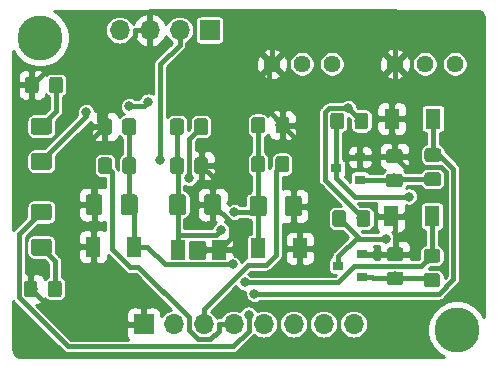
<source format=gbr>
%TF.GenerationSoftware,KiCad,Pcbnew,(5.1.4-0-10_14)*%
%TF.CreationDate,2019-08-17T10:21:19+03:00*%
%TF.ProjectId,Cooler_routed,436f6f6c-6572-45f7-926f-757465642e6b,rev?*%
%TF.SameCoordinates,Original*%
%TF.FileFunction,Copper,L1,Top*%
%TF.FilePolarity,Positive*%
%FSLAX46Y46*%
G04 Gerber Fmt 4.6, Leading zero omitted, Abs format (unit mm)*
G04 Created by KiCad (PCBNEW (5.1.4-0-10_14)) date 2019-08-17 10:21:19*
%MOMM*%
%LPD*%
G04 APERTURE LIST*
%TA.AperFunction,ComponentPad*%
%ADD10R,1.700000X1.700000*%
%TD*%
%TA.AperFunction,ComponentPad*%
%ADD11O,1.700000X1.700000*%
%TD*%
%TA.AperFunction,SMDPad,CuDef*%
%ADD12R,0.900000X0.800000*%
%TD*%
%TA.AperFunction,Conductor*%
%ADD13C,0.150000*%
%TD*%
%TA.AperFunction,SMDPad,CuDef*%
%ADD14C,1.150000*%
%TD*%
%TA.AperFunction,SMDPad,CuDef*%
%ADD15C,1.425000*%
%TD*%
%TA.AperFunction,SMDPad,CuDef*%
%ADD16R,1.300000X1.700000*%
%TD*%
%TA.AperFunction,ComponentPad*%
%ADD17C,3.800000*%
%TD*%
%TA.AperFunction,ComponentPad*%
%ADD18C,1.440000*%
%TD*%
%TA.AperFunction,ViaPad*%
%ADD19C,0.800000*%
%TD*%
%TA.AperFunction,Conductor*%
%ADD20C,0.400000*%
%TD*%
%TA.AperFunction,Conductor*%
%ADD21C,0.254000*%
%TD*%
G04 APERTURE END LIST*
D10*
%TO.P,J3,1*%
%TO.N,+3V3*%
X207518000Y-86233000D03*
D11*
%TO.P,J3,2*%
%TO.N,SWIM*%
X204978000Y-86233000D03*
%TO.P,J3,3*%
%TO.N,GND*%
X202438000Y-86233000D03*
%TO.P,J3,4*%
%TO.N,NRST*%
X199898000Y-86233000D03*
%TD*%
D12*
%TO.P,Q1,1*%
%TO.N,Net-(Q1-Pad1)*%
X220418000Y-107122000D03*
%TO.P,Q1,2*%
%TO.N,GND*%
X220418000Y-105222000D03*
%TO.P,Q1,3*%
%TO.N,Net-(D10-Pad2)*%
X218418000Y-106172000D03*
%TD*%
D13*
%TO.N,CMD_COOLER1*%
%TO.C,R4*%
G36*
X226813505Y-104772204D02*
G01*
X226837773Y-104775804D01*
X226861572Y-104781765D01*
X226884671Y-104790030D01*
X226906850Y-104800520D01*
X226927893Y-104813132D01*
X226947599Y-104827747D01*
X226965777Y-104844223D01*
X226982253Y-104862401D01*
X226996868Y-104882107D01*
X227009480Y-104903150D01*
X227019970Y-104925329D01*
X227028235Y-104948428D01*
X227034196Y-104972227D01*
X227037796Y-104996495D01*
X227039000Y-105020999D01*
X227039000Y-105671001D01*
X227037796Y-105695505D01*
X227034196Y-105719773D01*
X227028235Y-105743572D01*
X227019970Y-105766671D01*
X227009480Y-105788850D01*
X226996868Y-105809893D01*
X226982253Y-105829599D01*
X226965777Y-105847777D01*
X226947599Y-105864253D01*
X226927893Y-105878868D01*
X226906850Y-105891480D01*
X226884671Y-105901970D01*
X226861572Y-105910235D01*
X226837773Y-105916196D01*
X226813505Y-105919796D01*
X226789001Y-105921000D01*
X225888999Y-105921000D01*
X225864495Y-105919796D01*
X225840227Y-105916196D01*
X225816428Y-105910235D01*
X225793329Y-105901970D01*
X225771150Y-105891480D01*
X225750107Y-105878868D01*
X225730401Y-105864253D01*
X225712223Y-105847777D01*
X225695747Y-105829599D01*
X225681132Y-105809893D01*
X225668520Y-105788850D01*
X225658030Y-105766671D01*
X225649765Y-105743572D01*
X225643804Y-105719773D01*
X225640204Y-105695505D01*
X225639000Y-105671001D01*
X225639000Y-105020999D01*
X225640204Y-104996495D01*
X225643804Y-104972227D01*
X225649765Y-104948428D01*
X225658030Y-104925329D01*
X225668520Y-104903150D01*
X225681132Y-104882107D01*
X225695747Y-104862401D01*
X225712223Y-104844223D01*
X225730401Y-104827747D01*
X225750107Y-104813132D01*
X225771150Y-104800520D01*
X225793329Y-104790030D01*
X225816428Y-104781765D01*
X225840227Y-104775804D01*
X225864495Y-104772204D01*
X225888999Y-104771000D01*
X226789001Y-104771000D01*
X226813505Y-104772204D01*
X226813505Y-104772204D01*
G37*
D14*
%TD*%
%TO.P,R4,2*%
%TO.N,CMD_COOLER1*%
X226339000Y-105346000D03*
D13*
%TO.N,Net-(Q1-Pad1)*%
%TO.C,R4*%
G36*
X226813505Y-106822204D02*
G01*
X226837773Y-106825804D01*
X226861572Y-106831765D01*
X226884671Y-106840030D01*
X226906850Y-106850520D01*
X226927893Y-106863132D01*
X226947599Y-106877747D01*
X226965777Y-106894223D01*
X226982253Y-106912401D01*
X226996868Y-106932107D01*
X227009480Y-106953150D01*
X227019970Y-106975329D01*
X227028235Y-106998428D01*
X227034196Y-107022227D01*
X227037796Y-107046495D01*
X227039000Y-107070999D01*
X227039000Y-107721001D01*
X227037796Y-107745505D01*
X227034196Y-107769773D01*
X227028235Y-107793572D01*
X227019970Y-107816671D01*
X227009480Y-107838850D01*
X226996868Y-107859893D01*
X226982253Y-107879599D01*
X226965777Y-107897777D01*
X226947599Y-107914253D01*
X226927893Y-107928868D01*
X226906850Y-107941480D01*
X226884671Y-107951970D01*
X226861572Y-107960235D01*
X226837773Y-107966196D01*
X226813505Y-107969796D01*
X226789001Y-107971000D01*
X225888999Y-107971000D01*
X225864495Y-107969796D01*
X225840227Y-107966196D01*
X225816428Y-107960235D01*
X225793329Y-107951970D01*
X225771150Y-107941480D01*
X225750107Y-107928868D01*
X225730401Y-107914253D01*
X225712223Y-107897777D01*
X225695747Y-107879599D01*
X225681132Y-107859893D01*
X225668520Y-107838850D01*
X225658030Y-107816671D01*
X225649765Y-107793572D01*
X225643804Y-107769773D01*
X225640204Y-107745505D01*
X225639000Y-107721001D01*
X225639000Y-107070999D01*
X225640204Y-107046495D01*
X225643804Y-107022227D01*
X225649765Y-106998428D01*
X225658030Y-106975329D01*
X225668520Y-106953150D01*
X225681132Y-106932107D01*
X225695747Y-106912401D01*
X225712223Y-106894223D01*
X225730401Y-106877747D01*
X225750107Y-106863132D01*
X225771150Y-106850520D01*
X225793329Y-106840030D01*
X225816428Y-106831765D01*
X225840227Y-106825804D01*
X225864495Y-106822204D01*
X225888999Y-106821000D01*
X226789001Y-106821000D01*
X226813505Y-106822204D01*
X226813505Y-106822204D01*
G37*
D14*
%TD*%
%TO.P,R4,1*%
%TO.N,Net-(Q1-Pad1)*%
X226339000Y-107396000D03*
D13*
%TO.N,GND*%
%TO.C,R5*%
G36*
X223702505Y-104628204D02*
G01*
X223726773Y-104631804D01*
X223750572Y-104637765D01*
X223773671Y-104646030D01*
X223795850Y-104656520D01*
X223816893Y-104669132D01*
X223836599Y-104683747D01*
X223854777Y-104700223D01*
X223871253Y-104718401D01*
X223885868Y-104738107D01*
X223898480Y-104759150D01*
X223908970Y-104781329D01*
X223917235Y-104804428D01*
X223923196Y-104828227D01*
X223926796Y-104852495D01*
X223928000Y-104876999D01*
X223928000Y-105527001D01*
X223926796Y-105551505D01*
X223923196Y-105575773D01*
X223917235Y-105599572D01*
X223908970Y-105622671D01*
X223898480Y-105644850D01*
X223885868Y-105665893D01*
X223871253Y-105685599D01*
X223854777Y-105703777D01*
X223836599Y-105720253D01*
X223816893Y-105734868D01*
X223795850Y-105747480D01*
X223773671Y-105757970D01*
X223750572Y-105766235D01*
X223726773Y-105772196D01*
X223702505Y-105775796D01*
X223678001Y-105777000D01*
X222777999Y-105777000D01*
X222753495Y-105775796D01*
X222729227Y-105772196D01*
X222705428Y-105766235D01*
X222682329Y-105757970D01*
X222660150Y-105747480D01*
X222639107Y-105734868D01*
X222619401Y-105720253D01*
X222601223Y-105703777D01*
X222584747Y-105685599D01*
X222570132Y-105665893D01*
X222557520Y-105644850D01*
X222547030Y-105622671D01*
X222538765Y-105599572D01*
X222532804Y-105575773D01*
X222529204Y-105551505D01*
X222528000Y-105527001D01*
X222528000Y-104876999D01*
X222529204Y-104852495D01*
X222532804Y-104828227D01*
X222538765Y-104804428D01*
X222547030Y-104781329D01*
X222557520Y-104759150D01*
X222570132Y-104738107D01*
X222584747Y-104718401D01*
X222601223Y-104700223D01*
X222619401Y-104683747D01*
X222639107Y-104669132D01*
X222660150Y-104656520D01*
X222682329Y-104646030D01*
X222705428Y-104637765D01*
X222729227Y-104631804D01*
X222753495Y-104628204D01*
X222777999Y-104627000D01*
X223678001Y-104627000D01*
X223702505Y-104628204D01*
X223702505Y-104628204D01*
G37*
D14*
%TD*%
%TO.P,R5,1*%
%TO.N,GND*%
X223228000Y-105202000D03*
D13*
%TO.N,Net-(Q1-Pad1)*%
%TO.C,R5*%
G36*
X223702505Y-106678204D02*
G01*
X223726773Y-106681804D01*
X223750572Y-106687765D01*
X223773671Y-106696030D01*
X223795850Y-106706520D01*
X223816893Y-106719132D01*
X223836599Y-106733747D01*
X223854777Y-106750223D01*
X223871253Y-106768401D01*
X223885868Y-106788107D01*
X223898480Y-106809150D01*
X223908970Y-106831329D01*
X223917235Y-106854428D01*
X223923196Y-106878227D01*
X223926796Y-106902495D01*
X223928000Y-106926999D01*
X223928000Y-107577001D01*
X223926796Y-107601505D01*
X223923196Y-107625773D01*
X223917235Y-107649572D01*
X223908970Y-107672671D01*
X223898480Y-107694850D01*
X223885868Y-107715893D01*
X223871253Y-107735599D01*
X223854777Y-107753777D01*
X223836599Y-107770253D01*
X223816893Y-107784868D01*
X223795850Y-107797480D01*
X223773671Y-107807970D01*
X223750572Y-107816235D01*
X223726773Y-107822196D01*
X223702505Y-107825796D01*
X223678001Y-107827000D01*
X222777999Y-107827000D01*
X222753495Y-107825796D01*
X222729227Y-107822196D01*
X222705428Y-107816235D01*
X222682329Y-107807970D01*
X222660150Y-107797480D01*
X222639107Y-107784868D01*
X222619401Y-107770253D01*
X222601223Y-107753777D01*
X222584747Y-107735599D01*
X222570132Y-107715893D01*
X222557520Y-107694850D01*
X222547030Y-107672671D01*
X222538765Y-107649572D01*
X222532804Y-107625773D01*
X222529204Y-107601505D01*
X222528000Y-107577001D01*
X222528000Y-106926999D01*
X222529204Y-106902495D01*
X222532804Y-106878227D01*
X222538765Y-106854428D01*
X222547030Y-106831329D01*
X222557520Y-106809150D01*
X222570132Y-106788107D01*
X222584747Y-106768401D01*
X222601223Y-106750223D01*
X222619401Y-106733747D01*
X222639107Y-106719132D01*
X222660150Y-106706520D01*
X222682329Y-106696030D01*
X222705428Y-106687765D01*
X222729227Y-106681804D01*
X222753495Y-106678204D01*
X222777999Y-106677000D01*
X223678001Y-106677000D01*
X223702505Y-106678204D01*
X223702505Y-106678204D01*
G37*
D14*
%TD*%
%TO.P,R5,2*%
%TO.N,Net-(Q1-Pad1)*%
X223228000Y-107252000D03*
D13*
%TO.N,16V_DRV*%
%TO.C,R6*%
G36*
X220890505Y-101485204D02*
G01*
X220914773Y-101488804D01*
X220938572Y-101494765D01*
X220961671Y-101503030D01*
X220983850Y-101513520D01*
X221004893Y-101526132D01*
X221024599Y-101540747D01*
X221042777Y-101557223D01*
X221059253Y-101575401D01*
X221073868Y-101595107D01*
X221086480Y-101616150D01*
X221096970Y-101638329D01*
X221105235Y-101661428D01*
X221111196Y-101685227D01*
X221114796Y-101709495D01*
X221116000Y-101733999D01*
X221116000Y-102634001D01*
X221114796Y-102658505D01*
X221111196Y-102682773D01*
X221105235Y-102706572D01*
X221096970Y-102729671D01*
X221086480Y-102751850D01*
X221073868Y-102772893D01*
X221059253Y-102792599D01*
X221042777Y-102810777D01*
X221024599Y-102827253D01*
X221004893Y-102841868D01*
X220983850Y-102854480D01*
X220961671Y-102864970D01*
X220938572Y-102873235D01*
X220914773Y-102879196D01*
X220890505Y-102882796D01*
X220866001Y-102884000D01*
X220215999Y-102884000D01*
X220191495Y-102882796D01*
X220167227Y-102879196D01*
X220143428Y-102873235D01*
X220120329Y-102864970D01*
X220098150Y-102854480D01*
X220077107Y-102841868D01*
X220057401Y-102827253D01*
X220039223Y-102810777D01*
X220022747Y-102792599D01*
X220008132Y-102772893D01*
X219995520Y-102751850D01*
X219985030Y-102729671D01*
X219976765Y-102706572D01*
X219970804Y-102682773D01*
X219967204Y-102658505D01*
X219966000Y-102634001D01*
X219966000Y-101733999D01*
X219967204Y-101709495D01*
X219970804Y-101685227D01*
X219976765Y-101661428D01*
X219985030Y-101638329D01*
X219995520Y-101616150D01*
X220008132Y-101595107D01*
X220022747Y-101575401D01*
X220039223Y-101557223D01*
X220057401Y-101540747D01*
X220077107Y-101526132D01*
X220098150Y-101513520D01*
X220120329Y-101503030D01*
X220143428Y-101494765D01*
X220167227Y-101488804D01*
X220191495Y-101485204D01*
X220215999Y-101484000D01*
X220866001Y-101484000D01*
X220890505Y-101485204D01*
X220890505Y-101485204D01*
G37*
D14*
%TD*%
%TO.P,R6,2*%
%TO.N,16V_DRV*%
X220541000Y-102184000D03*
D13*
%TO.N,Net-(D10-Pad2)*%
%TO.C,R6*%
G36*
X218840505Y-101485204D02*
G01*
X218864773Y-101488804D01*
X218888572Y-101494765D01*
X218911671Y-101503030D01*
X218933850Y-101513520D01*
X218954893Y-101526132D01*
X218974599Y-101540747D01*
X218992777Y-101557223D01*
X219009253Y-101575401D01*
X219023868Y-101595107D01*
X219036480Y-101616150D01*
X219046970Y-101638329D01*
X219055235Y-101661428D01*
X219061196Y-101685227D01*
X219064796Y-101709495D01*
X219066000Y-101733999D01*
X219066000Y-102634001D01*
X219064796Y-102658505D01*
X219061196Y-102682773D01*
X219055235Y-102706572D01*
X219046970Y-102729671D01*
X219036480Y-102751850D01*
X219023868Y-102772893D01*
X219009253Y-102792599D01*
X218992777Y-102810777D01*
X218974599Y-102827253D01*
X218954893Y-102841868D01*
X218933850Y-102854480D01*
X218911671Y-102864970D01*
X218888572Y-102873235D01*
X218864773Y-102879196D01*
X218840505Y-102882796D01*
X218816001Y-102884000D01*
X218165999Y-102884000D01*
X218141495Y-102882796D01*
X218117227Y-102879196D01*
X218093428Y-102873235D01*
X218070329Y-102864970D01*
X218048150Y-102854480D01*
X218027107Y-102841868D01*
X218007401Y-102827253D01*
X217989223Y-102810777D01*
X217972747Y-102792599D01*
X217958132Y-102772893D01*
X217945520Y-102751850D01*
X217935030Y-102729671D01*
X217926765Y-102706572D01*
X217920804Y-102682773D01*
X217917204Y-102658505D01*
X217916000Y-102634001D01*
X217916000Y-101733999D01*
X217917204Y-101709495D01*
X217920804Y-101685227D01*
X217926765Y-101661428D01*
X217935030Y-101638329D01*
X217945520Y-101616150D01*
X217958132Y-101595107D01*
X217972747Y-101575401D01*
X217989223Y-101557223D01*
X218007401Y-101540747D01*
X218027107Y-101526132D01*
X218048150Y-101513520D01*
X218070329Y-101503030D01*
X218093428Y-101494765D01*
X218117227Y-101488804D01*
X218141495Y-101485204D01*
X218165999Y-101484000D01*
X218816001Y-101484000D01*
X218840505Y-101485204D01*
X218840505Y-101485204D01*
G37*
D14*
%TD*%
%TO.P,R6,1*%
%TO.N,Net-(D10-Pad2)*%
X218491000Y-102184000D03*
D13*
%TO.N,GND*%
%TO.C,C5*%
G36*
X208273504Y-100142204D02*
G01*
X208297773Y-100145804D01*
X208321571Y-100151765D01*
X208344671Y-100160030D01*
X208366849Y-100170520D01*
X208387893Y-100183133D01*
X208407598Y-100197747D01*
X208425777Y-100214223D01*
X208442253Y-100232402D01*
X208456867Y-100252107D01*
X208469480Y-100273151D01*
X208479970Y-100295329D01*
X208488235Y-100318429D01*
X208494196Y-100342227D01*
X208497796Y-100366496D01*
X208499000Y-100391000D01*
X208499000Y-101641000D01*
X208497796Y-101665504D01*
X208494196Y-101689773D01*
X208488235Y-101713571D01*
X208479970Y-101736671D01*
X208469480Y-101758849D01*
X208456867Y-101779893D01*
X208442253Y-101799598D01*
X208425777Y-101817777D01*
X208407598Y-101834253D01*
X208387893Y-101848867D01*
X208366849Y-101861480D01*
X208344671Y-101871970D01*
X208321571Y-101880235D01*
X208297773Y-101886196D01*
X208273504Y-101889796D01*
X208249000Y-101891000D01*
X207324000Y-101891000D01*
X207299496Y-101889796D01*
X207275227Y-101886196D01*
X207251429Y-101880235D01*
X207228329Y-101871970D01*
X207206151Y-101861480D01*
X207185107Y-101848867D01*
X207165402Y-101834253D01*
X207147223Y-101817777D01*
X207130747Y-101799598D01*
X207116133Y-101779893D01*
X207103520Y-101758849D01*
X207093030Y-101736671D01*
X207084765Y-101713571D01*
X207078804Y-101689773D01*
X207075204Y-101665504D01*
X207074000Y-101641000D01*
X207074000Y-100391000D01*
X207075204Y-100366496D01*
X207078804Y-100342227D01*
X207084765Y-100318429D01*
X207093030Y-100295329D01*
X207103520Y-100273151D01*
X207116133Y-100252107D01*
X207130747Y-100232402D01*
X207147223Y-100214223D01*
X207165402Y-100197747D01*
X207185107Y-100183133D01*
X207206151Y-100170520D01*
X207228329Y-100160030D01*
X207251429Y-100151765D01*
X207275227Y-100145804D01*
X207299496Y-100142204D01*
X207324000Y-100141000D01*
X208249000Y-100141000D01*
X208273504Y-100142204D01*
X208273504Y-100142204D01*
G37*
D15*
%TD*%
%TO.P,C5,1*%
%TO.N,GND*%
X207786500Y-101016000D03*
D13*
%TO.N,Net-(C5-Pad2)*%
%TO.C,C5*%
G36*
X205298504Y-100142204D02*
G01*
X205322773Y-100145804D01*
X205346571Y-100151765D01*
X205369671Y-100160030D01*
X205391849Y-100170520D01*
X205412893Y-100183133D01*
X205432598Y-100197747D01*
X205450777Y-100214223D01*
X205467253Y-100232402D01*
X205481867Y-100252107D01*
X205494480Y-100273151D01*
X205504970Y-100295329D01*
X205513235Y-100318429D01*
X205519196Y-100342227D01*
X205522796Y-100366496D01*
X205524000Y-100391000D01*
X205524000Y-101641000D01*
X205522796Y-101665504D01*
X205519196Y-101689773D01*
X205513235Y-101713571D01*
X205504970Y-101736671D01*
X205494480Y-101758849D01*
X205481867Y-101779893D01*
X205467253Y-101799598D01*
X205450777Y-101817777D01*
X205432598Y-101834253D01*
X205412893Y-101848867D01*
X205391849Y-101861480D01*
X205369671Y-101871970D01*
X205346571Y-101880235D01*
X205322773Y-101886196D01*
X205298504Y-101889796D01*
X205274000Y-101891000D01*
X204349000Y-101891000D01*
X204324496Y-101889796D01*
X204300227Y-101886196D01*
X204276429Y-101880235D01*
X204253329Y-101871970D01*
X204231151Y-101861480D01*
X204210107Y-101848867D01*
X204190402Y-101834253D01*
X204172223Y-101817777D01*
X204155747Y-101799598D01*
X204141133Y-101779893D01*
X204128520Y-101758849D01*
X204118030Y-101736671D01*
X204109765Y-101713571D01*
X204103804Y-101689773D01*
X204100204Y-101665504D01*
X204099000Y-101641000D01*
X204099000Y-100391000D01*
X204100204Y-100366496D01*
X204103804Y-100342227D01*
X204109765Y-100318429D01*
X204118030Y-100295329D01*
X204128520Y-100273151D01*
X204141133Y-100252107D01*
X204155747Y-100232402D01*
X204172223Y-100214223D01*
X204190402Y-100197747D01*
X204210107Y-100183133D01*
X204231151Y-100170520D01*
X204253329Y-100160030D01*
X204276429Y-100151765D01*
X204300227Y-100145804D01*
X204324496Y-100142204D01*
X204349000Y-100141000D01*
X205274000Y-100141000D01*
X205298504Y-100142204D01*
X205298504Y-100142204D01*
G37*
D15*
%TD*%
%TO.P,C5,2*%
%TO.N,Net-(C5-Pad2)*%
X204811500Y-101016000D03*
D13*
%TO.N,Net-(C7-Pad2)*%
%TO.C,C7*%
G36*
X201197504Y-100142204D02*
G01*
X201221773Y-100145804D01*
X201245571Y-100151765D01*
X201268671Y-100160030D01*
X201290849Y-100170520D01*
X201311893Y-100183133D01*
X201331598Y-100197747D01*
X201349777Y-100214223D01*
X201366253Y-100232402D01*
X201380867Y-100252107D01*
X201393480Y-100273151D01*
X201403970Y-100295329D01*
X201412235Y-100318429D01*
X201418196Y-100342227D01*
X201421796Y-100366496D01*
X201423000Y-100391000D01*
X201423000Y-101641000D01*
X201421796Y-101665504D01*
X201418196Y-101689773D01*
X201412235Y-101713571D01*
X201403970Y-101736671D01*
X201393480Y-101758849D01*
X201380867Y-101779893D01*
X201366253Y-101799598D01*
X201349777Y-101817777D01*
X201331598Y-101834253D01*
X201311893Y-101848867D01*
X201290849Y-101861480D01*
X201268671Y-101871970D01*
X201245571Y-101880235D01*
X201221773Y-101886196D01*
X201197504Y-101889796D01*
X201173000Y-101891000D01*
X200248000Y-101891000D01*
X200223496Y-101889796D01*
X200199227Y-101886196D01*
X200175429Y-101880235D01*
X200152329Y-101871970D01*
X200130151Y-101861480D01*
X200109107Y-101848867D01*
X200089402Y-101834253D01*
X200071223Y-101817777D01*
X200054747Y-101799598D01*
X200040133Y-101779893D01*
X200027520Y-101758849D01*
X200017030Y-101736671D01*
X200008765Y-101713571D01*
X200002804Y-101689773D01*
X199999204Y-101665504D01*
X199998000Y-101641000D01*
X199998000Y-100391000D01*
X199999204Y-100366496D01*
X200002804Y-100342227D01*
X200008765Y-100318429D01*
X200017030Y-100295329D01*
X200027520Y-100273151D01*
X200040133Y-100252107D01*
X200054747Y-100232402D01*
X200071223Y-100214223D01*
X200089402Y-100197747D01*
X200109107Y-100183133D01*
X200130151Y-100170520D01*
X200152329Y-100160030D01*
X200175429Y-100151765D01*
X200199227Y-100145804D01*
X200223496Y-100142204D01*
X200248000Y-100141000D01*
X201173000Y-100141000D01*
X201197504Y-100142204D01*
X201197504Y-100142204D01*
G37*
D15*
%TD*%
%TO.P,C7,2*%
%TO.N,Net-(C7-Pad2)*%
X200710500Y-101016000D03*
D13*
%TO.N,GND*%
%TO.C,C7*%
G36*
X198222504Y-100142204D02*
G01*
X198246773Y-100145804D01*
X198270571Y-100151765D01*
X198293671Y-100160030D01*
X198315849Y-100170520D01*
X198336893Y-100183133D01*
X198356598Y-100197747D01*
X198374777Y-100214223D01*
X198391253Y-100232402D01*
X198405867Y-100252107D01*
X198418480Y-100273151D01*
X198428970Y-100295329D01*
X198437235Y-100318429D01*
X198443196Y-100342227D01*
X198446796Y-100366496D01*
X198448000Y-100391000D01*
X198448000Y-101641000D01*
X198446796Y-101665504D01*
X198443196Y-101689773D01*
X198437235Y-101713571D01*
X198428970Y-101736671D01*
X198418480Y-101758849D01*
X198405867Y-101779893D01*
X198391253Y-101799598D01*
X198374777Y-101817777D01*
X198356598Y-101834253D01*
X198336893Y-101848867D01*
X198315849Y-101861480D01*
X198293671Y-101871970D01*
X198270571Y-101880235D01*
X198246773Y-101886196D01*
X198222504Y-101889796D01*
X198198000Y-101891000D01*
X197273000Y-101891000D01*
X197248496Y-101889796D01*
X197224227Y-101886196D01*
X197200429Y-101880235D01*
X197177329Y-101871970D01*
X197155151Y-101861480D01*
X197134107Y-101848867D01*
X197114402Y-101834253D01*
X197096223Y-101817777D01*
X197079747Y-101799598D01*
X197065133Y-101779893D01*
X197052520Y-101758849D01*
X197042030Y-101736671D01*
X197033765Y-101713571D01*
X197027804Y-101689773D01*
X197024204Y-101665504D01*
X197023000Y-101641000D01*
X197023000Y-100391000D01*
X197024204Y-100366496D01*
X197027804Y-100342227D01*
X197033765Y-100318429D01*
X197042030Y-100295329D01*
X197052520Y-100273151D01*
X197065133Y-100252107D01*
X197079747Y-100232402D01*
X197096223Y-100214223D01*
X197114402Y-100197747D01*
X197134107Y-100183133D01*
X197155151Y-100170520D01*
X197177329Y-100160030D01*
X197200429Y-100151765D01*
X197224227Y-100145804D01*
X197248496Y-100142204D01*
X197273000Y-100141000D01*
X198198000Y-100141000D01*
X198222504Y-100142204D01*
X198222504Y-100142204D01*
G37*
D15*
%TD*%
%TO.P,C7,1*%
%TO.N,GND*%
X197735500Y-101016000D03*
D13*
%TO.N,GND*%
%TO.C,C8*%
G36*
X215094504Y-100269204D02*
G01*
X215118773Y-100272804D01*
X215142571Y-100278765D01*
X215165671Y-100287030D01*
X215187849Y-100297520D01*
X215208893Y-100310133D01*
X215228598Y-100324747D01*
X215246777Y-100341223D01*
X215263253Y-100359402D01*
X215277867Y-100379107D01*
X215290480Y-100400151D01*
X215300970Y-100422329D01*
X215309235Y-100445429D01*
X215315196Y-100469227D01*
X215318796Y-100493496D01*
X215320000Y-100518000D01*
X215320000Y-101768000D01*
X215318796Y-101792504D01*
X215315196Y-101816773D01*
X215309235Y-101840571D01*
X215300970Y-101863671D01*
X215290480Y-101885849D01*
X215277867Y-101906893D01*
X215263253Y-101926598D01*
X215246777Y-101944777D01*
X215228598Y-101961253D01*
X215208893Y-101975867D01*
X215187849Y-101988480D01*
X215165671Y-101998970D01*
X215142571Y-102007235D01*
X215118773Y-102013196D01*
X215094504Y-102016796D01*
X215070000Y-102018000D01*
X214145000Y-102018000D01*
X214120496Y-102016796D01*
X214096227Y-102013196D01*
X214072429Y-102007235D01*
X214049329Y-101998970D01*
X214027151Y-101988480D01*
X214006107Y-101975867D01*
X213986402Y-101961253D01*
X213968223Y-101944777D01*
X213951747Y-101926598D01*
X213937133Y-101906893D01*
X213924520Y-101885849D01*
X213914030Y-101863671D01*
X213905765Y-101840571D01*
X213899804Y-101816773D01*
X213896204Y-101792504D01*
X213895000Y-101768000D01*
X213895000Y-100518000D01*
X213896204Y-100493496D01*
X213899804Y-100469227D01*
X213905765Y-100445429D01*
X213914030Y-100422329D01*
X213924520Y-100400151D01*
X213937133Y-100379107D01*
X213951747Y-100359402D01*
X213968223Y-100341223D01*
X213986402Y-100324747D01*
X214006107Y-100310133D01*
X214027151Y-100297520D01*
X214049329Y-100287030D01*
X214072429Y-100278765D01*
X214096227Y-100272804D01*
X214120496Y-100269204D01*
X214145000Y-100268000D01*
X215070000Y-100268000D01*
X215094504Y-100269204D01*
X215094504Y-100269204D01*
G37*
D15*
%TD*%
%TO.P,C8,1*%
%TO.N,GND*%
X214607500Y-101143000D03*
D13*
%TO.N,Net-(C8-Pad2)*%
%TO.C,C8*%
G36*
X212119504Y-100269204D02*
G01*
X212143773Y-100272804D01*
X212167571Y-100278765D01*
X212190671Y-100287030D01*
X212212849Y-100297520D01*
X212233893Y-100310133D01*
X212253598Y-100324747D01*
X212271777Y-100341223D01*
X212288253Y-100359402D01*
X212302867Y-100379107D01*
X212315480Y-100400151D01*
X212325970Y-100422329D01*
X212334235Y-100445429D01*
X212340196Y-100469227D01*
X212343796Y-100493496D01*
X212345000Y-100518000D01*
X212345000Y-101768000D01*
X212343796Y-101792504D01*
X212340196Y-101816773D01*
X212334235Y-101840571D01*
X212325970Y-101863671D01*
X212315480Y-101885849D01*
X212302867Y-101906893D01*
X212288253Y-101926598D01*
X212271777Y-101944777D01*
X212253598Y-101961253D01*
X212233893Y-101975867D01*
X212212849Y-101988480D01*
X212190671Y-101998970D01*
X212167571Y-102007235D01*
X212143773Y-102013196D01*
X212119504Y-102016796D01*
X212095000Y-102018000D01*
X211170000Y-102018000D01*
X211145496Y-102016796D01*
X211121227Y-102013196D01*
X211097429Y-102007235D01*
X211074329Y-101998970D01*
X211052151Y-101988480D01*
X211031107Y-101975867D01*
X211011402Y-101961253D01*
X210993223Y-101944777D01*
X210976747Y-101926598D01*
X210962133Y-101906893D01*
X210949520Y-101885849D01*
X210939030Y-101863671D01*
X210930765Y-101840571D01*
X210924804Y-101816773D01*
X210921204Y-101792504D01*
X210920000Y-101768000D01*
X210920000Y-100518000D01*
X210921204Y-100493496D01*
X210924804Y-100469227D01*
X210930765Y-100445429D01*
X210939030Y-100422329D01*
X210949520Y-100400151D01*
X210962133Y-100379107D01*
X210976747Y-100359402D01*
X210993223Y-100341223D01*
X211011402Y-100324747D01*
X211031107Y-100310133D01*
X211052151Y-100297520D01*
X211074329Y-100287030D01*
X211097429Y-100278765D01*
X211121227Y-100272804D01*
X211145496Y-100269204D01*
X211170000Y-100268000D01*
X212095000Y-100268000D01*
X212119504Y-100269204D01*
X212119504Y-100269204D01*
G37*
D15*
%TD*%
%TO.P,C8,2*%
%TO.N,Net-(C8-Pad2)*%
X211632500Y-101143000D03*
D16*
%TO.P,D2,1*%
%TO.N,Net-(C5-Pad2)*%
X204831000Y-104826000D03*
%TO.P,D2,2*%
%TO.N,GND*%
X208331000Y-104826000D03*
%TD*%
%TO.P,D3,2*%
%TO.N,GND*%
X197663000Y-104572000D03*
%TO.P,D3,1*%
%TO.N,Net-(C7-Pad2)*%
X201163000Y-104572000D03*
%TD*%
%TO.P,D4,1*%
%TO.N,CMD_COOLER2*%
X226438000Y-93726000D03*
%TO.P,D4,2*%
%TO.N,GND*%
X222938000Y-93726000D03*
%TD*%
%TO.P,D5,1*%
%TO.N,Net-(C8-Pad2)*%
X211661000Y-104699000D03*
%TO.P,D5,2*%
%TO.N,GND*%
X215161000Y-104699000D03*
%TD*%
%TO.P,D6,2*%
%TO.N,GND*%
X222865000Y-101981000D03*
%TO.P,D6,1*%
%TO.N,CMD_COOLER1*%
X226365000Y-101981000D03*
%TD*%
D13*
%TO.N,Net-(D7-Pad1)*%
%TO.C,D7*%
G36*
X193918504Y-103900204D02*
G01*
X193942773Y-103903804D01*
X193966571Y-103909765D01*
X193989671Y-103918030D01*
X194011849Y-103928520D01*
X194032893Y-103941133D01*
X194052598Y-103955747D01*
X194070777Y-103972223D01*
X194087253Y-103990402D01*
X194101867Y-104010107D01*
X194114480Y-104031151D01*
X194124970Y-104053329D01*
X194133235Y-104076429D01*
X194139196Y-104100227D01*
X194142796Y-104124496D01*
X194144000Y-104149000D01*
X194144000Y-105074000D01*
X194142796Y-105098504D01*
X194139196Y-105122773D01*
X194133235Y-105146571D01*
X194124970Y-105169671D01*
X194114480Y-105191849D01*
X194101867Y-105212893D01*
X194087253Y-105232598D01*
X194070777Y-105250777D01*
X194052598Y-105267253D01*
X194032893Y-105281867D01*
X194011849Y-105294480D01*
X193989671Y-105304970D01*
X193966571Y-105313235D01*
X193942773Y-105319196D01*
X193918504Y-105322796D01*
X193894000Y-105324000D01*
X192644000Y-105324000D01*
X192619496Y-105322796D01*
X192595227Y-105319196D01*
X192571429Y-105313235D01*
X192548329Y-105304970D01*
X192526151Y-105294480D01*
X192505107Y-105281867D01*
X192485402Y-105267253D01*
X192467223Y-105250777D01*
X192450747Y-105232598D01*
X192436133Y-105212893D01*
X192423520Y-105191849D01*
X192413030Y-105169671D01*
X192404765Y-105146571D01*
X192398804Y-105122773D01*
X192395204Y-105098504D01*
X192394000Y-105074000D01*
X192394000Y-104149000D01*
X192395204Y-104124496D01*
X192398804Y-104100227D01*
X192404765Y-104076429D01*
X192413030Y-104053329D01*
X192423520Y-104031151D01*
X192436133Y-104010107D01*
X192450747Y-103990402D01*
X192467223Y-103972223D01*
X192485402Y-103955747D01*
X192505107Y-103941133D01*
X192526151Y-103928520D01*
X192548329Y-103918030D01*
X192571429Y-103909765D01*
X192595227Y-103903804D01*
X192619496Y-103900204D01*
X192644000Y-103899000D01*
X193894000Y-103899000D01*
X193918504Y-103900204D01*
X193918504Y-103900204D01*
G37*
D15*
%TD*%
%TO.P,D7,1*%
%TO.N,Net-(D7-Pad1)*%
X193269000Y-104611500D03*
D13*
%TO.N,LED_TEMP*%
%TO.C,D7*%
G36*
X193918504Y-100925204D02*
G01*
X193942773Y-100928804D01*
X193966571Y-100934765D01*
X193989671Y-100943030D01*
X194011849Y-100953520D01*
X194032893Y-100966133D01*
X194052598Y-100980747D01*
X194070777Y-100997223D01*
X194087253Y-101015402D01*
X194101867Y-101035107D01*
X194114480Y-101056151D01*
X194124970Y-101078329D01*
X194133235Y-101101429D01*
X194139196Y-101125227D01*
X194142796Y-101149496D01*
X194144000Y-101174000D01*
X194144000Y-102099000D01*
X194142796Y-102123504D01*
X194139196Y-102147773D01*
X194133235Y-102171571D01*
X194124970Y-102194671D01*
X194114480Y-102216849D01*
X194101867Y-102237893D01*
X194087253Y-102257598D01*
X194070777Y-102275777D01*
X194052598Y-102292253D01*
X194032893Y-102306867D01*
X194011849Y-102319480D01*
X193989671Y-102329970D01*
X193966571Y-102338235D01*
X193942773Y-102344196D01*
X193918504Y-102347796D01*
X193894000Y-102349000D01*
X192644000Y-102349000D01*
X192619496Y-102347796D01*
X192595227Y-102344196D01*
X192571429Y-102338235D01*
X192548329Y-102329970D01*
X192526151Y-102319480D01*
X192505107Y-102306867D01*
X192485402Y-102292253D01*
X192467223Y-102275777D01*
X192450747Y-102257598D01*
X192436133Y-102237893D01*
X192423520Y-102216849D01*
X192413030Y-102194671D01*
X192404765Y-102171571D01*
X192398804Y-102147773D01*
X192395204Y-102123504D01*
X192394000Y-102099000D01*
X192394000Y-101174000D01*
X192395204Y-101149496D01*
X192398804Y-101125227D01*
X192404765Y-101101429D01*
X192413030Y-101078329D01*
X192423520Y-101056151D01*
X192436133Y-101035107D01*
X192450747Y-101015402D01*
X192467223Y-100997223D01*
X192485402Y-100980747D01*
X192505107Y-100966133D01*
X192526151Y-100953520D01*
X192548329Y-100943030D01*
X192571429Y-100934765D01*
X192595227Y-100928804D01*
X192619496Y-100925204D01*
X192644000Y-100924000D01*
X193894000Y-100924000D01*
X193918504Y-100925204D01*
X193918504Y-100925204D01*
G37*
D15*
%TD*%
%TO.P,D7,2*%
%TO.N,LED_TEMP*%
X193269000Y-101636500D03*
D13*
%TO.N,LED_POWER*%
%TO.C,D8*%
G36*
X193918504Y-96635804D02*
G01*
X193942773Y-96639404D01*
X193966571Y-96645365D01*
X193989671Y-96653630D01*
X194011849Y-96664120D01*
X194032893Y-96676733D01*
X194052598Y-96691347D01*
X194070777Y-96707823D01*
X194087253Y-96726002D01*
X194101867Y-96745707D01*
X194114480Y-96766751D01*
X194124970Y-96788929D01*
X194133235Y-96812029D01*
X194139196Y-96835827D01*
X194142796Y-96860096D01*
X194144000Y-96884600D01*
X194144000Y-97809600D01*
X194142796Y-97834104D01*
X194139196Y-97858373D01*
X194133235Y-97882171D01*
X194124970Y-97905271D01*
X194114480Y-97927449D01*
X194101867Y-97948493D01*
X194087253Y-97968198D01*
X194070777Y-97986377D01*
X194052598Y-98002853D01*
X194032893Y-98017467D01*
X194011849Y-98030080D01*
X193989671Y-98040570D01*
X193966571Y-98048835D01*
X193942773Y-98054796D01*
X193918504Y-98058396D01*
X193894000Y-98059600D01*
X192644000Y-98059600D01*
X192619496Y-98058396D01*
X192595227Y-98054796D01*
X192571429Y-98048835D01*
X192548329Y-98040570D01*
X192526151Y-98030080D01*
X192505107Y-98017467D01*
X192485402Y-98002853D01*
X192467223Y-97986377D01*
X192450747Y-97968198D01*
X192436133Y-97948493D01*
X192423520Y-97927449D01*
X192413030Y-97905271D01*
X192404765Y-97882171D01*
X192398804Y-97858373D01*
X192395204Y-97834104D01*
X192394000Y-97809600D01*
X192394000Y-96884600D01*
X192395204Y-96860096D01*
X192398804Y-96835827D01*
X192404765Y-96812029D01*
X192413030Y-96788929D01*
X192423520Y-96766751D01*
X192436133Y-96745707D01*
X192450747Y-96726002D01*
X192467223Y-96707823D01*
X192485402Y-96691347D01*
X192505107Y-96676733D01*
X192526151Y-96664120D01*
X192548329Y-96653630D01*
X192571429Y-96645365D01*
X192595227Y-96639404D01*
X192619496Y-96635804D01*
X192644000Y-96634600D01*
X193894000Y-96634600D01*
X193918504Y-96635804D01*
X193918504Y-96635804D01*
G37*
D15*
%TD*%
%TO.P,D8,2*%
%TO.N,LED_POWER*%
X193269000Y-97347100D03*
D13*
%TO.N,Net-(D8-Pad1)*%
%TO.C,D8*%
G36*
X193918504Y-93660804D02*
G01*
X193942773Y-93664404D01*
X193966571Y-93670365D01*
X193989671Y-93678630D01*
X194011849Y-93689120D01*
X194032893Y-93701733D01*
X194052598Y-93716347D01*
X194070777Y-93732823D01*
X194087253Y-93751002D01*
X194101867Y-93770707D01*
X194114480Y-93791751D01*
X194124970Y-93813929D01*
X194133235Y-93837029D01*
X194139196Y-93860827D01*
X194142796Y-93885096D01*
X194144000Y-93909600D01*
X194144000Y-94834600D01*
X194142796Y-94859104D01*
X194139196Y-94883373D01*
X194133235Y-94907171D01*
X194124970Y-94930271D01*
X194114480Y-94952449D01*
X194101867Y-94973493D01*
X194087253Y-94993198D01*
X194070777Y-95011377D01*
X194052598Y-95027853D01*
X194032893Y-95042467D01*
X194011849Y-95055080D01*
X193989671Y-95065570D01*
X193966571Y-95073835D01*
X193942773Y-95079796D01*
X193918504Y-95083396D01*
X193894000Y-95084600D01*
X192644000Y-95084600D01*
X192619496Y-95083396D01*
X192595227Y-95079796D01*
X192571429Y-95073835D01*
X192548329Y-95065570D01*
X192526151Y-95055080D01*
X192505107Y-95042467D01*
X192485402Y-95027853D01*
X192467223Y-95011377D01*
X192450747Y-94993198D01*
X192436133Y-94973493D01*
X192423520Y-94952449D01*
X192413030Y-94930271D01*
X192404765Y-94907171D01*
X192398804Y-94883373D01*
X192395204Y-94859104D01*
X192394000Y-94834600D01*
X192394000Y-93909600D01*
X192395204Y-93885096D01*
X192398804Y-93860827D01*
X192404765Y-93837029D01*
X192413030Y-93813929D01*
X192423520Y-93791751D01*
X192436133Y-93770707D01*
X192450747Y-93751002D01*
X192467223Y-93732823D01*
X192485402Y-93716347D01*
X192505107Y-93701733D01*
X192526151Y-93689120D01*
X192548329Y-93678630D01*
X192571429Y-93670365D01*
X192595227Y-93664404D01*
X192619496Y-93660804D01*
X192644000Y-93659600D01*
X193894000Y-93659600D01*
X193918504Y-93660804D01*
X193918504Y-93660804D01*
G37*
D15*
%TD*%
%TO.P,D8,1*%
%TO.N,Net-(D8-Pad1)*%
X193269000Y-94372100D03*
D12*
%TO.P,Q2,1*%
%TO.N,Net-(Q2-Pad1)*%
X220253000Y-98892400D03*
%TO.P,Q2,2*%
%TO.N,GND*%
X220253000Y-96992400D03*
%TO.P,Q2,3*%
%TO.N,Net-(D9-Pad2)*%
X218253000Y-97942400D03*
%TD*%
D13*
%TO.N,Net-(C5-Pad2)*%
%TO.C,R1*%
G36*
X205115505Y-97015004D02*
G01*
X205139773Y-97018604D01*
X205163572Y-97024565D01*
X205186671Y-97032830D01*
X205208850Y-97043320D01*
X205229893Y-97055932D01*
X205249599Y-97070547D01*
X205267777Y-97087023D01*
X205284253Y-97105201D01*
X205298868Y-97124907D01*
X205311480Y-97145950D01*
X205321970Y-97168129D01*
X205330235Y-97191228D01*
X205336196Y-97215027D01*
X205339796Y-97239295D01*
X205341000Y-97263799D01*
X205341000Y-98163801D01*
X205339796Y-98188305D01*
X205336196Y-98212573D01*
X205330235Y-98236372D01*
X205321970Y-98259471D01*
X205311480Y-98281650D01*
X205298868Y-98302693D01*
X205284253Y-98322399D01*
X205267777Y-98340577D01*
X205249599Y-98357053D01*
X205229893Y-98371668D01*
X205208850Y-98384280D01*
X205186671Y-98394770D01*
X205163572Y-98403035D01*
X205139773Y-98408996D01*
X205115505Y-98412596D01*
X205091001Y-98413800D01*
X204440999Y-98413800D01*
X204416495Y-98412596D01*
X204392227Y-98408996D01*
X204368428Y-98403035D01*
X204345329Y-98394770D01*
X204323150Y-98384280D01*
X204302107Y-98371668D01*
X204282401Y-98357053D01*
X204264223Y-98340577D01*
X204247747Y-98322399D01*
X204233132Y-98302693D01*
X204220520Y-98281650D01*
X204210030Y-98259471D01*
X204201765Y-98236372D01*
X204195804Y-98212573D01*
X204192204Y-98188305D01*
X204191000Y-98163801D01*
X204191000Y-97263799D01*
X204192204Y-97239295D01*
X204195804Y-97215027D01*
X204201765Y-97191228D01*
X204210030Y-97168129D01*
X204220520Y-97145950D01*
X204233132Y-97124907D01*
X204247747Y-97105201D01*
X204264223Y-97087023D01*
X204282401Y-97070547D01*
X204302107Y-97055932D01*
X204323150Y-97043320D01*
X204345329Y-97032830D01*
X204368428Y-97024565D01*
X204392227Y-97018604D01*
X204416495Y-97015004D01*
X204440999Y-97013800D01*
X205091001Y-97013800D01*
X205115505Y-97015004D01*
X205115505Y-97015004D01*
G37*
D14*
%TD*%
%TO.P,R1,2*%
%TO.N,Net-(C5-Pad2)*%
X204766000Y-97713800D03*
D13*
%TO.N,GND*%
%TO.C,R1*%
G36*
X207165505Y-97015004D02*
G01*
X207189773Y-97018604D01*
X207213572Y-97024565D01*
X207236671Y-97032830D01*
X207258850Y-97043320D01*
X207279893Y-97055932D01*
X207299599Y-97070547D01*
X207317777Y-97087023D01*
X207334253Y-97105201D01*
X207348868Y-97124907D01*
X207361480Y-97145950D01*
X207371970Y-97168129D01*
X207380235Y-97191228D01*
X207386196Y-97215027D01*
X207389796Y-97239295D01*
X207391000Y-97263799D01*
X207391000Y-98163801D01*
X207389796Y-98188305D01*
X207386196Y-98212573D01*
X207380235Y-98236372D01*
X207371970Y-98259471D01*
X207361480Y-98281650D01*
X207348868Y-98302693D01*
X207334253Y-98322399D01*
X207317777Y-98340577D01*
X207299599Y-98357053D01*
X207279893Y-98371668D01*
X207258850Y-98384280D01*
X207236671Y-98394770D01*
X207213572Y-98403035D01*
X207189773Y-98408996D01*
X207165505Y-98412596D01*
X207141001Y-98413800D01*
X206490999Y-98413800D01*
X206466495Y-98412596D01*
X206442227Y-98408996D01*
X206418428Y-98403035D01*
X206395329Y-98394770D01*
X206373150Y-98384280D01*
X206352107Y-98371668D01*
X206332401Y-98357053D01*
X206314223Y-98340577D01*
X206297747Y-98322399D01*
X206283132Y-98302693D01*
X206270520Y-98281650D01*
X206260030Y-98259471D01*
X206251765Y-98236372D01*
X206245804Y-98212573D01*
X206242204Y-98188305D01*
X206241000Y-98163801D01*
X206241000Y-97263799D01*
X206242204Y-97239295D01*
X206245804Y-97215027D01*
X206251765Y-97191228D01*
X206260030Y-97168129D01*
X206270520Y-97145950D01*
X206283132Y-97124907D01*
X206297747Y-97105201D01*
X206314223Y-97087023D01*
X206332401Y-97070547D01*
X206352107Y-97055932D01*
X206373150Y-97043320D01*
X206395329Y-97032830D01*
X206418428Y-97024565D01*
X206442227Y-97018604D01*
X206466495Y-97015004D01*
X206490999Y-97013800D01*
X207141001Y-97013800D01*
X207165505Y-97015004D01*
X207165505Y-97015004D01*
G37*
D14*
%TD*%
%TO.P,R1,1*%
%TO.N,GND*%
X206816000Y-97713800D03*
D13*
%TO.N,Net-(C5-Pad2)*%
%TO.C,R3*%
G36*
X205106505Y-93713004D02*
G01*
X205130773Y-93716604D01*
X205154572Y-93722565D01*
X205177671Y-93730830D01*
X205199850Y-93741320D01*
X205220893Y-93753932D01*
X205240599Y-93768547D01*
X205258777Y-93785023D01*
X205275253Y-93803201D01*
X205289868Y-93822907D01*
X205302480Y-93843950D01*
X205312970Y-93866129D01*
X205321235Y-93889228D01*
X205327196Y-93913027D01*
X205330796Y-93937295D01*
X205332000Y-93961799D01*
X205332000Y-94861801D01*
X205330796Y-94886305D01*
X205327196Y-94910573D01*
X205321235Y-94934372D01*
X205312970Y-94957471D01*
X205302480Y-94979650D01*
X205289868Y-95000693D01*
X205275253Y-95020399D01*
X205258777Y-95038577D01*
X205240599Y-95055053D01*
X205220893Y-95069668D01*
X205199850Y-95082280D01*
X205177671Y-95092770D01*
X205154572Y-95101035D01*
X205130773Y-95106996D01*
X205106505Y-95110596D01*
X205082001Y-95111800D01*
X204431999Y-95111800D01*
X204407495Y-95110596D01*
X204383227Y-95106996D01*
X204359428Y-95101035D01*
X204336329Y-95092770D01*
X204314150Y-95082280D01*
X204293107Y-95069668D01*
X204273401Y-95055053D01*
X204255223Y-95038577D01*
X204238747Y-95020399D01*
X204224132Y-95000693D01*
X204211520Y-94979650D01*
X204201030Y-94957471D01*
X204192765Y-94934372D01*
X204186804Y-94910573D01*
X204183204Y-94886305D01*
X204182000Y-94861801D01*
X204182000Y-93961799D01*
X204183204Y-93937295D01*
X204186804Y-93913027D01*
X204192765Y-93889228D01*
X204201030Y-93866129D01*
X204211520Y-93843950D01*
X204224132Y-93822907D01*
X204238747Y-93803201D01*
X204255223Y-93785023D01*
X204273401Y-93768547D01*
X204293107Y-93753932D01*
X204314150Y-93741320D01*
X204336329Y-93730830D01*
X204359428Y-93722565D01*
X204383227Y-93716604D01*
X204407495Y-93713004D01*
X204431999Y-93711800D01*
X205082001Y-93711800D01*
X205106505Y-93713004D01*
X205106505Y-93713004D01*
G37*
D14*
%TD*%
%TO.P,R3,1*%
%TO.N,Net-(C5-Pad2)*%
X204757000Y-94411800D03*
D13*
%TO.N,SHUTDOWN*%
%TO.C,R3*%
G36*
X207156505Y-93713004D02*
G01*
X207180773Y-93716604D01*
X207204572Y-93722565D01*
X207227671Y-93730830D01*
X207249850Y-93741320D01*
X207270893Y-93753932D01*
X207290599Y-93768547D01*
X207308777Y-93785023D01*
X207325253Y-93803201D01*
X207339868Y-93822907D01*
X207352480Y-93843950D01*
X207362970Y-93866129D01*
X207371235Y-93889228D01*
X207377196Y-93913027D01*
X207380796Y-93937295D01*
X207382000Y-93961799D01*
X207382000Y-94861801D01*
X207380796Y-94886305D01*
X207377196Y-94910573D01*
X207371235Y-94934372D01*
X207362970Y-94957471D01*
X207352480Y-94979650D01*
X207339868Y-95000693D01*
X207325253Y-95020399D01*
X207308777Y-95038577D01*
X207290599Y-95055053D01*
X207270893Y-95069668D01*
X207249850Y-95082280D01*
X207227671Y-95092770D01*
X207204572Y-95101035D01*
X207180773Y-95106996D01*
X207156505Y-95110596D01*
X207132001Y-95111800D01*
X206481999Y-95111800D01*
X206457495Y-95110596D01*
X206433227Y-95106996D01*
X206409428Y-95101035D01*
X206386329Y-95092770D01*
X206364150Y-95082280D01*
X206343107Y-95069668D01*
X206323401Y-95055053D01*
X206305223Y-95038577D01*
X206288747Y-95020399D01*
X206274132Y-95000693D01*
X206261520Y-94979650D01*
X206251030Y-94957471D01*
X206242765Y-94934372D01*
X206236804Y-94910573D01*
X206233204Y-94886305D01*
X206232000Y-94861801D01*
X206232000Y-93961799D01*
X206233204Y-93937295D01*
X206236804Y-93913027D01*
X206242765Y-93889228D01*
X206251030Y-93866129D01*
X206261520Y-93843950D01*
X206274132Y-93822907D01*
X206288747Y-93803201D01*
X206305223Y-93785023D01*
X206323401Y-93768547D01*
X206343107Y-93753932D01*
X206364150Y-93741320D01*
X206386329Y-93730830D01*
X206409428Y-93722565D01*
X206433227Y-93716604D01*
X206457495Y-93713004D01*
X206481999Y-93711800D01*
X207132001Y-93711800D01*
X207156505Y-93713004D01*
X207156505Y-93713004D01*
G37*
D14*
%TD*%
%TO.P,R3,2*%
%TO.N,SHUTDOWN*%
X206807000Y-94411800D03*
D13*
%TO.N,Net-(C7-Pad2)*%
%TO.C,R7*%
G36*
X201060505Y-93713004D02*
G01*
X201084773Y-93716604D01*
X201108572Y-93722565D01*
X201131671Y-93730830D01*
X201153850Y-93741320D01*
X201174893Y-93753932D01*
X201194599Y-93768547D01*
X201212777Y-93785023D01*
X201229253Y-93803201D01*
X201243868Y-93822907D01*
X201256480Y-93843950D01*
X201266970Y-93866129D01*
X201275235Y-93889228D01*
X201281196Y-93913027D01*
X201284796Y-93937295D01*
X201286000Y-93961799D01*
X201286000Y-94861801D01*
X201284796Y-94886305D01*
X201281196Y-94910573D01*
X201275235Y-94934372D01*
X201266970Y-94957471D01*
X201256480Y-94979650D01*
X201243868Y-95000693D01*
X201229253Y-95020399D01*
X201212777Y-95038577D01*
X201194599Y-95055053D01*
X201174893Y-95069668D01*
X201153850Y-95082280D01*
X201131671Y-95092770D01*
X201108572Y-95101035D01*
X201084773Y-95106996D01*
X201060505Y-95110596D01*
X201036001Y-95111800D01*
X200385999Y-95111800D01*
X200361495Y-95110596D01*
X200337227Y-95106996D01*
X200313428Y-95101035D01*
X200290329Y-95092770D01*
X200268150Y-95082280D01*
X200247107Y-95069668D01*
X200227401Y-95055053D01*
X200209223Y-95038577D01*
X200192747Y-95020399D01*
X200178132Y-95000693D01*
X200165520Y-94979650D01*
X200155030Y-94957471D01*
X200146765Y-94934372D01*
X200140804Y-94910573D01*
X200137204Y-94886305D01*
X200136000Y-94861801D01*
X200136000Y-93961799D01*
X200137204Y-93937295D01*
X200140804Y-93913027D01*
X200146765Y-93889228D01*
X200155030Y-93866129D01*
X200165520Y-93843950D01*
X200178132Y-93822907D01*
X200192747Y-93803201D01*
X200209223Y-93785023D01*
X200227401Y-93768547D01*
X200247107Y-93753932D01*
X200268150Y-93741320D01*
X200290329Y-93730830D01*
X200313428Y-93722565D01*
X200337227Y-93716604D01*
X200361495Y-93713004D01*
X200385999Y-93711800D01*
X201036001Y-93711800D01*
X201060505Y-93713004D01*
X201060505Y-93713004D01*
G37*
D14*
%TD*%
%TO.P,R7,2*%
%TO.N,Net-(C7-Pad2)*%
X200711000Y-94411800D03*
D13*
%TO.N,GND*%
%TO.C,R7*%
G36*
X199010505Y-93713004D02*
G01*
X199034773Y-93716604D01*
X199058572Y-93722565D01*
X199081671Y-93730830D01*
X199103850Y-93741320D01*
X199124893Y-93753932D01*
X199144599Y-93768547D01*
X199162777Y-93785023D01*
X199179253Y-93803201D01*
X199193868Y-93822907D01*
X199206480Y-93843950D01*
X199216970Y-93866129D01*
X199225235Y-93889228D01*
X199231196Y-93913027D01*
X199234796Y-93937295D01*
X199236000Y-93961799D01*
X199236000Y-94861801D01*
X199234796Y-94886305D01*
X199231196Y-94910573D01*
X199225235Y-94934372D01*
X199216970Y-94957471D01*
X199206480Y-94979650D01*
X199193868Y-95000693D01*
X199179253Y-95020399D01*
X199162777Y-95038577D01*
X199144599Y-95055053D01*
X199124893Y-95069668D01*
X199103850Y-95082280D01*
X199081671Y-95092770D01*
X199058572Y-95101035D01*
X199034773Y-95106996D01*
X199010505Y-95110596D01*
X198986001Y-95111800D01*
X198335999Y-95111800D01*
X198311495Y-95110596D01*
X198287227Y-95106996D01*
X198263428Y-95101035D01*
X198240329Y-95092770D01*
X198218150Y-95082280D01*
X198197107Y-95069668D01*
X198177401Y-95055053D01*
X198159223Y-95038577D01*
X198142747Y-95020399D01*
X198128132Y-95000693D01*
X198115520Y-94979650D01*
X198105030Y-94957471D01*
X198096765Y-94934372D01*
X198090804Y-94910573D01*
X198087204Y-94886305D01*
X198086000Y-94861801D01*
X198086000Y-93961799D01*
X198087204Y-93937295D01*
X198090804Y-93913027D01*
X198096765Y-93889228D01*
X198105030Y-93866129D01*
X198115520Y-93843950D01*
X198128132Y-93822907D01*
X198142747Y-93803201D01*
X198159223Y-93785023D01*
X198177401Y-93768547D01*
X198197107Y-93753932D01*
X198218150Y-93741320D01*
X198240329Y-93730830D01*
X198263428Y-93722565D01*
X198287227Y-93716604D01*
X198311495Y-93713004D01*
X198335999Y-93711800D01*
X198986001Y-93711800D01*
X199010505Y-93713004D01*
X199010505Y-93713004D01*
G37*
D14*
%TD*%
%TO.P,R7,1*%
%TO.N,GND*%
X198661000Y-94411800D03*
D13*
%TO.N,Net-(C7-Pad2)*%
%TO.C,R8*%
G36*
X201069505Y-97015004D02*
G01*
X201093773Y-97018604D01*
X201117572Y-97024565D01*
X201140671Y-97032830D01*
X201162850Y-97043320D01*
X201183893Y-97055932D01*
X201203599Y-97070547D01*
X201221777Y-97087023D01*
X201238253Y-97105201D01*
X201252868Y-97124907D01*
X201265480Y-97145950D01*
X201275970Y-97168129D01*
X201284235Y-97191228D01*
X201290196Y-97215027D01*
X201293796Y-97239295D01*
X201295000Y-97263799D01*
X201295000Y-98163801D01*
X201293796Y-98188305D01*
X201290196Y-98212573D01*
X201284235Y-98236372D01*
X201275970Y-98259471D01*
X201265480Y-98281650D01*
X201252868Y-98302693D01*
X201238253Y-98322399D01*
X201221777Y-98340577D01*
X201203599Y-98357053D01*
X201183893Y-98371668D01*
X201162850Y-98384280D01*
X201140671Y-98394770D01*
X201117572Y-98403035D01*
X201093773Y-98408996D01*
X201069505Y-98412596D01*
X201045001Y-98413800D01*
X200394999Y-98413800D01*
X200370495Y-98412596D01*
X200346227Y-98408996D01*
X200322428Y-98403035D01*
X200299329Y-98394770D01*
X200277150Y-98384280D01*
X200256107Y-98371668D01*
X200236401Y-98357053D01*
X200218223Y-98340577D01*
X200201747Y-98322399D01*
X200187132Y-98302693D01*
X200174520Y-98281650D01*
X200164030Y-98259471D01*
X200155765Y-98236372D01*
X200149804Y-98212573D01*
X200146204Y-98188305D01*
X200145000Y-98163801D01*
X200145000Y-97263799D01*
X200146204Y-97239295D01*
X200149804Y-97215027D01*
X200155765Y-97191228D01*
X200164030Y-97168129D01*
X200174520Y-97145950D01*
X200187132Y-97124907D01*
X200201747Y-97105201D01*
X200218223Y-97087023D01*
X200236401Y-97070547D01*
X200256107Y-97055932D01*
X200277150Y-97043320D01*
X200299329Y-97032830D01*
X200322428Y-97024565D01*
X200346227Y-97018604D01*
X200370495Y-97015004D01*
X200394999Y-97013800D01*
X201045001Y-97013800D01*
X201069505Y-97015004D01*
X201069505Y-97015004D01*
G37*
D14*
%TD*%
%TO.P,R8,1*%
%TO.N,Net-(C7-Pad2)*%
X200720000Y-97713800D03*
D13*
%TO.N,POWER*%
%TO.C,R8*%
G36*
X199019505Y-97015004D02*
G01*
X199043773Y-97018604D01*
X199067572Y-97024565D01*
X199090671Y-97032830D01*
X199112850Y-97043320D01*
X199133893Y-97055932D01*
X199153599Y-97070547D01*
X199171777Y-97087023D01*
X199188253Y-97105201D01*
X199202868Y-97124907D01*
X199215480Y-97145950D01*
X199225970Y-97168129D01*
X199234235Y-97191228D01*
X199240196Y-97215027D01*
X199243796Y-97239295D01*
X199245000Y-97263799D01*
X199245000Y-98163801D01*
X199243796Y-98188305D01*
X199240196Y-98212573D01*
X199234235Y-98236372D01*
X199225970Y-98259471D01*
X199215480Y-98281650D01*
X199202868Y-98302693D01*
X199188253Y-98322399D01*
X199171777Y-98340577D01*
X199153599Y-98357053D01*
X199133893Y-98371668D01*
X199112850Y-98384280D01*
X199090671Y-98394770D01*
X199067572Y-98403035D01*
X199043773Y-98408996D01*
X199019505Y-98412596D01*
X198995001Y-98413800D01*
X198344999Y-98413800D01*
X198320495Y-98412596D01*
X198296227Y-98408996D01*
X198272428Y-98403035D01*
X198249329Y-98394770D01*
X198227150Y-98384280D01*
X198206107Y-98371668D01*
X198186401Y-98357053D01*
X198168223Y-98340577D01*
X198151747Y-98322399D01*
X198137132Y-98302693D01*
X198124520Y-98281650D01*
X198114030Y-98259471D01*
X198105765Y-98236372D01*
X198099804Y-98212573D01*
X198096204Y-98188305D01*
X198095000Y-98163801D01*
X198095000Y-97263799D01*
X198096204Y-97239295D01*
X198099804Y-97215027D01*
X198105765Y-97191228D01*
X198114030Y-97168129D01*
X198124520Y-97145950D01*
X198137132Y-97124907D01*
X198151747Y-97105201D01*
X198168223Y-97087023D01*
X198186401Y-97070547D01*
X198206107Y-97055932D01*
X198227150Y-97043320D01*
X198249329Y-97032830D01*
X198272428Y-97024565D01*
X198296227Y-97018604D01*
X198320495Y-97015004D01*
X198344999Y-97013800D01*
X198995001Y-97013800D01*
X199019505Y-97015004D01*
X199019505Y-97015004D01*
G37*
D14*
%TD*%
%TO.P,R8,2*%
%TO.N,POWER*%
X198670000Y-97713800D03*
D13*
%TO.N,GND*%
%TO.C,R9*%
G36*
X192720505Y-107454204D02*
G01*
X192744773Y-107457804D01*
X192768572Y-107463765D01*
X192791671Y-107472030D01*
X192813850Y-107482520D01*
X192834893Y-107495132D01*
X192854599Y-107509747D01*
X192872777Y-107526223D01*
X192889253Y-107544401D01*
X192903868Y-107564107D01*
X192916480Y-107585150D01*
X192926970Y-107607329D01*
X192935235Y-107630428D01*
X192941196Y-107654227D01*
X192944796Y-107678495D01*
X192946000Y-107702999D01*
X192946000Y-108603001D01*
X192944796Y-108627505D01*
X192941196Y-108651773D01*
X192935235Y-108675572D01*
X192926970Y-108698671D01*
X192916480Y-108720850D01*
X192903868Y-108741893D01*
X192889253Y-108761599D01*
X192872777Y-108779777D01*
X192854599Y-108796253D01*
X192834893Y-108810868D01*
X192813850Y-108823480D01*
X192791671Y-108833970D01*
X192768572Y-108842235D01*
X192744773Y-108848196D01*
X192720505Y-108851796D01*
X192696001Y-108853000D01*
X192045999Y-108853000D01*
X192021495Y-108851796D01*
X191997227Y-108848196D01*
X191973428Y-108842235D01*
X191950329Y-108833970D01*
X191928150Y-108823480D01*
X191907107Y-108810868D01*
X191887401Y-108796253D01*
X191869223Y-108779777D01*
X191852747Y-108761599D01*
X191838132Y-108741893D01*
X191825520Y-108720850D01*
X191815030Y-108698671D01*
X191806765Y-108675572D01*
X191800804Y-108651773D01*
X191797204Y-108627505D01*
X191796000Y-108603001D01*
X191796000Y-107702999D01*
X191797204Y-107678495D01*
X191800804Y-107654227D01*
X191806765Y-107630428D01*
X191815030Y-107607329D01*
X191825520Y-107585150D01*
X191838132Y-107564107D01*
X191852747Y-107544401D01*
X191869223Y-107526223D01*
X191887401Y-107509747D01*
X191907107Y-107495132D01*
X191928150Y-107482520D01*
X191950329Y-107472030D01*
X191973428Y-107463765D01*
X191997227Y-107457804D01*
X192021495Y-107454204D01*
X192045999Y-107453000D01*
X192696001Y-107453000D01*
X192720505Y-107454204D01*
X192720505Y-107454204D01*
G37*
D14*
%TD*%
%TO.P,R9,1*%
%TO.N,GND*%
X192371000Y-108153000D03*
D13*
%TO.N,Net-(D7-Pad1)*%
%TO.C,R9*%
G36*
X194770505Y-107454204D02*
G01*
X194794773Y-107457804D01*
X194818572Y-107463765D01*
X194841671Y-107472030D01*
X194863850Y-107482520D01*
X194884893Y-107495132D01*
X194904599Y-107509747D01*
X194922777Y-107526223D01*
X194939253Y-107544401D01*
X194953868Y-107564107D01*
X194966480Y-107585150D01*
X194976970Y-107607329D01*
X194985235Y-107630428D01*
X194991196Y-107654227D01*
X194994796Y-107678495D01*
X194996000Y-107702999D01*
X194996000Y-108603001D01*
X194994796Y-108627505D01*
X194991196Y-108651773D01*
X194985235Y-108675572D01*
X194976970Y-108698671D01*
X194966480Y-108720850D01*
X194953868Y-108741893D01*
X194939253Y-108761599D01*
X194922777Y-108779777D01*
X194904599Y-108796253D01*
X194884893Y-108810868D01*
X194863850Y-108823480D01*
X194841671Y-108833970D01*
X194818572Y-108842235D01*
X194794773Y-108848196D01*
X194770505Y-108851796D01*
X194746001Y-108853000D01*
X194095999Y-108853000D01*
X194071495Y-108851796D01*
X194047227Y-108848196D01*
X194023428Y-108842235D01*
X194000329Y-108833970D01*
X193978150Y-108823480D01*
X193957107Y-108810868D01*
X193937401Y-108796253D01*
X193919223Y-108779777D01*
X193902747Y-108761599D01*
X193888132Y-108741893D01*
X193875520Y-108720850D01*
X193865030Y-108698671D01*
X193856765Y-108675572D01*
X193850804Y-108651773D01*
X193847204Y-108627505D01*
X193846000Y-108603001D01*
X193846000Y-107702999D01*
X193847204Y-107678495D01*
X193850804Y-107654227D01*
X193856765Y-107630428D01*
X193865030Y-107607329D01*
X193875520Y-107585150D01*
X193888132Y-107564107D01*
X193902747Y-107544401D01*
X193919223Y-107526223D01*
X193937401Y-107509747D01*
X193957107Y-107495132D01*
X193978150Y-107482520D01*
X194000329Y-107472030D01*
X194023428Y-107463765D01*
X194047227Y-107457804D01*
X194071495Y-107454204D01*
X194095999Y-107453000D01*
X194746001Y-107453000D01*
X194770505Y-107454204D01*
X194770505Y-107454204D01*
G37*
D14*
%TD*%
%TO.P,R9,2*%
%TO.N,Net-(D7-Pad1)*%
X194421000Y-108153000D03*
D13*
%TO.N,Net-(D8-Pad1)*%
%TO.C,R10*%
G36*
X194871505Y-90182404D02*
G01*
X194895773Y-90186004D01*
X194919572Y-90191965D01*
X194942671Y-90200230D01*
X194964850Y-90210720D01*
X194985893Y-90223332D01*
X195005599Y-90237947D01*
X195023777Y-90254423D01*
X195040253Y-90272601D01*
X195054868Y-90292307D01*
X195067480Y-90313350D01*
X195077970Y-90335529D01*
X195086235Y-90358628D01*
X195092196Y-90382427D01*
X195095796Y-90406695D01*
X195097000Y-90431199D01*
X195097000Y-91331201D01*
X195095796Y-91355705D01*
X195092196Y-91379973D01*
X195086235Y-91403772D01*
X195077970Y-91426871D01*
X195067480Y-91449050D01*
X195054868Y-91470093D01*
X195040253Y-91489799D01*
X195023777Y-91507977D01*
X195005599Y-91524453D01*
X194985893Y-91539068D01*
X194964850Y-91551680D01*
X194942671Y-91562170D01*
X194919572Y-91570435D01*
X194895773Y-91576396D01*
X194871505Y-91579996D01*
X194847001Y-91581200D01*
X194196999Y-91581200D01*
X194172495Y-91579996D01*
X194148227Y-91576396D01*
X194124428Y-91570435D01*
X194101329Y-91562170D01*
X194079150Y-91551680D01*
X194058107Y-91539068D01*
X194038401Y-91524453D01*
X194020223Y-91507977D01*
X194003747Y-91489799D01*
X193989132Y-91470093D01*
X193976520Y-91449050D01*
X193966030Y-91426871D01*
X193957765Y-91403772D01*
X193951804Y-91379973D01*
X193948204Y-91355705D01*
X193947000Y-91331201D01*
X193947000Y-90431199D01*
X193948204Y-90406695D01*
X193951804Y-90382427D01*
X193957765Y-90358628D01*
X193966030Y-90335529D01*
X193976520Y-90313350D01*
X193989132Y-90292307D01*
X194003747Y-90272601D01*
X194020223Y-90254423D01*
X194038401Y-90237947D01*
X194058107Y-90223332D01*
X194079150Y-90210720D01*
X194101329Y-90200230D01*
X194124428Y-90191965D01*
X194148227Y-90186004D01*
X194172495Y-90182404D01*
X194196999Y-90181200D01*
X194847001Y-90181200D01*
X194871505Y-90182404D01*
X194871505Y-90182404D01*
G37*
D14*
%TD*%
%TO.P,R10,2*%
%TO.N,Net-(D8-Pad1)*%
X194522000Y-90881200D03*
D13*
%TO.N,GND*%
%TO.C,R10*%
G36*
X192821505Y-90182404D02*
G01*
X192845773Y-90186004D01*
X192869572Y-90191965D01*
X192892671Y-90200230D01*
X192914850Y-90210720D01*
X192935893Y-90223332D01*
X192955599Y-90237947D01*
X192973777Y-90254423D01*
X192990253Y-90272601D01*
X193004868Y-90292307D01*
X193017480Y-90313350D01*
X193027970Y-90335529D01*
X193036235Y-90358628D01*
X193042196Y-90382427D01*
X193045796Y-90406695D01*
X193047000Y-90431199D01*
X193047000Y-91331201D01*
X193045796Y-91355705D01*
X193042196Y-91379973D01*
X193036235Y-91403772D01*
X193027970Y-91426871D01*
X193017480Y-91449050D01*
X193004868Y-91470093D01*
X192990253Y-91489799D01*
X192973777Y-91507977D01*
X192955599Y-91524453D01*
X192935893Y-91539068D01*
X192914850Y-91551680D01*
X192892671Y-91562170D01*
X192869572Y-91570435D01*
X192845773Y-91576396D01*
X192821505Y-91579996D01*
X192797001Y-91581200D01*
X192146999Y-91581200D01*
X192122495Y-91579996D01*
X192098227Y-91576396D01*
X192074428Y-91570435D01*
X192051329Y-91562170D01*
X192029150Y-91551680D01*
X192008107Y-91539068D01*
X191988401Y-91524453D01*
X191970223Y-91507977D01*
X191953747Y-91489799D01*
X191939132Y-91470093D01*
X191926520Y-91449050D01*
X191916030Y-91426871D01*
X191907765Y-91403772D01*
X191901804Y-91379973D01*
X191898204Y-91355705D01*
X191897000Y-91331201D01*
X191897000Y-90431199D01*
X191898204Y-90406695D01*
X191901804Y-90382427D01*
X191907765Y-90358628D01*
X191916030Y-90335529D01*
X191926520Y-90313350D01*
X191939132Y-90292307D01*
X191953747Y-90272601D01*
X191970223Y-90254423D01*
X191988401Y-90237947D01*
X192008107Y-90223332D01*
X192029150Y-90210720D01*
X192051329Y-90200230D01*
X192074428Y-90191965D01*
X192098227Y-90186004D01*
X192122495Y-90182404D01*
X192146999Y-90181200D01*
X192797001Y-90181200D01*
X192821505Y-90182404D01*
X192821505Y-90182404D01*
G37*
D14*
%TD*%
%TO.P,R10,1*%
%TO.N,GND*%
X192472000Y-90881200D03*
D13*
%TO.N,Net-(C8-Pad2)*%
%TO.C,R11*%
G36*
X211973505Y-96888004D02*
G01*
X211997773Y-96891604D01*
X212021572Y-96897565D01*
X212044671Y-96905830D01*
X212066850Y-96916320D01*
X212087893Y-96928932D01*
X212107599Y-96943547D01*
X212125777Y-96960023D01*
X212142253Y-96978201D01*
X212156868Y-96997907D01*
X212169480Y-97018950D01*
X212179970Y-97041129D01*
X212188235Y-97064228D01*
X212194196Y-97088027D01*
X212197796Y-97112295D01*
X212199000Y-97136799D01*
X212199000Y-98036801D01*
X212197796Y-98061305D01*
X212194196Y-98085573D01*
X212188235Y-98109372D01*
X212179970Y-98132471D01*
X212169480Y-98154650D01*
X212156868Y-98175693D01*
X212142253Y-98195399D01*
X212125777Y-98213577D01*
X212107599Y-98230053D01*
X212087893Y-98244668D01*
X212066850Y-98257280D01*
X212044671Y-98267770D01*
X212021572Y-98276035D01*
X211997773Y-98281996D01*
X211973505Y-98285596D01*
X211949001Y-98286800D01*
X211298999Y-98286800D01*
X211274495Y-98285596D01*
X211250227Y-98281996D01*
X211226428Y-98276035D01*
X211203329Y-98267770D01*
X211181150Y-98257280D01*
X211160107Y-98244668D01*
X211140401Y-98230053D01*
X211122223Y-98213577D01*
X211105747Y-98195399D01*
X211091132Y-98175693D01*
X211078520Y-98154650D01*
X211068030Y-98132471D01*
X211059765Y-98109372D01*
X211053804Y-98085573D01*
X211050204Y-98061305D01*
X211049000Y-98036801D01*
X211049000Y-97136799D01*
X211050204Y-97112295D01*
X211053804Y-97088027D01*
X211059765Y-97064228D01*
X211068030Y-97041129D01*
X211078520Y-97018950D01*
X211091132Y-96997907D01*
X211105747Y-96978201D01*
X211122223Y-96960023D01*
X211140401Y-96943547D01*
X211160107Y-96928932D01*
X211181150Y-96916320D01*
X211203329Y-96905830D01*
X211226428Y-96897565D01*
X211250227Y-96891604D01*
X211274495Y-96888004D01*
X211298999Y-96886800D01*
X211949001Y-96886800D01*
X211973505Y-96888004D01*
X211973505Y-96888004D01*
G37*
D14*
%TD*%
%TO.P,R11,1*%
%TO.N,Net-(C8-Pad2)*%
X211624000Y-97586800D03*
D13*
%TO.N,TEMP_2*%
%TO.C,R11*%
G36*
X214023505Y-96888004D02*
G01*
X214047773Y-96891604D01*
X214071572Y-96897565D01*
X214094671Y-96905830D01*
X214116850Y-96916320D01*
X214137893Y-96928932D01*
X214157599Y-96943547D01*
X214175777Y-96960023D01*
X214192253Y-96978201D01*
X214206868Y-96997907D01*
X214219480Y-97018950D01*
X214229970Y-97041129D01*
X214238235Y-97064228D01*
X214244196Y-97088027D01*
X214247796Y-97112295D01*
X214249000Y-97136799D01*
X214249000Y-98036801D01*
X214247796Y-98061305D01*
X214244196Y-98085573D01*
X214238235Y-98109372D01*
X214229970Y-98132471D01*
X214219480Y-98154650D01*
X214206868Y-98175693D01*
X214192253Y-98195399D01*
X214175777Y-98213577D01*
X214157599Y-98230053D01*
X214137893Y-98244668D01*
X214116850Y-98257280D01*
X214094671Y-98267770D01*
X214071572Y-98276035D01*
X214047773Y-98281996D01*
X214023505Y-98285596D01*
X213999001Y-98286800D01*
X213348999Y-98286800D01*
X213324495Y-98285596D01*
X213300227Y-98281996D01*
X213276428Y-98276035D01*
X213253329Y-98267770D01*
X213231150Y-98257280D01*
X213210107Y-98244668D01*
X213190401Y-98230053D01*
X213172223Y-98213577D01*
X213155747Y-98195399D01*
X213141132Y-98175693D01*
X213128520Y-98154650D01*
X213118030Y-98132471D01*
X213109765Y-98109372D01*
X213103804Y-98085573D01*
X213100204Y-98061305D01*
X213099000Y-98036801D01*
X213099000Y-97136799D01*
X213100204Y-97112295D01*
X213103804Y-97088027D01*
X213109765Y-97064228D01*
X213118030Y-97041129D01*
X213128520Y-97018950D01*
X213141132Y-96997907D01*
X213155747Y-96978201D01*
X213172223Y-96960023D01*
X213190401Y-96943547D01*
X213210107Y-96928932D01*
X213231150Y-96916320D01*
X213253329Y-96905830D01*
X213276428Y-96897565D01*
X213300227Y-96891604D01*
X213324495Y-96888004D01*
X213348999Y-96886800D01*
X213999001Y-96886800D01*
X214023505Y-96888004D01*
X214023505Y-96888004D01*
G37*
D14*
%TD*%
%TO.P,R11,2*%
%TO.N,TEMP_2*%
X213674000Y-97586800D03*
D13*
%TO.N,Net-(C8-Pad2)*%
%TO.C,R12*%
G36*
X211982505Y-93586004D02*
G01*
X212006773Y-93589604D01*
X212030572Y-93595565D01*
X212053671Y-93603830D01*
X212075850Y-93614320D01*
X212096893Y-93626932D01*
X212116599Y-93641547D01*
X212134777Y-93658023D01*
X212151253Y-93676201D01*
X212165868Y-93695907D01*
X212178480Y-93716950D01*
X212188970Y-93739129D01*
X212197235Y-93762228D01*
X212203196Y-93786027D01*
X212206796Y-93810295D01*
X212208000Y-93834799D01*
X212208000Y-94734801D01*
X212206796Y-94759305D01*
X212203196Y-94783573D01*
X212197235Y-94807372D01*
X212188970Y-94830471D01*
X212178480Y-94852650D01*
X212165868Y-94873693D01*
X212151253Y-94893399D01*
X212134777Y-94911577D01*
X212116599Y-94928053D01*
X212096893Y-94942668D01*
X212075850Y-94955280D01*
X212053671Y-94965770D01*
X212030572Y-94974035D01*
X212006773Y-94979996D01*
X211982505Y-94983596D01*
X211958001Y-94984800D01*
X211307999Y-94984800D01*
X211283495Y-94983596D01*
X211259227Y-94979996D01*
X211235428Y-94974035D01*
X211212329Y-94965770D01*
X211190150Y-94955280D01*
X211169107Y-94942668D01*
X211149401Y-94928053D01*
X211131223Y-94911577D01*
X211114747Y-94893399D01*
X211100132Y-94873693D01*
X211087520Y-94852650D01*
X211077030Y-94830471D01*
X211068765Y-94807372D01*
X211062804Y-94783573D01*
X211059204Y-94759305D01*
X211058000Y-94734801D01*
X211058000Y-93834799D01*
X211059204Y-93810295D01*
X211062804Y-93786027D01*
X211068765Y-93762228D01*
X211077030Y-93739129D01*
X211087520Y-93716950D01*
X211100132Y-93695907D01*
X211114747Y-93676201D01*
X211131223Y-93658023D01*
X211149401Y-93641547D01*
X211169107Y-93626932D01*
X211190150Y-93614320D01*
X211212329Y-93603830D01*
X211235428Y-93595565D01*
X211259227Y-93589604D01*
X211283495Y-93586004D01*
X211307999Y-93584800D01*
X211958001Y-93584800D01*
X211982505Y-93586004D01*
X211982505Y-93586004D01*
G37*
D14*
%TD*%
%TO.P,R12,2*%
%TO.N,Net-(C8-Pad2)*%
X211633000Y-94284800D03*
D13*
%TO.N,GND*%
%TO.C,R12*%
G36*
X214032505Y-93586004D02*
G01*
X214056773Y-93589604D01*
X214080572Y-93595565D01*
X214103671Y-93603830D01*
X214125850Y-93614320D01*
X214146893Y-93626932D01*
X214166599Y-93641547D01*
X214184777Y-93658023D01*
X214201253Y-93676201D01*
X214215868Y-93695907D01*
X214228480Y-93716950D01*
X214238970Y-93739129D01*
X214247235Y-93762228D01*
X214253196Y-93786027D01*
X214256796Y-93810295D01*
X214258000Y-93834799D01*
X214258000Y-94734801D01*
X214256796Y-94759305D01*
X214253196Y-94783573D01*
X214247235Y-94807372D01*
X214238970Y-94830471D01*
X214228480Y-94852650D01*
X214215868Y-94873693D01*
X214201253Y-94893399D01*
X214184777Y-94911577D01*
X214166599Y-94928053D01*
X214146893Y-94942668D01*
X214125850Y-94955280D01*
X214103671Y-94965770D01*
X214080572Y-94974035D01*
X214056773Y-94979996D01*
X214032505Y-94983596D01*
X214008001Y-94984800D01*
X213357999Y-94984800D01*
X213333495Y-94983596D01*
X213309227Y-94979996D01*
X213285428Y-94974035D01*
X213262329Y-94965770D01*
X213240150Y-94955280D01*
X213219107Y-94942668D01*
X213199401Y-94928053D01*
X213181223Y-94911577D01*
X213164747Y-94893399D01*
X213150132Y-94873693D01*
X213137520Y-94852650D01*
X213127030Y-94830471D01*
X213118765Y-94807372D01*
X213112804Y-94783573D01*
X213109204Y-94759305D01*
X213108000Y-94734801D01*
X213108000Y-93834799D01*
X213109204Y-93810295D01*
X213112804Y-93786027D01*
X213118765Y-93762228D01*
X213127030Y-93739129D01*
X213137520Y-93716950D01*
X213150132Y-93695907D01*
X213164747Y-93676201D01*
X213181223Y-93658023D01*
X213199401Y-93641547D01*
X213219107Y-93626932D01*
X213240150Y-93614320D01*
X213262329Y-93603830D01*
X213285428Y-93595565D01*
X213309227Y-93589604D01*
X213333495Y-93586004D01*
X213357999Y-93584800D01*
X214008001Y-93584800D01*
X214032505Y-93586004D01*
X214032505Y-93586004D01*
G37*
D14*
%TD*%
%TO.P,R12,1*%
%TO.N,GND*%
X213683000Y-94284800D03*
D13*
%TO.N,Net-(Q2-Pad1)*%
%TO.C,R13*%
G36*
X226890505Y-98283004D02*
G01*
X226914773Y-98286604D01*
X226938572Y-98292565D01*
X226961671Y-98300830D01*
X226983850Y-98311320D01*
X227004893Y-98323932D01*
X227024599Y-98338547D01*
X227042777Y-98355023D01*
X227059253Y-98373201D01*
X227073868Y-98392907D01*
X227086480Y-98413950D01*
X227096970Y-98436129D01*
X227105235Y-98459228D01*
X227111196Y-98483027D01*
X227114796Y-98507295D01*
X227116000Y-98531799D01*
X227116000Y-99181801D01*
X227114796Y-99206305D01*
X227111196Y-99230573D01*
X227105235Y-99254372D01*
X227096970Y-99277471D01*
X227086480Y-99299650D01*
X227073868Y-99320693D01*
X227059253Y-99340399D01*
X227042777Y-99358577D01*
X227024599Y-99375053D01*
X227004893Y-99389668D01*
X226983850Y-99402280D01*
X226961671Y-99412770D01*
X226938572Y-99421035D01*
X226914773Y-99426996D01*
X226890505Y-99430596D01*
X226866001Y-99431800D01*
X225965999Y-99431800D01*
X225941495Y-99430596D01*
X225917227Y-99426996D01*
X225893428Y-99421035D01*
X225870329Y-99412770D01*
X225848150Y-99402280D01*
X225827107Y-99389668D01*
X225807401Y-99375053D01*
X225789223Y-99358577D01*
X225772747Y-99340399D01*
X225758132Y-99320693D01*
X225745520Y-99299650D01*
X225735030Y-99277471D01*
X225726765Y-99254372D01*
X225720804Y-99230573D01*
X225717204Y-99206305D01*
X225716000Y-99181801D01*
X225716000Y-98531799D01*
X225717204Y-98507295D01*
X225720804Y-98483027D01*
X225726765Y-98459228D01*
X225735030Y-98436129D01*
X225745520Y-98413950D01*
X225758132Y-98392907D01*
X225772747Y-98373201D01*
X225789223Y-98355023D01*
X225807401Y-98338547D01*
X225827107Y-98323932D01*
X225848150Y-98311320D01*
X225870329Y-98300830D01*
X225893428Y-98292565D01*
X225917227Y-98286604D01*
X225941495Y-98283004D01*
X225965999Y-98281800D01*
X226866001Y-98281800D01*
X226890505Y-98283004D01*
X226890505Y-98283004D01*
G37*
D14*
%TD*%
%TO.P,R13,1*%
%TO.N,Net-(Q2-Pad1)*%
X226416000Y-98856800D03*
D13*
%TO.N,CMD_COOLER2*%
%TO.C,R13*%
G36*
X226890505Y-96233004D02*
G01*
X226914773Y-96236604D01*
X226938572Y-96242565D01*
X226961671Y-96250830D01*
X226983850Y-96261320D01*
X227004893Y-96273932D01*
X227024599Y-96288547D01*
X227042777Y-96305023D01*
X227059253Y-96323201D01*
X227073868Y-96342907D01*
X227086480Y-96363950D01*
X227096970Y-96386129D01*
X227105235Y-96409228D01*
X227111196Y-96433027D01*
X227114796Y-96457295D01*
X227116000Y-96481799D01*
X227116000Y-97131801D01*
X227114796Y-97156305D01*
X227111196Y-97180573D01*
X227105235Y-97204372D01*
X227096970Y-97227471D01*
X227086480Y-97249650D01*
X227073868Y-97270693D01*
X227059253Y-97290399D01*
X227042777Y-97308577D01*
X227024599Y-97325053D01*
X227004893Y-97339668D01*
X226983850Y-97352280D01*
X226961671Y-97362770D01*
X226938572Y-97371035D01*
X226914773Y-97376996D01*
X226890505Y-97380596D01*
X226866001Y-97381800D01*
X225965999Y-97381800D01*
X225941495Y-97380596D01*
X225917227Y-97376996D01*
X225893428Y-97371035D01*
X225870329Y-97362770D01*
X225848150Y-97352280D01*
X225827107Y-97339668D01*
X225807401Y-97325053D01*
X225789223Y-97308577D01*
X225772747Y-97290399D01*
X225758132Y-97270693D01*
X225745520Y-97249650D01*
X225735030Y-97227471D01*
X225726765Y-97204372D01*
X225720804Y-97180573D01*
X225717204Y-97156305D01*
X225716000Y-97131801D01*
X225716000Y-96481799D01*
X225717204Y-96457295D01*
X225720804Y-96433027D01*
X225726765Y-96409228D01*
X225735030Y-96386129D01*
X225745520Y-96363950D01*
X225758132Y-96342907D01*
X225772747Y-96323201D01*
X225789223Y-96305023D01*
X225807401Y-96288547D01*
X225827107Y-96273932D01*
X225848150Y-96261320D01*
X225870329Y-96250830D01*
X225893428Y-96242565D01*
X225917227Y-96236604D01*
X225941495Y-96233004D01*
X225965999Y-96231800D01*
X226866001Y-96231800D01*
X226890505Y-96233004D01*
X226890505Y-96233004D01*
G37*
D14*
%TD*%
%TO.P,R13,2*%
%TO.N,CMD_COOLER2*%
X226416000Y-96806800D03*
D13*
%TO.N,GND*%
%TO.C,R14*%
G36*
X223638505Y-96334604D02*
G01*
X223662773Y-96338204D01*
X223686572Y-96344165D01*
X223709671Y-96352430D01*
X223731850Y-96362920D01*
X223752893Y-96375532D01*
X223772599Y-96390147D01*
X223790777Y-96406623D01*
X223807253Y-96424801D01*
X223821868Y-96444507D01*
X223834480Y-96465550D01*
X223844970Y-96487729D01*
X223853235Y-96510828D01*
X223859196Y-96534627D01*
X223862796Y-96558895D01*
X223864000Y-96583399D01*
X223864000Y-97233401D01*
X223862796Y-97257905D01*
X223859196Y-97282173D01*
X223853235Y-97305972D01*
X223844970Y-97329071D01*
X223834480Y-97351250D01*
X223821868Y-97372293D01*
X223807253Y-97391999D01*
X223790777Y-97410177D01*
X223772599Y-97426653D01*
X223752893Y-97441268D01*
X223731850Y-97453880D01*
X223709671Y-97464370D01*
X223686572Y-97472635D01*
X223662773Y-97478596D01*
X223638505Y-97482196D01*
X223614001Y-97483400D01*
X222713999Y-97483400D01*
X222689495Y-97482196D01*
X222665227Y-97478596D01*
X222641428Y-97472635D01*
X222618329Y-97464370D01*
X222596150Y-97453880D01*
X222575107Y-97441268D01*
X222555401Y-97426653D01*
X222537223Y-97410177D01*
X222520747Y-97391999D01*
X222506132Y-97372293D01*
X222493520Y-97351250D01*
X222483030Y-97329071D01*
X222474765Y-97305972D01*
X222468804Y-97282173D01*
X222465204Y-97257905D01*
X222464000Y-97233401D01*
X222464000Y-96583399D01*
X222465204Y-96558895D01*
X222468804Y-96534627D01*
X222474765Y-96510828D01*
X222483030Y-96487729D01*
X222493520Y-96465550D01*
X222506132Y-96444507D01*
X222520747Y-96424801D01*
X222537223Y-96406623D01*
X222555401Y-96390147D01*
X222575107Y-96375532D01*
X222596150Y-96362920D01*
X222618329Y-96352430D01*
X222641428Y-96344165D01*
X222665227Y-96338204D01*
X222689495Y-96334604D01*
X222713999Y-96333400D01*
X223614001Y-96333400D01*
X223638505Y-96334604D01*
X223638505Y-96334604D01*
G37*
D14*
%TD*%
%TO.P,R14,1*%
%TO.N,GND*%
X223164000Y-96908400D03*
D13*
%TO.N,Net-(Q2-Pad1)*%
%TO.C,R14*%
G36*
X223638505Y-98384604D02*
G01*
X223662773Y-98388204D01*
X223686572Y-98394165D01*
X223709671Y-98402430D01*
X223731850Y-98412920D01*
X223752893Y-98425532D01*
X223772599Y-98440147D01*
X223790777Y-98456623D01*
X223807253Y-98474801D01*
X223821868Y-98494507D01*
X223834480Y-98515550D01*
X223844970Y-98537729D01*
X223853235Y-98560828D01*
X223859196Y-98584627D01*
X223862796Y-98608895D01*
X223864000Y-98633399D01*
X223864000Y-99283401D01*
X223862796Y-99307905D01*
X223859196Y-99332173D01*
X223853235Y-99355972D01*
X223844970Y-99379071D01*
X223834480Y-99401250D01*
X223821868Y-99422293D01*
X223807253Y-99441999D01*
X223790777Y-99460177D01*
X223772599Y-99476653D01*
X223752893Y-99491268D01*
X223731850Y-99503880D01*
X223709671Y-99514370D01*
X223686572Y-99522635D01*
X223662773Y-99528596D01*
X223638505Y-99532196D01*
X223614001Y-99533400D01*
X222713999Y-99533400D01*
X222689495Y-99532196D01*
X222665227Y-99528596D01*
X222641428Y-99522635D01*
X222618329Y-99514370D01*
X222596150Y-99503880D01*
X222575107Y-99491268D01*
X222555401Y-99476653D01*
X222537223Y-99460177D01*
X222520747Y-99441999D01*
X222506132Y-99422293D01*
X222493520Y-99401250D01*
X222483030Y-99379071D01*
X222474765Y-99355972D01*
X222468804Y-99332173D01*
X222465204Y-99307905D01*
X222464000Y-99283401D01*
X222464000Y-98633399D01*
X222465204Y-98608895D01*
X222468804Y-98584627D01*
X222474765Y-98560828D01*
X222483030Y-98537729D01*
X222493520Y-98515550D01*
X222506132Y-98494507D01*
X222520747Y-98474801D01*
X222537223Y-98456623D01*
X222555401Y-98440147D01*
X222575107Y-98425532D01*
X222596150Y-98412920D01*
X222618329Y-98402430D01*
X222641428Y-98394165D01*
X222665227Y-98388204D01*
X222689495Y-98384604D01*
X222713999Y-98383400D01*
X223614001Y-98383400D01*
X223638505Y-98384604D01*
X223638505Y-98384604D01*
G37*
D14*
%TD*%
%TO.P,R14,2*%
%TO.N,Net-(Q2-Pad1)*%
X223164000Y-98958400D03*
D13*
%TO.N,16V_DRV*%
%TO.C,R15*%
G36*
X220719505Y-93230404D02*
G01*
X220743773Y-93234004D01*
X220767572Y-93239965D01*
X220790671Y-93248230D01*
X220812850Y-93258720D01*
X220833893Y-93271332D01*
X220853599Y-93285947D01*
X220871777Y-93302423D01*
X220888253Y-93320601D01*
X220902868Y-93340307D01*
X220915480Y-93361350D01*
X220925970Y-93383529D01*
X220934235Y-93406628D01*
X220940196Y-93430427D01*
X220943796Y-93454695D01*
X220945000Y-93479199D01*
X220945000Y-94379201D01*
X220943796Y-94403705D01*
X220940196Y-94427973D01*
X220934235Y-94451772D01*
X220925970Y-94474871D01*
X220915480Y-94497050D01*
X220902868Y-94518093D01*
X220888253Y-94537799D01*
X220871777Y-94555977D01*
X220853599Y-94572453D01*
X220833893Y-94587068D01*
X220812850Y-94599680D01*
X220790671Y-94610170D01*
X220767572Y-94618435D01*
X220743773Y-94624396D01*
X220719505Y-94627996D01*
X220695001Y-94629200D01*
X220044999Y-94629200D01*
X220020495Y-94627996D01*
X219996227Y-94624396D01*
X219972428Y-94618435D01*
X219949329Y-94610170D01*
X219927150Y-94599680D01*
X219906107Y-94587068D01*
X219886401Y-94572453D01*
X219868223Y-94555977D01*
X219851747Y-94537799D01*
X219837132Y-94518093D01*
X219824520Y-94497050D01*
X219814030Y-94474871D01*
X219805765Y-94451772D01*
X219799804Y-94427973D01*
X219796204Y-94403705D01*
X219795000Y-94379201D01*
X219795000Y-93479199D01*
X219796204Y-93454695D01*
X219799804Y-93430427D01*
X219805765Y-93406628D01*
X219814030Y-93383529D01*
X219824520Y-93361350D01*
X219837132Y-93340307D01*
X219851747Y-93320601D01*
X219868223Y-93302423D01*
X219886401Y-93285947D01*
X219906107Y-93271332D01*
X219927150Y-93258720D01*
X219949329Y-93248230D01*
X219972428Y-93239965D01*
X219996227Y-93234004D01*
X220020495Y-93230404D01*
X220044999Y-93229200D01*
X220695001Y-93229200D01*
X220719505Y-93230404D01*
X220719505Y-93230404D01*
G37*
D14*
%TD*%
%TO.P,R15,2*%
%TO.N,16V_DRV*%
X220370000Y-93929200D03*
D13*
%TO.N,Net-(D9-Pad2)*%
%TO.C,R15*%
G36*
X218669505Y-93230404D02*
G01*
X218693773Y-93234004D01*
X218717572Y-93239965D01*
X218740671Y-93248230D01*
X218762850Y-93258720D01*
X218783893Y-93271332D01*
X218803599Y-93285947D01*
X218821777Y-93302423D01*
X218838253Y-93320601D01*
X218852868Y-93340307D01*
X218865480Y-93361350D01*
X218875970Y-93383529D01*
X218884235Y-93406628D01*
X218890196Y-93430427D01*
X218893796Y-93454695D01*
X218895000Y-93479199D01*
X218895000Y-94379201D01*
X218893796Y-94403705D01*
X218890196Y-94427973D01*
X218884235Y-94451772D01*
X218875970Y-94474871D01*
X218865480Y-94497050D01*
X218852868Y-94518093D01*
X218838253Y-94537799D01*
X218821777Y-94555977D01*
X218803599Y-94572453D01*
X218783893Y-94587068D01*
X218762850Y-94599680D01*
X218740671Y-94610170D01*
X218717572Y-94618435D01*
X218693773Y-94624396D01*
X218669505Y-94627996D01*
X218645001Y-94629200D01*
X217994999Y-94629200D01*
X217970495Y-94627996D01*
X217946227Y-94624396D01*
X217922428Y-94618435D01*
X217899329Y-94610170D01*
X217877150Y-94599680D01*
X217856107Y-94587068D01*
X217836401Y-94572453D01*
X217818223Y-94555977D01*
X217801747Y-94537799D01*
X217787132Y-94518093D01*
X217774520Y-94497050D01*
X217764030Y-94474871D01*
X217755765Y-94451772D01*
X217749804Y-94427973D01*
X217746204Y-94403705D01*
X217745000Y-94379201D01*
X217745000Y-93479199D01*
X217746204Y-93454695D01*
X217749804Y-93430427D01*
X217755765Y-93406628D01*
X217764030Y-93383529D01*
X217774520Y-93361350D01*
X217787132Y-93340307D01*
X217801747Y-93320601D01*
X217818223Y-93302423D01*
X217836401Y-93285947D01*
X217856107Y-93271332D01*
X217877150Y-93258720D01*
X217899329Y-93248230D01*
X217922428Y-93239965D01*
X217946227Y-93234004D01*
X217970495Y-93230404D01*
X217994999Y-93229200D01*
X218645001Y-93229200D01*
X218669505Y-93230404D01*
X218669505Y-93230404D01*
G37*
D14*
%TD*%
%TO.P,R15,1*%
%TO.N,Net-(D9-Pad2)*%
X218320000Y-93929200D03*
D10*
%TO.P,J4,1*%
%TO.N,GND*%
X201930000Y-111125000D03*
D11*
%TO.P,J4,2*%
%TO.N,16V_DRV*%
X204470000Y-111125000D03*
%TO.P,J4,3*%
%TO.N,TEMP_2*%
X207010000Y-111125000D03*
%TO.P,J4,4*%
%TO.N,POWER*%
X209550000Y-111125000D03*
%TO.P,J4,5*%
%TO.N,COOLER_CH0*%
X212090000Y-111125000D03*
%TO.P,J4,6*%
%TO.N,COOLER_CH1*%
X214630000Y-111125000D03*
%TO.P,J4,7*%
%TO.N,COOLER_CH2*%
X217170000Y-111125000D03*
%TO.P,J4,8*%
%TO.N,SHUTDOWN*%
X219710000Y-111125000D03*
%TD*%
D17*
%TO.P,H1,1*%
%TO.N,N/C*%
X193167000Y-86868000D03*
%TD*%
%TO.P,H2,1*%
%TO.N,N/C*%
X228473000Y-111633000D03*
%TD*%
D18*
%TO.P,Power1,3*%
%TO.N,GND*%
X223215000Y-89103200D03*
%TO.P,Power1,2*%
%TO.N,Sense1*%
X225755000Y-89103200D03*
%TO.P,Power1,1*%
%TO.N,+3V3*%
X228295000Y-89103200D03*
%TD*%
%TO.P,Temp1,1*%
%TO.N,+3V3*%
X217881000Y-89103200D03*
%TO.P,Temp1,2*%
%TO.N,Sense2*%
X215341000Y-89103200D03*
%TO.P,Temp1,3*%
%TO.N,GND*%
X212801000Y-89103200D03*
%TD*%
D19*
%TO.N,SHUTDOWN*%
X205791000Y-98735600D03*
%TO.N,16V_DRV*%
X219252600Y-92827900D03*
%TO.N,GND*%
X209903500Y-97248200D03*
%TO.N,SWIM*%
X203321000Y-97248100D03*
%TO.N,Net-(C5-Pad2)*%
X208491000Y-103167200D03*
%TO.N,Net-(C7-Pad2)*%
X209465200Y-106076400D03*
%TO.N,Net-(C8-Pad2)*%
X209600800Y-101640800D03*
%TO.N,CMD_COOLER2*%
X211315900Y-108564600D03*
%TO.N,CMD_COOLER1*%
X210480000Y-107600600D03*
%TO.N,LED_TEMP*%
X210820000Y-110320600D03*
%TO.N,LED_POWER*%
X202329700Y-92294300D03*
X200729000Y-92692000D03*
X197069300Y-93189900D03*
%TO.N,Net-(D9-Pad2)*%
X224406500Y-100332700D03*
%TO.N,Net-(D10-Pad2)*%
X222421600Y-103903800D03*
%TD*%
D20*
%TO.N,TEMP_2*%
X207010000Y-111125000D02*
X207010000Y-109874700D01*
X207010000Y-109874700D02*
X210783500Y-106101200D01*
X210783500Y-106101200D02*
X212333200Y-106101200D01*
X212333200Y-106101200D02*
X213120000Y-105314400D01*
X213120000Y-105314400D02*
X213120000Y-98140800D01*
X213120000Y-98140800D02*
X213674000Y-97586800D01*
%TO.N,SHUTDOWN*%
X205791000Y-98735600D02*
X205791000Y-95427800D01*
X205791000Y-95427800D02*
X206807000Y-94411800D01*
%TO.N,16V_DRV*%
X219252600Y-92827900D02*
X219268700Y-92827900D01*
X219268700Y-92827900D02*
X220370000Y-93929200D01*
X220541000Y-102184000D02*
X217311500Y-98954500D01*
X217311500Y-98954500D02*
X217311500Y-93186800D01*
X217311500Y-93186800D02*
X217670400Y-92827900D01*
X217670400Y-92827900D02*
X219252600Y-92827900D01*
%TO.N,GND*%
X220418000Y-105222000D02*
X221268300Y-105222000D01*
X223228000Y-105202000D02*
X221288300Y-105202000D01*
X221288300Y-105202000D02*
X221268300Y-105222000D01*
X223390200Y-101981000D02*
X223228000Y-102143200D01*
X223228000Y-102143200D02*
X223228000Y-105202000D01*
X214607500Y-101143000D02*
X214687300Y-101063200D01*
X214687300Y-101063200D02*
X214687300Y-95289100D01*
X214687300Y-95289100D02*
X213683000Y-94284800D01*
X215161000Y-103448700D02*
X214607500Y-102895200D01*
X214607500Y-102895200D02*
X214607500Y-101143000D01*
X212527200Y-93129000D02*
X213683000Y-94284800D01*
X215161000Y-104699000D02*
X215161000Y-103448700D01*
X223390200Y-101981000D02*
X223915300Y-101981000D01*
X222865000Y-101981000D02*
X223390200Y-101981000D01*
X207786500Y-101016000D02*
X209293700Y-102523200D01*
X209293700Y-102523200D02*
X209293700Y-103863300D01*
X209293700Y-103863300D02*
X208331000Y-104826000D01*
X207786500Y-98684300D02*
X207786500Y-101016000D01*
X223915300Y-101981000D02*
X225512200Y-100384100D01*
X225512200Y-100384100D02*
X226642800Y-100384100D01*
X226642800Y-100384100D02*
X227529000Y-99497900D01*
X227529000Y-99497900D02*
X227529000Y-98238100D01*
X227529000Y-98238100D02*
X227122700Y-97831800D01*
X227122700Y-97831800D02*
X224087400Y-97831800D01*
X224087400Y-97831800D02*
X223164000Y-96908400D01*
X197735500Y-101016000D02*
X197669700Y-100950200D01*
X197669700Y-100950200D02*
X197669700Y-95403100D01*
X197669700Y-95403100D02*
X198661000Y-94411800D01*
X197663000Y-103321700D02*
X197735500Y-103249200D01*
X197735500Y-103249200D02*
X197735500Y-101016000D01*
X209903500Y-97248200D02*
X209903500Y-94318400D01*
X209903500Y-94318400D02*
X211092900Y-93129000D01*
X211092900Y-93129000D02*
X212527200Y-93129000D01*
X212527200Y-93129000D02*
X212527200Y-89377000D01*
X212527200Y-89377000D02*
X212801000Y-89103200D01*
X220253000Y-96992400D02*
X223080000Y-96992400D01*
X223080000Y-96992400D02*
X223164000Y-96908400D01*
X206816000Y-97713800D02*
X207786500Y-98684300D01*
X209903500Y-97248200D02*
X209222600Y-97248200D01*
X209222600Y-97248200D02*
X207786500Y-98684300D01*
X198165000Y-89773800D02*
X198165000Y-93915800D01*
X198165000Y-93915800D02*
X198661000Y-94411800D01*
X212801000Y-89103200D02*
X212801000Y-84626000D01*
X222938000Y-93726000D02*
X222938000Y-92475700D01*
X223215000Y-89103200D02*
X223215000Y-92198700D01*
X223215000Y-92198700D02*
X222938000Y-92475700D01*
X223215000Y-89103200D02*
X223215000Y-84626000D01*
X223215000Y-84626000D02*
X212801000Y-84626000D01*
X198055900Y-106215100D02*
X195015100Y-109255900D01*
X195015100Y-109255900D02*
X193473900Y-109255900D01*
X193473900Y-109255900D02*
X192371000Y-108153000D01*
X201930000Y-109874700D02*
X198270400Y-106215100D01*
X198270400Y-106215100D02*
X198055900Y-106215100D01*
X197663000Y-105822300D02*
X198055900Y-106215100D01*
X197663000Y-104572000D02*
X197663000Y-105822300D01*
X201930000Y-111125000D02*
X201930000Y-109874700D01*
X197663000Y-103946800D02*
X197663000Y-104572000D01*
X197663000Y-103946800D02*
X197663000Y-103321700D01*
X198165000Y-89773800D02*
X201187700Y-86751100D01*
X201187700Y-86751100D02*
X201187700Y-86233000D01*
X192472000Y-90881200D02*
X193579400Y-89773800D01*
X193579400Y-89773800D02*
X198165000Y-89773800D01*
X202438000Y-86233000D02*
X201187700Y-86233000D01*
X222938000Y-94351100D02*
X222938000Y-93726000D01*
X222938000Y-94351100D02*
X222938000Y-94976300D01*
X222938000Y-94976300D02*
X223164000Y-95202300D01*
X223164000Y-95202300D02*
X223164000Y-96908400D01*
X212801000Y-84626000D02*
X202489000Y-84626000D01*
X202489000Y-84626000D02*
X202438000Y-84676800D01*
X202438000Y-84676800D02*
X202438000Y-86233000D01*
%TO.N,SWIM*%
X204978000Y-87483300D02*
X203321000Y-89140300D01*
X203321000Y-89140300D02*
X203321000Y-97248100D01*
X204978000Y-86233000D02*
X204978000Y-87483300D01*
%TO.N,Net-(Q1-Pad1)*%
X220418000Y-107122000D02*
X221268300Y-107122000D01*
X223228000Y-107252000D02*
X221398300Y-107252000D01*
X221398300Y-107252000D02*
X221268300Y-107122000D01*
X226339000Y-107396000D02*
X226195000Y-107252000D01*
X226195000Y-107252000D02*
X223228000Y-107252000D01*
%TO.N,Net-(C5-Pad2)*%
X204811500Y-101016000D02*
X204811500Y-97759300D01*
X204811500Y-97759300D02*
X204766000Y-97713800D01*
X204831000Y-103575700D02*
X204811500Y-103556200D01*
X204811500Y-103556200D02*
X204811500Y-101016000D01*
X204831000Y-103575700D02*
X208082500Y-103575700D01*
X208082500Y-103575700D02*
X208491000Y-103167200D01*
X204831000Y-104826000D02*
X204831000Y-103575700D01*
X204766000Y-97713800D02*
X204766000Y-94420800D01*
X204766000Y-94420800D02*
X204757000Y-94411800D01*
%TO.N,Net-(C7-Pad2)*%
X201163000Y-104572000D02*
X202213300Y-104572000D01*
X202213300Y-104572000D02*
X203717700Y-106076400D01*
X203717700Y-106076400D02*
X209465200Y-106076400D01*
X200710500Y-101016000D02*
X201163000Y-101468500D01*
X201163000Y-101468500D02*
X201163000Y-104572000D01*
X200720000Y-97713800D02*
X200720000Y-101006500D01*
X200720000Y-101006500D02*
X200710500Y-101016000D01*
X200711000Y-94411800D02*
X200711000Y-97704800D01*
X200711000Y-97704800D02*
X200720000Y-97713800D01*
%TO.N,Net-(C8-Pad2)*%
X211624000Y-97586800D02*
X211633000Y-97577800D01*
X211633000Y-97577800D02*
X211633000Y-94284800D01*
X211632500Y-101143000D02*
X211624000Y-101134500D01*
X211624000Y-101134500D02*
X211624000Y-97586800D01*
X211632500Y-101640800D02*
X209600800Y-101640800D01*
X211632500Y-101640800D02*
X211632500Y-103420200D01*
X211632500Y-103420200D02*
X211661000Y-103448700D01*
X211632500Y-101143000D02*
X211632500Y-101640800D01*
X211661000Y-104699000D02*
X211661000Y-103448700D01*
%TO.N,CMD_COOLER2*%
X226438000Y-96784800D02*
X226438000Y-94976300D01*
X226416000Y-96806800D02*
X226438000Y-96784800D01*
X226438000Y-96784800D02*
X226949500Y-96784800D01*
X226949500Y-96784800D02*
X228169000Y-98004300D01*
X228169000Y-98004300D02*
X228169000Y-107317000D01*
X228169000Y-107317000D02*
X226921400Y-108564600D01*
X226921400Y-108564600D02*
X211315900Y-108564600D01*
X226438000Y-93726000D02*
X226438000Y-94976300D01*
%TO.N,CMD_COOLER1*%
X226339000Y-105346000D02*
X225458000Y-106227000D01*
X225458000Y-106227000D02*
X219790200Y-106227000D01*
X219790200Y-106227000D02*
X218416600Y-107600600D01*
X218416600Y-107600600D02*
X210480000Y-107600600D01*
X226365000Y-103231300D02*
X226339000Y-103257300D01*
X226339000Y-103257300D02*
X226339000Y-105346000D01*
X226365000Y-101981000D02*
X226365000Y-103231300D01*
%TO.N,Net-(D7-Pad1)*%
X193269000Y-104611500D02*
X194421000Y-105763500D01*
X194421000Y-105763500D02*
X194421000Y-108153000D01*
%TO.N,Net-(D8-Pad1)*%
X193269000Y-94372100D02*
X194522000Y-93119100D01*
X194522000Y-93119100D02*
X194522000Y-90881200D01*
%TO.N,Net-(Q2-Pad1)*%
X226416000Y-98856800D02*
X223265600Y-98856800D01*
X223265600Y-98856800D02*
X223164000Y-98958400D01*
X220253000Y-98892400D02*
X221103300Y-98892400D01*
X223164000Y-98958400D02*
X221169300Y-98958400D01*
X221169300Y-98958400D02*
X221103300Y-98892400D01*
%TO.N,POWER*%
X209550000Y-111125000D02*
X208299700Y-111125000D01*
X208299700Y-111125000D02*
X208299700Y-111672000D01*
X208299700Y-111672000D02*
X207575800Y-112395900D01*
X207575800Y-112395900D02*
X206504600Y-112395900D01*
X206504600Y-112395900D02*
X205740000Y-111631300D01*
X205740000Y-111631300D02*
X205740000Y-110560100D01*
X205740000Y-110560100D02*
X201498500Y-106318600D01*
X201498500Y-106318600D02*
X200787300Y-106318600D01*
X200787300Y-106318600D02*
X199223000Y-104754300D01*
X199223000Y-104754300D02*
X199223000Y-98266800D01*
X199223000Y-98266800D02*
X198670000Y-97713800D01*
%TO.N,LED_TEMP*%
X193269000Y-101636500D02*
X191386500Y-103519000D01*
X191386500Y-103519000D02*
X191386500Y-108874400D01*
X191386500Y-108874400D02*
X195528000Y-113015900D01*
X195528000Y-113015900D02*
X209479700Y-113015900D01*
X209479700Y-113015900D02*
X210820000Y-111675600D01*
X210820000Y-111675600D02*
X210820000Y-110320600D01*
%TO.N,LED_POWER*%
X202329700Y-92294300D02*
X201932000Y-92692000D01*
X201932000Y-92692000D02*
X200729000Y-92692000D01*
X193269000Y-97347100D02*
X197069300Y-93546800D01*
X197069300Y-93546800D02*
X197069300Y-93189900D01*
%TO.N,Net-(D9-Pad2)*%
X218253000Y-98742700D02*
X219843000Y-100332700D01*
X219843000Y-100332700D02*
X224406500Y-100332700D01*
X218320000Y-93929200D02*
X218253000Y-93996200D01*
X218253000Y-93996200D02*
X218253000Y-97942400D01*
X218253000Y-97942400D02*
X218253000Y-98742700D01*
%TO.N,Net-(D10-Pad2)*%
X220048400Y-103741300D02*
X220210800Y-103903800D01*
X220210800Y-103903800D02*
X222421600Y-103903800D01*
X218491000Y-102184000D02*
X220048400Y-103741300D01*
X220048400Y-103741300D02*
X218418000Y-105371700D01*
X218418000Y-106172000D02*
X218418000Y-105371700D01*
%TD*%
D21*
%TO.N,GND*%
G36*
X230242106Y-84620527D02*
G01*
X230355713Y-84654827D01*
X230460491Y-84710539D01*
X230552455Y-84785543D01*
X230628099Y-84876982D01*
X230684542Y-84981371D01*
X230719633Y-85094732D01*
X230734000Y-85231424D01*
X230734001Y-110488171D01*
X230712398Y-110436017D01*
X230435849Y-110022131D01*
X230083869Y-109670151D01*
X229669983Y-109393602D01*
X229210099Y-109203111D01*
X228721888Y-109106000D01*
X228224112Y-109106000D01*
X227735901Y-109203111D01*
X227276017Y-109393602D01*
X226862131Y-109670151D01*
X226510151Y-110022131D01*
X226233602Y-110436017D01*
X226043111Y-110895901D01*
X225946000Y-111384112D01*
X225946000Y-111881888D01*
X226043111Y-112370099D01*
X226233602Y-112829983D01*
X226510151Y-113243869D01*
X226862131Y-113595849D01*
X227276017Y-113872398D01*
X227328169Y-113894000D01*
X191535854Y-113894000D01*
X191397895Y-113880473D01*
X191284291Y-113846174D01*
X191179508Y-113790461D01*
X191087547Y-113715459D01*
X191011902Y-113624020D01*
X190955457Y-113519628D01*
X190920367Y-113406269D01*
X190906000Y-113269576D01*
X190906000Y-109204743D01*
X190908258Y-109207494D01*
X190973684Y-109287217D01*
X190995856Y-109305413D01*
X195096987Y-113406545D01*
X195115183Y-113428717D01*
X195203652Y-113501321D01*
X195304585Y-113555271D01*
X195414104Y-113588493D01*
X195499460Y-113596900D01*
X195499462Y-113596900D01*
X195527999Y-113599711D01*
X195556536Y-113596900D01*
X209451160Y-113596900D01*
X209479700Y-113599711D01*
X209508240Y-113596900D01*
X209593596Y-113588493D01*
X209703115Y-113555271D01*
X209804048Y-113501321D01*
X209892517Y-113428717D01*
X209910717Y-113406540D01*
X211210646Y-112106612D01*
X211232817Y-112088417D01*
X211269309Y-112043951D01*
X211402784Y-112153491D01*
X211616637Y-112267798D01*
X211848682Y-112338188D01*
X212029528Y-112356000D01*
X212150472Y-112356000D01*
X212331318Y-112338188D01*
X212563363Y-112267798D01*
X212777216Y-112153491D01*
X212964660Y-111999660D01*
X213118491Y-111812216D01*
X213232798Y-111598363D01*
X213303188Y-111366318D01*
X213326956Y-111125000D01*
X213393044Y-111125000D01*
X213416812Y-111366318D01*
X213487202Y-111598363D01*
X213601509Y-111812216D01*
X213755340Y-111999660D01*
X213942784Y-112153491D01*
X214156637Y-112267798D01*
X214388682Y-112338188D01*
X214569528Y-112356000D01*
X214690472Y-112356000D01*
X214871318Y-112338188D01*
X215103363Y-112267798D01*
X215317216Y-112153491D01*
X215504660Y-111999660D01*
X215658491Y-111812216D01*
X215772798Y-111598363D01*
X215843188Y-111366318D01*
X215866956Y-111125000D01*
X215933044Y-111125000D01*
X215956812Y-111366318D01*
X216027202Y-111598363D01*
X216141509Y-111812216D01*
X216295340Y-111999660D01*
X216482784Y-112153491D01*
X216696637Y-112267798D01*
X216928682Y-112338188D01*
X217109528Y-112356000D01*
X217230472Y-112356000D01*
X217411318Y-112338188D01*
X217643363Y-112267798D01*
X217857216Y-112153491D01*
X218044660Y-111999660D01*
X218198491Y-111812216D01*
X218312798Y-111598363D01*
X218383188Y-111366318D01*
X218406956Y-111125000D01*
X218473044Y-111125000D01*
X218496812Y-111366318D01*
X218567202Y-111598363D01*
X218681509Y-111812216D01*
X218835340Y-111999660D01*
X219022784Y-112153491D01*
X219236637Y-112267798D01*
X219468682Y-112338188D01*
X219649528Y-112356000D01*
X219770472Y-112356000D01*
X219951318Y-112338188D01*
X220183363Y-112267798D01*
X220397216Y-112153491D01*
X220584660Y-111999660D01*
X220738491Y-111812216D01*
X220852798Y-111598363D01*
X220923188Y-111366318D01*
X220946956Y-111125000D01*
X220923188Y-110883682D01*
X220852798Y-110651637D01*
X220738491Y-110437784D01*
X220584660Y-110250340D01*
X220397216Y-110096509D01*
X220183363Y-109982202D01*
X219951318Y-109911812D01*
X219770472Y-109894000D01*
X219649528Y-109894000D01*
X219468682Y-109911812D01*
X219236637Y-109982202D01*
X219022784Y-110096509D01*
X218835340Y-110250340D01*
X218681509Y-110437784D01*
X218567202Y-110651637D01*
X218496812Y-110883682D01*
X218473044Y-111125000D01*
X218406956Y-111125000D01*
X218383188Y-110883682D01*
X218312798Y-110651637D01*
X218198491Y-110437784D01*
X218044660Y-110250340D01*
X217857216Y-110096509D01*
X217643363Y-109982202D01*
X217411318Y-109911812D01*
X217230472Y-109894000D01*
X217109528Y-109894000D01*
X216928682Y-109911812D01*
X216696637Y-109982202D01*
X216482784Y-110096509D01*
X216295340Y-110250340D01*
X216141509Y-110437784D01*
X216027202Y-110651637D01*
X215956812Y-110883682D01*
X215933044Y-111125000D01*
X215866956Y-111125000D01*
X215843188Y-110883682D01*
X215772798Y-110651637D01*
X215658491Y-110437784D01*
X215504660Y-110250340D01*
X215317216Y-110096509D01*
X215103363Y-109982202D01*
X214871318Y-109911812D01*
X214690472Y-109894000D01*
X214569528Y-109894000D01*
X214388682Y-109911812D01*
X214156637Y-109982202D01*
X213942784Y-110096509D01*
X213755340Y-110250340D01*
X213601509Y-110437784D01*
X213487202Y-110651637D01*
X213416812Y-110883682D01*
X213393044Y-111125000D01*
X213326956Y-111125000D01*
X213303188Y-110883682D01*
X213232798Y-110651637D01*
X213118491Y-110437784D01*
X212964660Y-110250340D01*
X212777216Y-110096509D01*
X212563363Y-109982202D01*
X212331318Y-109911812D01*
X212150472Y-109894000D01*
X212029528Y-109894000D01*
X211848682Y-109911812D01*
X211616637Y-109982202D01*
X211541758Y-110022226D01*
X211512113Y-109950658D01*
X211426642Y-109822741D01*
X211317859Y-109713958D01*
X211189942Y-109628487D01*
X211047809Y-109569613D01*
X210896922Y-109539600D01*
X210743078Y-109539600D01*
X210592191Y-109569613D01*
X210450058Y-109628487D01*
X210322141Y-109713958D01*
X210213358Y-109822741D01*
X210127887Y-109950658D01*
X210098242Y-110022226D01*
X210023363Y-109982202D01*
X209791318Y-109911812D01*
X209610472Y-109894000D01*
X209489528Y-109894000D01*
X209308682Y-109911812D01*
X209076637Y-109982202D01*
X208862784Y-110096509D01*
X208675340Y-110250340D01*
X208521509Y-110437784D01*
X208464735Y-110544000D01*
X208328240Y-110544000D01*
X208299700Y-110541189D01*
X208271160Y-110544000D01*
X208185804Y-110552407D01*
X208111763Y-110574867D01*
X208038491Y-110437784D01*
X207884660Y-110250340D01*
X207697216Y-110096509D01*
X207640281Y-110066076D01*
X209772636Y-107933722D01*
X209787887Y-107970542D01*
X209873358Y-108098459D01*
X209982141Y-108207242D01*
X210110058Y-108292713D01*
X210252191Y-108351587D01*
X210403078Y-108381600D01*
X210556000Y-108381600D01*
X210534900Y-108487678D01*
X210534900Y-108641522D01*
X210564913Y-108792409D01*
X210623787Y-108934542D01*
X210709258Y-109062459D01*
X210818041Y-109171242D01*
X210945958Y-109256713D01*
X211088091Y-109315587D01*
X211238978Y-109345600D01*
X211392822Y-109345600D01*
X211543709Y-109315587D01*
X211685842Y-109256713D01*
X211813759Y-109171242D01*
X211839401Y-109145600D01*
X226892860Y-109145600D01*
X226921400Y-109148411D01*
X226949940Y-109145600D01*
X227035296Y-109137193D01*
X227144815Y-109103971D01*
X227245748Y-109050021D01*
X227334217Y-108977417D01*
X227352417Y-108955240D01*
X228559645Y-107748013D01*
X228581817Y-107729817D01*
X228654421Y-107641348D01*
X228708371Y-107540415D01*
X228741593Y-107430896D01*
X228750000Y-107345540D01*
X228752811Y-107317000D01*
X228750000Y-107288460D01*
X228750000Y-98032836D01*
X228752811Y-98004299D01*
X228746719Y-97942452D01*
X228741593Y-97890404D01*
X228708371Y-97780885D01*
X228654421Y-97679952D01*
X228581817Y-97591483D01*
X228559646Y-97573288D01*
X227498843Y-96512486D01*
X227498843Y-96481799D01*
X227486683Y-96358338D01*
X227450671Y-96239621D01*
X227392190Y-96130211D01*
X227313488Y-96034312D01*
X227217589Y-95955610D01*
X227108179Y-95897129D01*
X227019000Y-95870077D01*
X227019000Y-94958843D01*
X227088000Y-94958843D01*
X227162689Y-94951487D01*
X227234508Y-94929701D01*
X227300696Y-94894322D01*
X227358711Y-94846711D01*
X227406322Y-94788696D01*
X227441701Y-94722508D01*
X227463487Y-94650689D01*
X227470843Y-94576000D01*
X227470843Y-92876000D01*
X227463487Y-92801311D01*
X227441701Y-92729492D01*
X227406322Y-92663304D01*
X227358711Y-92605289D01*
X227300696Y-92557678D01*
X227234508Y-92522299D01*
X227162689Y-92500513D01*
X227088000Y-92493157D01*
X225788000Y-92493157D01*
X225713311Y-92500513D01*
X225641492Y-92522299D01*
X225575304Y-92557678D01*
X225517289Y-92605289D01*
X225469678Y-92663304D01*
X225434299Y-92729492D01*
X225412513Y-92801311D01*
X225405157Y-92876000D01*
X225405157Y-94576000D01*
X225412513Y-94650689D01*
X225434299Y-94722508D01*
X225469678Y-94788696D01*
X225517289Y-94846711D01*
X225575304Y-94894322D01*
X225641492Y-94929701D01*
X225713311Y-94951487D01*
X225788000Y-94958843D01*
X225857001Y-94958843D01*
X225857001Y-95859693D01*
X225842538Y-95861117D01*
X225723821Y-95897129D01*
X225614411Y-95955610D01*
X225518512Y-96034312D01*
X225439810Y-96130211D01*
X225381329Y-96239621D01*
X225345317Y-96358338D01*
X225333157Y-96481799D01*
X225333157Y-97131801D01*
X225345317Y-97255262D01*
X225381329Y-97373979D01*
X225439810Y-97483389D01*
X225518512Y-97579288D01*
X225614411Y-97657990D01*
X225723821Y-97716471D01*
X225842538Y-97752483D01*
X225965999Y-97764643D01*
X226866001Y-97764643D01*
X226989462Y-97752483D01*
X227070840Y-97727798D01*
X227588000Y-98244958D01*
X227588001Y-107076341D01*
X227421843Y-107242499D01*
X227421843Y-107070999D01*
X227409683Y-106947538D01*
X227373671Y-106828821D01*
X227315190Y-106719411D01*
X227236488Y-106623512D01*
X227140589Y-106544810D01*
X227031179Y-106486329D01*
X226912462Y-106450317D01*
X226789001Y-106438157D01*
X226068500Y-106438157D01*
X226202814Y-106303843D01*
X226789001Y-106303843D01*
X226912462Y-106291683D01*
X227031179Y-106255671D01*
X227140589Y-106197190D01*
X227236488Y-106118488D01*
X227315190Y-106022589D01*
X227373671Y-105913179D01*
X227409683Y-105794462D01*
X227421843Y-105671001D01*
X227421843Y-105020999D01*
X227409683Y-104897538D01*
X227373671Y-104778821D01*
X227315190Y-104669411D01*
X227236488Y-104573512D01*
X227140589Y-104494810D01*
X227031179Y-104436329D01*
X226920000Y-104402604D01*
X226920000Y-103403193D01*
X226937593Y-103345196D01*
X226946000Y-103259840D01*
X226948811Y-103231300D01*
X226947092Y-103213843D01*
X227015000Y-103213843D01*
X227089689Y-103206487D01*
X227161508Y-103184701D01*
X227227696Y-103149322D01*
X227285711Y-103101711D01*
X227333322Y-103043696D01*
X227368701Y-102977508D01*
X227390487Y-102905689D01*
X227397843Y-102831000D01*
X227397843Y-101131000D01*
X227390487Y-101056311D01*
X227368701Y-100984492D01*
X227333322Y-100918304D01*
X227285711Y-100860289D01*
X227227696Y-100812678D01*
X227161508Y-100777299D01*
X227089689Y-100755513D01*
X227015000Y-100748157D01*
X225715000Y-100748157D01*
X225640311Y-100755513D01*
X225568492Y-100777299D01*
X225502304Y-100812678D01*
X225444289Y-100860289D01*
X225396678Y-100918304D01*
X225361299Y-100984492D01*
X225339513Y-101056311D01*
X225332157Y-101131000D01*
X225332157Y-102831000D01*
X225339513Y-102905689D01*
X225361299Y-102977508D01*
X225396678Y-103043696D01*
X225444289Y-103101711D01*
X225502304Y-103149322D01*
X225568492Y-103184701D01*
X225640311Y-103206487D01*
X225715000Y-103213843D01*
X225759469Y-103213843D01*
X225755189Y-103257300D01*
X225758000Y-103285840D01*
X225758001Y-104402603D01*
X225646821Y-104436329D01*
X225537411Y-104494810D01*
X225441512Y-104573512D01*
X225362810Y-104669411D01*
X225304329Y-104778821D01*
X225268317Y-104897538D01*
X225256157Y-105020999D01*
X225256157Y-105607186D01*
X225217343Y-105646000D01*
X224564681Y-105646000D01*
X224563000Y-105487750D01*
X224404250Y-105329000D01*
X223355000Y-105329000D01*
X223355000Y-105349000D01*
X223101000Y-105349000D01*
X223101000Y-105329000D01*
X222051750Y-105329000D01*
X221893000Y-105487750D01*
X221891319Y-105646000D01*
X221503708Y-105646000D01*
X221506072Y-105622000D01*
X221503000Y-105507750D01*
X221344250Y-105349000D01*
X220545000Y-105349000D01*
X220545000Y-105369000D01*
X220291000Y-105369000D01*
X220291000Y-105349000D01*
X220271000Y-105349000D01*
X220271000Y-105095000D01*
X220291000Y-105095000D01*
X220291000Y-105075000D01*
X220545000Y-105075000D01*
X220545000Y-105095000D01*
X221344250Y-105095000D01*
X221503000Y-104936250D01*
X221506072Y-104822000D01*
X221493812Y-104697518D01*
X221457502Y-104577820D01*
X221407781Y-104484800D01*
X221898099Y-104484800D01*
X221905360Y-104492061D01*
X221902188Y-104502518D01*
X221889928Y-104627000D01*
X221893000Y-104916250D01*
X222051750Y-105075000D01*
X223101000Y-105075000D01*
X223101000Y-104292768D01*
X223113713Y-104273742D01*
X223164658Y-104150750D01*
X223355000Y-104150750D01*
X223355000Y-105075000D01*
X224404250Y-105075000D01*
X224563000Y-104916250D01*
X224566072Y-104627000D01*
X224553812Y-104502518D01*
X224517502Y-104382820D01*
X224458537Y-104272506D01*
X224379185Y-104175815D01*
X224282494Y-104096463D01*
X224172180Y-104037498D01*
X224052482Y-104001188D01*
X223928000Y-103988928D01*
X223513750Y-103992000D01*
X223355000Y-104150750D01*
X223164658Y-104150750D01*
X223172587Y-104131609D01*
X223202600Y-103980722D01*
X223202600Y-103826878D01*
X223172587Y-103675991D01*
X223113713Y-103533858D01*
X223028242Y-103405941D01*
X222992002Y-103369701D01*
X222992002Y-103307252D01*
X223150750Y-103466000D01*
X223515000Y-103469072D01*
X223639482Y-103456812D01*
X223759180Y-103420502D01*
X223869494Y-103361537D01*
X223966185Y-103282185D01*
X224045537Y-103185494D01*
X224104502Y-103075180D01*
X224140812Y-102955482D01*
X224153072Y-102831000D01*
X224150000Y-102266750D01*
X223991250Y-102108000D01*
X222992000Y-102108000D01*
X222992000Y-102128000D01*
X222738000Y-102128000D01*
X222738000Y-102108000D01*
X221738750Y-102108000D01*
X221580000Y-102266750D01*
X221576928Y-102831000D01*
X221589188Y-102955482D01*
X221625498Y-103075180D01*
X221684463Y-103185494D01*
X221763815Y-103282185D01*
X221813305Y-103322800D01*
X220454290Y-103322800D01*
X220439045Y-103310289D01*
X220395597Y-103266843D01*
X220866001Y-103266843D01*
X220989462Y-103254683D01*
X221108179Y-103218671D01*
X221217589Y-103160190D01*
X221313488Y-103081488D01*
X221392190Y-102985589D01*
X221450671Y-102876179D01*
X221486683Y-102757462D01*
X221498843Y-102634001D01*
X221498843Y-101733999D01*
X221486683Y-101610538D01*
X221450671Y-101491821D01*
X221392190Y-101382411D01*
X221313488Y-101286512D01*
X221217589Y-101207810D01*
X221108179Y-101149329D01*
X220989462Y-101113317D01*
X220866001Y-101101157D01*
X220279815Y-101101157D01*
X220092358Y-100913700D01*
X221617344Y-100913700D01*
X221589188Y-101006518D01*
X221576928Y-101131000D01*
X221580000Y-101695250D01*
X221738750Y-101854000D01*
X222738000Y-101854000D01*
X222738000Y-101834000D01*
X222992000Y-101834000D01*
X222992000Y-101854000D01*
X223991250Y-101854000D01*
X224150000Y-101695250D01*
X224153072Y-101131000D01*
X224147124Y-101070612D01*
X224178691Y-101083687D01*
X224329578Y-101113700D01*
X224483422Y-101113700D01*
X224634309Y-101083687D01*
X224776442Y-101024813D01*
X224904359Y-100939342D01*
X225013142Y-100830559D01*
X225098613Y-100702642D01*
X225157487Y-100560509D01*
X225187500Y-100409622D01*
X225187500Y-100255778D01*
X225157487Y-100104891D01*
X225098613Y-99962758D01*
X225013142Y-99834841D01*
X224904359Y-99726058D01*
X224776442Y-99640587D01*
X224634309Y-99581713D01*
X224483422Y-99551700D01*
X224329578Y-99551700D01*
X224178691Y-99581713D01*
X224165816Y-99587046D01*
X224198671Y-99525579D01*
X224225298Y-99437800D01*
X225388716Y-99437800D01*
X225439810Y-99533389D01*
X225518512Y-99629288D01*
X225614411Y-99707990D01*
X225723821Y-99766471D01*
X225842538Y-99802483D01*
X225965999Y-99814643D01*
X226866001Y-99814643D01*
X226989462Y-99802483D01*
X227108179Y-99766471D01*
X227217589Y-99707990D01*
X227313488Y-99629288D01*
X227392190Y-99533389D01*
X227450671Y-99423979D01*
X227486683Y-99305262D01*
X227498843Y-99181801D01*
X227498843Y-98531799D01*
X227486683Y-98408338D01*
X227450671Y-98289621D01*
X227392190Y-98180211D01*
X227313488Y-98084312D01*
X227217589Y-98005610D01*
X227108179Y-97947129D01*
X226989462Y-97911117D01*
X226866001Y-97898957D01*
X225965999Y-97898957D01*
X225842538Y-97911117D01*
X225723821Y-97947129D01*
X225614411Y-98005610D01*
X225518512Y-98084312D01*
X225439810Y-98180211D01*
X225388716Y-98275800D01*
X224135257Y-98275800D01*
X224061488Y-98185912D01*
X223970220Y-98111011D01*
X223988482Y-98109212D01*
X224108180Y-98072902D01*
X224218494Y-98013937D01*
X224315185Y-97934585D01*
X224394537Y-97837894D01*
X224453502Y-97727580D01*
X224489812Y-97607882D01*
X224502072Y-97483400D01*
X224499000Y-97194150D01*
X224340250Y-97035400D01*
X223291000Y-97035400D01*
X223291000Y-97055400D01*
X223037000Y-97055400D01*
X223037000Y-97035400D01*
X221987750Y-97035400D01*
X221829000Y-97194150D01*
X221825928Y-97483400D01*
X221838188Y-97607882D01*
X221874498Y-97727580D01*
X221933463Y-97837894D01*
X222012815Y-97934585D01*
X222109506Y-98013937D01*
X222219820Y-98072902D01*
X222339518Y-98109212D01*
X222357780Y-98111011D01*
X222266512Y-98185912D01*
X222187810Y-98281811D01*
X222136716Y-98377400D01*
X221372310Y-98377400D01*
X221326715Y-98353029D01*
X221217196Y-98319807D01*
X221131840Y-98311400D01*
X221103300Y-98308589D01*
X221074760Y-98311400D01*
X221038264Y-98311400D01*
X221021322Y-98279704D01*
X220973711Y-98221689D01*
X220915696Y-98174078D01*
X220849508Y-98138699D01*
X220777689Y-98116913D01*
X220703000Y-98109557D01*
X219803000Y-98109557D01*
X219728311Y-98116913D01*
X219656492Y-98138699D01*
X219590304Y-98174078D01*
X219532289Y-98221689D01*
X219484678Y-98279704D01*
X219449299Y-98345892D01*
X219427513Y-98417711D01*
X219420157Y-98492400D01*
X219420157Y-99088200D01*
X218957979Y-98626022D01*
X218973711Y-98613111D01*
X219021322Y-98555096D01*
X219056701Y-98488908D01*
X219078487Y-98417089D01*
X219085843Y-98342400D01*
X219085843Y-97542400D01*
X219078487Y-97467711D01*
X219056701Y-97395892D01*
X219054835Y-97392400D01*
X219164928Y-97392400D01*
X219177188Y-97516882D01*
X219213498Y-97636580D01*
X219272463Y-97746894D01*
X219351815Y-97843585D01*
X219448506Y-97922937D01*
X219558820Y-97981902D01*
X219678518Y-98018212D01*
X219803000Y-98030472D01*
X219967250Y-98027400D01*
X220126000Y-97868650D01*
X220126000Y-97119400D01*
X220380000Y-97119400D01*
X220380000Y-97868650D01*
X220538750Y-98027400D01*
X220703000Y-98030472D01*
X220827482Y-98018212D01*
X220947180Y-97981902D01*
X221057494Y-97922937D01*
X221154185Y-97843585D01*
X221233537Y-97746894D01*
X221292502Y-97636580D01*
X221328812Y-97516882D01*
X221341072Y-97392400D01*
X221338000Y-97278150D01*
X221179250Y-97119400D01*
X220380000Y-97119400D01*
X220126000Y-97119400D01*
X219326750Y-97119400D01*
X219168000Y-97278150D01*
X219164928Y-97392400D01*
X219054835Y-97392400D01*
X219021322Y-97329704D01*
X218973711Y-97271689D01*
X218915696Y-97224078D01*
X218849508Y-97188699D01*
X218834000Y-97183995D01*
X218834000Y-96592400D01*
X219164928Y-96592400D01*
X219168000Y-96706650D01*
X219326750Y-96865400D01*
X220126000Y-96865400D01*
X220126000Y-96116150D01*
X220380000Y-96116150D01*
X220380000Y-96865400D01*
X221179250Y-96865400D01*
X221338000Y-96706650D01*
X221341072Y-96592400D01*
X221328812Y-96467918D01*
X221292502Y-96348220D01*
X221284581Y-96333400D01*
X221825928Y-96333400D01*
X221829000Y-96622650D01*
X221987750Y-96781400D01*
X223037000Y-96781400D01*
X223037000Y-95857150D01*
X223291000Y-95857150D01*
X223291000Y-96781400D01*
X224340250Y-96781400D01*
X224499000Y-96622650D01*
X224502072Y-96333400D01*
X224489812Y-96208918D01*
X224453502Y-96089220D01*
X224394537Y-95978906D01*
X224315185Y-95882215D01*
X224218494Y-95802863D01*
X224108180Y-95743898D01*
X223988482Y-95707588D01*
X223864000Y-95695328D01*
X223449750Y-95698400D01*
X223291000Y-95857150D01*
X223037000Y-95857150D01*
X222878250Y-95698400D01*
X222464000Y-95695328D01*
X222339518Y-95707588D01*
X222219820Y-95743898D01*
X222109506Y-95802863D01*
X222012815Y-95882215D01*
X221933463Y-95978906D01*
X221874498Y-96089220D01*
X221838188Y-96208918D01*
X221825928Y-96333400D01*
X221284581Y-96333400D01*
X221233537Y-96237906D01*
X221154185Y-96141215D01*
X221057494Y-96061863D01*
X220947180Y-96002898D01*
X220827482Y-95966588D01*
X220703000Y-95954328D01*
X220538750Y-95957400D01*
X220380000Y-96116150D01*
X220126000Y-96116150D01*
X219967250Y-95957400D01*
X219803000Y-95954328D01*
X219678518Y-95966588D01*
X219558820Y-96002898D01*
X219448506Y-96061863D01*
X219351815Y-96141215D01*
X219272463Y-96237906D01*
X219213498Y-96348220D01*
X219177188Y-96467918D01*
X219164928Y-96592400D01*
X218834000Y-96592400D01*
X218834000Y-94980002D01*
X218887179Y-94963871D01*
X218996589Y-94905390D01*
X219092488Y-94826688D01*
X219171190Y-94730789D01*
X219229671Y-94621379D01*
X219265683Y-94502662D01*
X219277843Y-94379201D01*
X219277843Y-93658700D01*
X219412157Y-93793015D01*
X219412157Y-94379201D01*
X219424317Y-94502662D01*
X219460329Y-94621379D01*
X219518810Y-94730789D01*
X219597512Y-94826688D01*
X219693411Y-94905390D01*
X219802821Y-94963871D01*
X219921538Y-94999883D01*
X220044999Y-95012043D01*
X220695001Y-95012043D01*
X220818462Y-94999883D01*
X220937179Y-94963871D01*
X221046589Y-94905390D01*
X221142488Y-94826688D01*
X221221190Y-94730789D01*
X221279671Y-94621379D01*
X221293436Y-94576000D01*
X221649928Y-94576000D01*
X221662188Y-94700482D01*
X221698498Y-94820180D01*
X221757463Y-94930494D01*
X221836815Y-95027185D01*
X221933506Y-95106537D01*
X222043820Y-95165502D01*
X222163518Y-95201812D01*
X222288000Y-95214072D01*
X222652250Y-95211000D01*
X222811000Y-95052250D01*
X222811000Y-93853000D01*
X223065000Y-93853000D01*
X223065000Y-95052250D01*
X223223750Y-95211000D01*
X223588000Y-95214072D01*
X223712482Y-95201812D01*
X223832180Y-95165502D01*
X223942494Y-95106537D01*
X224039185Y-95027185D01*
X224118537Y-94930494D01*
X224177502Y-94820180D01*
X224213812Y-94700482D01*
X224226072Y-94576000D01*
X224223000Y-94011750D01*
X224064250Y-93853000D01*
X223065000Y-93853000D01*
X222811000Y-93853000D01*
X221811750Y-93853000D01*
X221653000Y-94011750D01*
X221649928Y-94576000D01*
X221293436Y-94576000D01*
X221315683Y-94502662D01*
X221327843Y-94379201D01*
X221327843Y-93479199D01*
X221315683Y-93355738D01*
X221279671Y-93237021D01*
X221221190Y-93127611D01*
X221142488Y-93031712D01*
X221046589Y-92953010D01*
X220937179Y-92894529D01*
X220876097Y-92876000D01*
X221649928Y-92876000D01*
X221653000Y-93440250D01*
X221811750Y-93599000D01*
X222811000Y-93599000D01*
X222811000Y-92399750D01*
X223065000Y-92399750D01*
X223065000Y-93599000D01*
X224064250Y-93599000D01*
X224223000Y-93440250D01*
X224226072Y-92876000D01*
X224213812Y-92751518D01*
X224177502Y-92631820D01*
X224118537Y-92521506D01*
X224039185Y-92424815D01*
X223942494Y-92345463D01*
X223832180Y-92286498D01*
X223712482Y-92250188D01*
X223588000Y-92237928D01*
X223223750Y-92241000D01*
X223065000Y-92399750D01*
X222811000Y-92399750D01*
X222652250Y-92241000D01*
X222288000Y-92237928D01*
X222163518Y-92250188D01*
X222043820Y-92286498D01*
X221933506Y-92345463D01*
X221836815Y-92424815D01*
X221757463Y-92521506D01*
X221698498Y-92631820D01*
X221662188Y-92751518D01*
X221649928Y-92876000D01*
X220876097Y-92876000D01*
X220818462Y-92858517D01*
X220695001Y-92846357D01*
X220108814Y-92846357D01*
X220033600Y-92771143D01*
X220033600Y-92750978D01*
X220003587Y-92600091D01*
X219944713Y-92457958D01*
X219859242Y-92330041D01*
X219750459Y-92221258D01*
X219622542Y-92135787D01*
X219480409Y-92076913D01*
X219329522Y-92046900D01*
X219175678Y-92046900D01*
X219024791Y-92076913D01*
X218882658Y-92135787D01*
X218754741Y-92221258D01*
X218729099Y-92246900D01*
X217698936Y-92246900D01*
X217670399Y-92244089D01*
X217641862Y-92246900D01*
X217641860Y-92246900D01*
X217556504Y-92255307D01*
X217446985Y-92288529D01*
X217346052Y-92342479D01*
X217257583Y-92415083D01*
X217239383Y-92437260D01*
X216920856Y-92755787D01*
X216898684Y-92773983D01*
X216880491Y-92796152D01*
X216826079Y-92862453D01*
X216772129Y-92963386D01*
X216738907Y-93072905D01*
X216727689Y-93186800D01*
X216730501Y-93215350D01*
X216730500Y-98925960D01*
X216727689Y-98954500D01*
X216730500Y-98983039D01*
X216738907Y-99068395D01*
X216772129Y-99177914D01*
X216826079Y-99278847D01*
X216898683Y-99367317D01*
X216920860Y-99385517D01*
X218636499Y-101101157D01*
X218165999Y-101101157D01*
X218042538Y-101113317D01*
X217923821Y-101149329D01*
X217814411Y-101207810D01*
X217718512Y-101286512D01*
X217639810Y-101382411D01*
X217581329Y-101491821D01*
X217545317Y-101610538D01*
X217533157Y-101733999D01*
X217533157Y-102634001D01*
X217545317Y-102757462D01*
X217581329Y-102876179D01*
X217639810Y-102985589D01*
X217718512Y-103081488D01*
X217814411Y-103160190D01*
X217923821Y-103218671D01*
X218042538Y-103254683D01*
X218165999Y-103266843D01*
X218752228Y-103266843D01*
X219226728Y-103741313D01*
X218027355Y-104940688D01*
X218005184Y-104958883D01*
X217952280Y-105023347D01*
X217932579Y-105047353D01*
X217878629Y-105148286D01*
X217845407Y-105257805D01*
X217834189Y-105371700D01*
X217837000Y-105400240D01*
X217837000Y-105413595D01*
X217821492Y-105418299D01*
X217755304Y-105453678D01*
X217697289Y-105501289D01*
X217649678Y-105559304D01*
X217614299Y-105625492D01*
X217592513Y-105697311D01*
X217585157Y-105772000D01*
X217585157Y-106572000D01*
X217592513Y-106646689D01*
X217614299Y-106718508D01*
X217649678Y-106784696D01*
X217697289Y-106842711D01*
X217755304Y-106890322D01*
X217821492Y-106925701D01*
X217893311Y-106947487D01*
X217968000Y-106954843D01*
X218240700Y-106954843D01*
X218175943Y-107019600D01*
X211003501Y-107019600D01*
X210977859Y-106993958D01*
X210849942Y-106908487D01*
X210813122Y-106893236D01*
X211024158Y-106682200D01*
X212304660Y-106682200D01*
X212333200Y-106685011D01*
X212361740Y-106682200D01*
X212447096Y-106673793D01*
X212556615Y-106640571D01*
X212657548Y-106586621D01*
X212746017Y-106514017D01*
X212764217Y-106491840D01*
X213510646Y-105745412D01*
X213532817Y-105727217D01*
X213605421Y-105638748D01*
X213653392Y-105549000D01*
X213872928Y-105549000D01*
X213885188Y-105673482D01*
X213921498Y-105793180D01*
X213980463Y-105903494D01*
X214059815Y-106000185D01*
X214156506Y-106079537D01*
X214266820Y-106138502D01*
X214386518Y-106174812D01*
X214511000Y-106187072D01*
X214875250Y-106184000D01*
X215034000Y-106025250D01*
X215034000Y-104826000D01*
X215288000Y-104826000D01*
X215288000Y-106025250D01*
X215446750Y-106184000D01*
X215811000Y-106187072D01*
X215935482Y-106174812D01*
X216055180Y-106138502D01*
X216165494Y-106079537D01*
X216262185Y-106000185D01*
X216341537Y-105903494D01*
X216400502Y-105793180D01*
X216436812Y-105673482D01*
X216449072Y-105549000D01*
X216446000Y-104984750D01*
X216287250Y-104826000D01*
X215288000Y-104826000D01*
X215034000Y-104826000D01*
X214034750Y-104826000D01*
X213876000Y-104984750D01*
X213872928Y-105549000D01*
X213653392Y-105549000D01*
X213659371Y-105537815D01*
X213692593Y-105428296D01*
X213701000Y-105342940D01*
X213701000Y-105342938D01*
X213703811Y-105314401D01*
X213701000Y-105285864D01*
X213701000Y-103849000D01*
X213872928Y-103849000D01*
X213876000Y-104413250D01*
X214034750Y-104572000D01*
X215034000Y-104572000D01*
X215034000Y-103372750D01*
X215288000Y-103372750D01*
X215288000Y-104572000D01*
X216287250Y-104572000D01*
X216446000Y-104413250D01*
X216449072Y-103849000D01*
X216436812Y-103724518D01*
X216400502Y-103604820D01*
X216341537Y-103494506D01*
X216262185Y-103397815D01*
X216165494Y-103318463D01*
X216055180Y-103259498D01*
X215935482Y-103223188D01*
X215811000Y-103210928D01*
X215446750Y-103214000D01*
X215288000Y-103372750D01*
X215034000Y-103372750D01*
X214875250Y-103214000D01*
X214511000Y-103210928D01*
X214386518Y-103223188D01*
X214266820Y-103259498D01*
X214156506Y-103318463D01*
X214059815Y-103397815D01*
X213980463Y-103494506D01*
X213921498Y-103604820D01*
X213885188Y-103724518D01*
X213872928Y-103849000D01*
X213701000Y-103849000D01*
X213701000Y-102622724D01*
X213770518Y-102643812D01*
X213895000Y-102656072D01*
X214321750Y-102653000D01*
X214480500Y-102494250D01*
X214480500Y-101270000D01*
X214734500Y-101270000D01*
X214734500Y-102494250D01*
X214893250Y-102653000D01*
X215320000Y-102656072D01*
X215444482Y-102643812D01*
X215564180Y-102607502D01*
X215674494Y-102548537D01*
X215771185Y-102469185D01*
X215850537Y-102372494D01*
X215909502Y-102262180D01*
X215945812Y-102142482D01*
X215958072Y-102018000D01*
X215955000Y-101428750D01*
X215796250Y-101270000D01*
X214734500Y-101270000D01*
X214480500Y-101270000D01*
X214460500Y-101270000D01*
X214460500Y-101016000D01*
X214480500Y-101016000D01*
X214480500Y-99791750D01*
X214734500Y-99791750D01*
X214734500Y-101016000D01*
X215796250Y-101016000D01*
X215955000Y-100857250D01*
X215958072Y-100268000D01*
X215945812Y-100143518D01*
X215909502Y-100023820D01*
X215850537Y-99913506D01*
X215771185Y-99816815D01*
X215674494Y-99737463D01*
X215564180Y-99678498D01*
X215444482Y-99642188D01*
X215320000Y-99629928D01*
X214893250Y-99633000D01*
X214734500Y-99791750D01*
X214480500Y-99791750D01*
X214321750Y-99633000D01*
X213895000Y-99629928D01*
X213770518Y-99642188D01*
X213701000Y-99663276D01*
X213701000Y-98669643D01*
X213999001Y-98669643D01*
X214122462Y-98657483D01*
X214241179Y-98621471D01*
X214350589Y-98562990D01*
X214446488Y-98484288D01*
X214525190Y-98388389D01*
X214583671Y-98278979D01*
X214619683Y-98160262D01*
X214631843Y-98036801D01*
X214631843Y-97136799D01*
X214619683Y-97013338D01*
X214583671Y-96894621D01*
X214525190Y-96785211D01*
X214446488Y-96689312D01*
X214350589Y-96610610D01*
X214241179Y-96552129D01*
X214122462Y-96516117D01*
X213999001Y-96503957D01*
X213348999Y-96503957D01*
X213225538Y-96516117D01*
X213106821Y-96552129D01*
X212997411Y-96610610D01*
X212901512Y-96689312D01*
X212822810Y-96785211D01*
X212764329Y-96894621D01*
X212728317Y-97013338D01*
X212716157Y-97136799D01*
X212716157Y-97720619D01*
X212707184Y-97727983D01*
X212658364Y-97787471D01*
X212634579Y-97816453D01*
X212581843Y-97915115D01*
X212581843Y-97136799D01*
X212569683Y-97013338D01*
X212533671Y-96894621D01*
X212475190Y-96785211D01*
X212396488Y-96689312D01*
X212300589Y-96610610D01*
X212214000Y-96564327D01*
X212214000Y-95312084D01*
X212309589Y-95260990D01*
X212405488Y-95182288D01*
X212480389Y-95091020D01*
X212482188Y-95109282D01*
X212518498Y-95228980D01*
X212577463Y-95339294D01*
X212656815Y-95435985D01*
X212753506Y-95515337D01*
X212863820Y-95574302D01*
X212983518Y-95610612D01*
X213108000Y-95622872D01*
X213397250Y-95619800D01*
X213556000Y-95461050D01*
X213556000Y-94411800D01*
X213810000Y-94411800D01*
X213810000Y-95461050D01*
X213968750Y-95619800D01*
X214258000Y-95622872D01*
X214382482Y-95610612D01*
X214502180Y-95574302D01*
X214612494Y-95515337D01*
X214709185Y-95435985D01*
X214788537Y-95339294D01*
X214847502Y-95228980D01*
X214883812Y-95109282D01*
X214896072Y-94984800D01*
X214893000Y-94570550D01*
X214734250Y-94411800D01*
X213810000Y-94411800D01*
X213556000Y-94411800D01*
X213536000Y-94411800D01*
X213536000Y-94157800D01*
X213556000Y-94157800D01*
X213556000Y-93108550D01*
X213810000Y-93108550D01*
X213810000Y-94157800D01*
X214734250Y-94157800D01*
X214893000Y-93999050D01*
X214896072Y-93584800D01*
X214883812Y-93460318D01*
X214847502Y-93340620D01*
X214788537Y-93230306D01*
X214709185Y-93133615D01*
X214612494Y-93054263D01*
X214502180Y-92995298D01*
X214382482Y-92958988D01*
X214258000Y-92946728D01*
X213968750Y-92949800D01*
X213810000Y-93108550D01*
X213556000Y-93108550D01*
X213397250Y-92949800D01*
X213108000Y-92946728D01*
X212983518Y-92958988D01*
X212863820Y-92995298D01*
X212753506Y-93054263D01*
X212656815Y-93133615D01*
X212577463Y-93230306D01*
X212518498Y-93340620D01*
X212482188Y-93460318D01*
X212480389Y-93478580D01*
X212405488Y-93387312D01*
X212309589Y-93308610D01*
X212200179Y-93250129D01*
X212081462Y-93214117D01*
X211958001Y-93201957D01*
X211307999Y-93201957D01*
X211184538Y-93214117D01*
X211065821Y-93250129D01*
X210956411Y-93308610D01*
X210860512Y-93387312D01*
X210781810Y-93483211D01*
X210723329Y-93592621D01*
X210687317Y-93711338D01*
X210675157Y-93834799D01*
X210675157Y-94734801D01*
X210687317Y-94858262D01*
X210723329Y-94976979D01*
X210781810Y-95086389D01*
X210860512Y-95182288D01*
X210956411Y-95260990D01*
X211052001Y-95312084D01*
X211052000Y-96554706D01*
X210947411Y-96610610D01*
X210851512Y-96689312D01*
X210772810Y-96785211D01*
X210714329Y-96894621D01*
X210678317Y-97013338D01*
X210666157Y-97136799D01*
X210666157Y-98036801D01*
X210678317Y-98160262D01*
X210714329Y-98278979D01*
X210772810Y-98388389D01*
X210851512Y-98484288D01*
X210947411Y-98562990D01*
X211043001Y-98614084D01*
X211043000Y-99898390D01*
X210927821Y-99933329D01*
X210818411Y-99991810D01*
X210722512Y-100070512D01*
X210643810Y-100166411D01*
X210585329Y-100275821D01*
X210549317Y-100394538D01*
X210537157Y-100518000D01*
X210537157Y-101059800D01*
X210124301Y-101059800D01*
X210098659Y-101034158D01*
X209970742Y-100948687D01*
X209828609Y-100889813D01*
X209677722Y-100859800D01*
X209523878Y-100859800D01*
X209372991Y-100889813D01*
X209230858Y-100948687D01*
X209134000Y-101013405D01*
X209134000Y-100888998D01*
X208975252Y-100888998D01*
X209134000Y-100730250D01*
X209137072Y-100141000D01*
X209124812Y-100016518D01*
X209088502Y-99896820D01*
X209029537Y-99786506D01*
X208950185Y-99689815D01*
X208853494Y-99610463D01*
X208743180Y-99551498D01*
X208623482Y-99515188D01*
X208499000Y-99502928D01*
X208072250Y-99506000D01*
X207913500Y-99664750D01*
X207913500Y-100889000D01*
X207933500Y-100889000D01*
X207933500Y-101143000D01*
X207913500Y-101143000D01*
X207913500Y-102367250D01*
X208061280Y-102515030D01*
X207993141Y-102560558D01*
X207884358Y-102669341D01*
X207798887Y-102797258D01*
X207740013Y-102939391D01*
X207729011Y-102994700D01*
X205392500Y-102994700D01*
X205392500Y-102262172D01*
X205397462Y-102261683D01*
X205516179Y-102225671D01*
X205625589Y-102167190D01*
X205721488Y-102088488D01*
X205800190Y-101992589D01*
X205854490Y-101891000D01*
X206435928Y-101891000D01*
X206448188Y-102015482D01*
X206484498Y-102135180D01*
X206543463Y-102245494D01*
X206622815Y-102342185D01*
X206719506Y-102421537D01*
X206829820Y-102480502D01*
X206949518Y-102516812D01*
X207074000Y-102529072D01*
X207500750Y-102526000D01*
X207659500Y-102367250D01*
X207659500Y-101143000D01*
X206597750Y-101143000D01*
X206439000Y-101301750D01*
X206435928Y-101891000D01*
X205854490Y-101891000D01*
X205858671Y-101883179D01*
X205894683Y-101764462D01*
X205906843Y-101641000D01*
X205906843Y-100391000D01*
X205894683Y-100267538D01*
X205858671Y-100148821D01*
X205854491Y-100141000D01*
X206435928Y-100141000D01*
X206439000Y-100730250D01*
X206597750Y-100889000D01*
X207659500Y-100889000D01*
X207659500Y-99664750D01*
X207500750Y-99506000D01*
X207074000Y-99502928D01*
X206949518Y-99515188D01*
X206829820Y-99551498D01*
X206719506Y-99610463D01*
X206622815Y-99689815D01*
X206543463Y-99786506D01*
X206484498Y-99896820D01*
X206448188Y-100016518D01*
X206435928Y-100141000D01*
X205854491Y-100141000D01*
X205800190Y-100039411D01*
X205721488Y-99943512D01*
X205625589Y-99864810D01*
X205516179Y-99806329D01*
X205397462Y-99770317D01*
X205392500Y-99769828D01*
X205392500Y-99408631D01*
X205421058Y-99427713D01*
X205563191Y-99486587D01*
X205714078Y-99516600D01*
X205867922Y-99516600D01*
X206018809Y-99486587D01*
X206160942Y-99427713D01*
X206288859Y-99342242D01*
X206397642Y-99233459D01*
X206483113Y-99105542D01*
X206506512Y-99049052D01*
X206530250Y-99048800D01*
X206689000Y-98890050D01*
X206689000Y-97840800D01*
X206943000Y-97840800D01*
X206943000Y-98890050D01*
X207101750Y-99048800D01*
X207391000Y-99051872D01*
X207515482Y-99039612D01*
X207635180Y-99003302D01*
X207745494Y-98944337D01*
X207842185Y-98864985D01*
X207921537Y-98768294D01*
X207980502Y-98657980D01*
X208016812Y-98538282D01*
X208029072Y-98413800D01*
X208026000Y-97999550D01*
X207867250Y-97840800D01*
X206943000Y-97840800D01*
X206689000Y-97840800D01*
X206669000Y-97840800D01*
X206669000Y-97586800D01*
X206689000Y-97586800D01*
X206689000Y-96537550D01*
X206943000Y-96537550D01*
X206943000Y-97586800D01*
X207867250Y-97586800D01*
X208026000Y-97428050D01*
X208029072Y-97013800D01*
X208016812Y-96889318D01*
X207980502Y-96769620D01*
X207921537Y-96659306D01*
X207842185Y-96562615D01*
X207745494Y-96483263D01*
X207635180Y-96424298D01*
X207515482Y-96387988D01*
X207391000Y-96375728D01*
X207101750Y-96378800D01*
X206943000Y-96537550D01*
X206689000Y-96537550D01*
X206530250Y-96378800D01*
X206372000Y-96377119D01*
X206372000Y-95668457D01*
X206545814Y-95494643D01*
X207132001Y-95494643D01*
X207255462Y-95482483D01*
X207374179Y-95446471D01*
X207483589Y-95387990D01*
X207579488Y-95309288D01*
X207658190Y-95213389D01*
X207716671Y-95103979D01*
X207752683Y-94985262D01*
X207764843Y-94861801D01*
X207764843Y-93961799D01*
X207752683Y-93838338D01*
X207716671Y-93719621D01*
X207658190Y-93610211D01*
X207579488Y-93514312D01*
X207483589Y-93435610D01*
X207374179Y-93377129D01*
X207255462Y-93341117D01*
X207132001Y-93328957D01*
X206481999Y-93328957D01*
X206358538Y-93341117D01*
X206239821Y-93377129D01*
X206130411Y-93435610D01*
X206034512Y-93514312D01*
X205955810Y-93610211D01*
X205897329Y-93719621D01*
X205861317Y-93838338D01*
X205849157Y-93961799D01*
X205849157Y-94547986D01*
X205714843Y-94682300D01*
X205714843Y-93961799D01*
X205702683Y-93838338D01*
X205666671Y-93719621D01*
X205608190Y-93610211D01*
X205529488Y-93514312D01*
X205433589Y-93435610D01*
X205324179Y-93377129D01*
X205205462Y-93341117D01*
X205082001Y-93328957D01*
X204431999Y-93328957D01*
X204308538Y-93341117D01*
X204189821Y-93377129D01*
X204080411Y-93435610D01*
X203984512Y-93514312D01*
X203905810Y-93610211D01*
X203902000Y-93617339D01*
X203902000Y-90038760D01*
X212045045Y-90038760D01*
X212106932Y-90274568D01*
X212348790Y-90387466D01*
X212608027Y-90451011D01*
X212874680Y-90462761D01*
X213138501Y-90422263D01*
X213389353Y-90331075D01*
X213495068Y-90274568D01*
X213556955Y-90038760D01*
X212801000Y-89282805D01*
X212045045Y-90038760D01*
X203902000Y-90038760D01*
X203902000Y-89380957D01*
X204106077Y-89176880D01*
X211441439Y-89176880D01*
X211481937Y-89440701D01*
X211573125Y-89691553D01*
X211629632Y-89797268D01*
X211865440Y-89859155D01*
X212621395Y-89103200D01*
X212980605Y-89103200D01*
X213736560Y-89859155D01*
X213972368Y-89797268D01*
X214085266Y-89555410D01*
X214148811Y-89296173D01*
X214160561Y-89029520D01*
X214155226Y-88994761D01*
X214240000Y-88994761D01*
X214240000Y-89211639D01*
X214282311Y-89424350D01*
X214365307Y-89624719D01*
X214485798Y-89805046D01*
X214639154Y-89958402D01*
X214819481Y-90078893D01*
X215019850Y-90161889D01*
X215232561Y-90204200D01*
X215449439Y-90204200D01*
X215662150Y-90161889D01*
X215862519Y-90078893D01*
X216042846Y-89958402D01*
X216196202Y-89805046D01*
X216316693Y-89624719D01*
X216399689Y-89424350D01*
X216442000Y-89211639D01*
X216442000Y-88994761D01*
X216780000Y-88994761D01*
X216780000Y-89211639D01*
X216822311Y-89424350D01*
X216905307Y-89624719D01*
X217025798Y-89805046D01*
X217179154Y-89958402D01*
X217359481Y-90078893D01*
X217559850Y-90161889D01*
X217772561Y-90204200D01*
X217989439Y-90204200D01*
X218202150Y-90161889D01*
X218402519Y-90078893D01*
X218462582Y-90038760D01*
X222459045Y-90038760D01*
X222520932Y-90274568D01*
X222762790Y-90387466D01*
X223022027Y-90451011D01*
X223288680Y-90462761D01*
X223552501Y-90422263D01*
X223803353Y-90331075D01*
X223909068Y-90274568D01*
X223970955Y-90038760D01*
X223215000Y-89282805D01*
X222459045Y-90038760D01*
X218462582Y-90038760D01*
X218582846Y-89958402D01*
X218736202Y-89805046D01*
X218856693Y-89624719D01*
X218939689Y-89424350D01*
X218982000Y-89211639D01*
X218982000Y-89176880D01*
X221855439Y-89176880D01*
X221895937Y-89440701D01*
X221987125Y-89691553D01*
X222043632Y-89797268D01*
X222279440Y-89859155D01*
X223035395Y-89103200D01*
X223394605Y-89103200D01*
X224150560Y-89859155D01*
X224386368Y-89797268D01*
X224499266Y-89555410D01*
X224562811Y-89296173D01*
X224574561Y-89029520D01*
X224569226Y-88994761D01*
X224654000Y-88994761D01*
X224654000Y-89211639D01*
X224696311Y-89424350D01*
X224779307Y-89624719D01*
X224899798Y-89805046D01*
X225053154Y-89958402D01*
X225233481Y-90078893D01*
X225433850Y-90161889D01*
X225646561Y-90204200D01*
X225863439Y-90204200D01*
X226076150Y-90161889D01*
X226276519Y-90078893D01*
X226456846Y-89958402D01*
X226610202Y-89805046D01*
X226730693Y-89624719D01*
X226813689Y-89424350D01*
X226856000Y-89211639D01*
X226856000Y-88994761D01*
X227194000Y-88994761D01*
X227194000Y-89211639D01*
X227236311Y-89424350D01*
X227319307Y-89624719D01*
X227439798Y-89805046D01*
X227593154Y-89958402D01*
X227773481Y-90078893D01*
X227973850Y-90161889D01*
X228186561Y-90204200D01*
X228403439Y-90204200D01*
X228616150Y-90161889D01*
X228816519Y-90078893D01*
X228996846Y-89958402D01*
X229150202Y-89805046D01*
X229270693Y-89624719D01*
X229353689Y-89424350D01*
X229396000Y-89211639D01*
X229396000Y-88994761D01*
X229353689Y-88782050D01*
X229270693Y-88581681D01*
X229150202Y-88401354D01*
X228996846Y-88247998D01*
X228816519Y-88127507D01*
X228616150Y-88044511D01*
X228403439Y-88002200D01*
X228186561Y-88002200D01*
X227973850Y-88044511D01*
X227773481Y-88127507D01*
X227593154Y-88247998D01*
X227439798Y-88401354D01*
X227319307Y-88581681D01*
X227236311Y-88782050D01*
X227194000Y-88994761D01*
X226856000Y-88994761D01*
X226813689Y-88782050D01*
X226730693Y-88581681D01*
X226610202Y-88401354D01*
X226456846Y-88247998D01*
X226276519Y-88127507D01*
X226076150Y-88044511D01*
X225863439Y-88002200D01*
X225646561Y-88002200D01*
X225433850Y-88044511D01*
X225233481Y-88127507D01*
X225053154Y-88247998D01*
X224899798Y-88401354D01*
X224779307Y-88581681D01*
X224696311Y-88782050D01*
X224654000Y-88994761D01*
X224569226Y-88994761D01*
X224534063Y-88765699D01*
X224442875Y-88514847D01*
X224386368Y-88409132D01*
X224150560Y-88347245D01*
X223394605Y-89103200D01*
X223035395Y-89103200D01*
X222279440Y-88347245D01*
X222043632Y-88409132D01*
X221930734Y-88650990D01*
X221867189Y-88910227D01*
X221855439Y-89176880D01*
X218982000Y-89176880D01*
X218982000Y-88994761D01*
X218939689Y-88782050D01*
X218856693Y-88581681D01*
X218736202Y-88401354D01*
X218582846Y-88247998D01*
X218462583Y-88167640D01*
X222459045Y-88167640D01*
X223215000Y-88923595D01*
X223970955Y-88167640D01*
X223909068Y-87931832D01*
X223667210Y-87818934D01*
X223407973Y-87755389D01*
X223141320Y-87743639D01*
X222877499Y-87784137D01*
X222626647Y-87875325D01*
X222520932Y-87931832D01*
X222459045Y-88167640D01*
X218462583Y-88167640D01*
X218402519Y-88127507D01*
X218202150Y-88044511D01*
X217989439Y-88002200D01*
X217772561Y-88002200D01*
X217559850Y-88044511D01*
X217359481Y-88127507D01*
X217179154Y-88247998D01*
X217025798Y-88401354D01*
X216905307Y-88581681D01*
X216822311Y-88782050D01*
X216780000Y-88994761D01*
X216442000Y-88994761D01*
X216399689Y-88782050D01*
X216316693Y-88581681D01*
X216196202Y-88401354D01*
X216042846Y-88247998D01*
X215862519Y-88127507D01*
X215662150Y-88044511D01*
X215449439Y-88002200D01*
X215232561Y-88002200D01*
X215019850Y-88044511D01*
X214819481Y-88127507D01*
X214639154Y-88247998D01*
X214485798Y-88401354D01*
X214365307Y-88581681D01*
X214282311Y-88782050D01*
X214240000Y-88994761D01*
X214155226Y-88994761D01*
X214120063Y-88765699D01*
X214028875Y-88514847D01*
X213972368Y-88409132D01*
X213736560Y-88347245D01*
X212980605Y-89103200D01*
X212621395Y-89103200D01*
X211865440Y-88347245D01*
X211629632Y-88409132D01*
X211516734Y-88650990D01*
X211453189Y-88910227D01*
X211441439Y-89176880D01*
X204106077Y-89176880D01*
X205115317Y-88167640D01*
X212045045Y-88167640D01*
X212801000Y-88923595D01*
X213556955Y-88167640D01*
X213495068Y-87931832D01*
X213253210Y-87818934D01*
X212993973Y-87755389D01*
X212727320Y-87743639D01*
X212463499Y-87784137D01*
X212212647Y-87875325D01*
X212106932Y-87931832D01*
X212045045Y-88167640D01*
X205115317Y-88167640D01*
X205368645Y-87914313D01*
X205390817Y-87896117D01*
X205463421Y-87807648D01*
X205517371Y-87706715D01*
X205550593Y-87597196D01*
X205559000Y-87511840D01*
X205561811Y-87483300D01*
X205559000Y-87454760D01*
X205559000Y-87318265D01*
X205665216Y-87261491D01*
X205852660Y-87107660D01*
X206006491Y-86920216D01*
X206120798Y-86706363D01*
X206191188Y-86474318D01*
X206214956Y-86233000D01*
X206191188Y-85991682D01*
X206120798Y-85759637D01*
X206006491Y-85545784D01*
X205872898Y-85383000D01*
X206285157Y-85383000D01*
X206285157Y-87083000D01*
X206292513Y-87157689D01*
X206314299Y-87229508D01*
X206349678Y-87295696D01*
X206397289Y-87353711D01*
X206455304Y-87401322D01*
X206521492Y-87436701D01*
X206593311Y-87458487D01*
X206668000Y-87465843D01*
X208368000Y-87465843D01*
X208442689Y-87458487D01*
X208514508Y-87436701D01*
X208580696Y-87401322D01*
X208638711Y-87353711D01*
X208686322Y-87295696D01*
X208721701Y-87229508D01*
X208743487Y-87157689D01*
X208750843Y-87083000D01*
X208750843Y-85383000D01*
X208743487Y-85308311D01*
X208721701Y-85236492D01*
X208686322Y-85170304D01*
X208638711Y-85112289D01*
X208580696Y-85064678D01*
X208514508Y-85029299D01*
X208442689Y-85007513D01*
X208368000Y-85000157D01*
X206668000Y-85000157D01*
X206593311Y-85007513D01*
X206521492Y-85029299D01*
X206455304Y-85064678D01*
X206397289Y-85112289D01*
X206349678Y-85170304D01*
X206314299Y-85236492D01*
X206292513Y-85308311D01*
X206285157Y-85383000D01*
X205872898Y-85383000D01*
X205852660Y-85358340D01*
X205665216Y-85204509D01*
X205451363Y-85090202D01*
X205219318Y-85019812D01*
X205038472Y-85002000D01*
X204917528Y-85002000D01*
X204736682Y-85019812D01*
X204504637Y-85090202D01*
X204290784Y-85204509D01*
X204103340Y-85358340D01*
X203949509Y-85545784D01*
X203836983Y-85756305D01*
X203782157Y-85601748D01*
X203633178Y-85351645D01*
X203438269Y-85135412D01*
X203204920Y-84961359D01*
X202942099Y-84836175D01*
X202794890Y-84791524D01*
X202565000Y-84912845D01*
X202565000Y-86106000D01*
X202585000Y-86106000D01*
X202585000Y-86360000D01*
X202565000Y-86360000D01*
X202565000Y-87553155D01*
X202794890Y-87674476D01*
X202942099Y-87629825D01*
X203204920Y-87504641D01*
X203438269Y-87330588D01*
X203633178Y-87114355D01*
X203782157Y-86864252D01*
X203836983Y-86709695D01*
X203949509Y-86920216D01*
X204103340Y-87107660D01*
X204290784Y-87261491D01*
X204347719Y-87291923D01*
X202930360Y-88709283D01*
X202908183Y-88727483D01*
X202835580Y-88815952D01*
X202835579Y-88815953D01*
X202781629Y-88916886D01*
X202748407Y-89026405D01*
X202737189Y-89140300D01*
X202740000Y-89168840D01*
X202740000Y-91629153D01*
X202699642Y-91602187D01*
X202557509Y-91543313D01*
X202406622Y-91513300D01*
X202252778Y-91513300D01*
X202101891Y-91543313D01*
X201959758Y-91602187D01*
X201831841Y-91687658D01*
X201723058Y-91796441D01*
X201637587Y-91924358D01*
X201578713Y-92066491D01*
X201569860Y-92111000D01*
X201252501Y-92111000D01*
X201226859Y-92085358D01*
X201098942Y-91999887D01*
X200956809Y-91941013D01*
X200805922Y-91911000D01*
X200652078Y-91911000D01*
X200501191Y-91941013D01*
X200359058Y-91999887D01*
X200231141Y-92085358D01*
X200122358Y-92194141D01*
X200036887Y-92322058D01*
X199978013Y-92464191D01*
X199948000Y-92615078D01*
X199948000Y-92768922D01*
X199978013Y-92919809D01*
X200036887Y-93061942D01*
X200122358Y-93189859D01*
X200231141Y-93298642D01*
X200290577Y-93338355D01*
X200262538Y-93341117D01*
X200143821Y-93377129D01*
X200034411Y-93435610D01*
X199938512Y-93514312D01*
X199863611Y-93605580D01*
X199861812Y-93587318D01*
X199825502Y-93467620D01*
X199766537Y-93357306D01*
X199687185Y-93260615D01*
X199590494Y-93181263D01*
X199480180Y-93122298D01*
X199360482Y-93085988D01*
X199236000Y-93073728D01*
X198946750Y-93076800D01*
X198788000Y-93235550D01*
X198788000Y-94284800D01*
X198808000Y-94284800D01*
X198808000Y-94538800D01*
X198788000Y-94538800D01*
X198788000Y-95588050D01*
X198946750Y-95746800D01*
X199236000Y-95749872D01*
X199360482Y-95737612D01*
X199480180Y-95701302D01*
X199590494Y-95642337D01*
X199687185Y-95562985D01*
X199766537Y-95466294D01*
X199825502Y-95355980D01*
X199861812Y-95236282D01*
X199863611Y-95218020D01*
X199938512Y-95309288D01*
X200034411Y-95387990D01*
X200130000Y-95439084D01*
X200130001Y-96691327D01*
X200043411Y-96737610D01*
X199947512Y-96816312D01*
X199868810Y-96912211D01*
X199810329Y-97021621D01*
X199774317Y-97140338D01*
X199762157Y-97263799D01*
X199762157Y-98042985D01*
X199754761Y-98029148D01*
X199708421Y-97942452D01*
X199635817Y-97853983D01*
X199627843Y-97847439D01*
X199627843Y-97263799D01*
X199615683Y-97140338D01*
X199579671Y-97021621D01*
X199521190Y-96912211D01*
X199442488Y-96816312D01*
X199346589Y-96737610D01*
X199237179Y-96679129D01*
X199118462Y-96643117D01*
X198995001Y-96630957D01*
X198344999Y-96630957D01*
X198221538Y-96643117D01*
X198102821Y-96679129D01*
X197993411Y-96737610D01*
X197897512Y-96816312D01*
X197818810Y-96912211D01*
X197760329Y-97021621D01*
X197724317Y-97140338D01*
X197712157Y-97263799D01*
X197712157Y-98163801D01*
X197724317Y-98287262D01*
X197760329Y-98405979D01*
X197818810Y-98515389D01*
X197897512Y-98611288D01*
X197993411Y-98689990D01*
X198102821Y-98748471D01*
X198221538Y-98784483D01*
X198344999Y-98796643D01*
X198642001Y-98796643D01*
X198642001Y-99536276D01*
X198572482Y-99515188D01*
X198448000Y-99502928D01*
X198021250Y-99506000D01*
X197862500Y-99664750D01*
X197862500Y-100889000D01*
X197882500Y-100889000D01*
X197882500Y-101143000D01*
X197862500Y-101143000D01*
X197862500Y-102367250D01*
X198021250Y-102526000D01*
X198448000Y-102529072D01*
X198572482Y-102516812D01*
X198642000Y-102495724D01*
X198642000Y-103177836D01*
X198557180Y-103132498D01*
X198437482Y-103096188D01*
X198313000Y-103083928D01*
X197948750Y-103087000D01*
X197790000Y-103245750D01*
X197790000Y-104445000D01*
X197810000Y-104445000D01*
X197810000Y-104699000D01*
X197790000Y-104699000D01*
X197790000Y-105898250D01*
X197948750Y-106057000D01*
X198313000Y-106060072D01*
X198437482Y-106047812D01*
X198557180Y-106011502D01*
X198667494Y-105952537D01*
X198764185Y-105873185D01*
X198843537Y-105776494D01*
X198902502Y-105666180D01*
X198938812Y-105546482D01*
X198951072Y-105422000D01*
X198950426Y-105303383D01*
X200356287Y-106709245D01*
X200374483Y-106731417D01*
X200462952Y-106804021D01*
X200563885Y-106857971D01*
X200673404Y-106891193D01*
X200758760Y-106899600D01*
X200758762Y-106899600D01*
X200787299Y-106902411D01*
X200815836Y-106899600D01*
X201257843Y-106899600D01*
X204266345Y-109908102D01*
X204228682Y-109911812D01*
X203996637Y-109982202D01*
X203782784Y-110096509D01*
X203595340Y-110250340D01*
X203441509Y-110437784D01*
X203416935Y-110483758D01*
X203418072Y-110275000D01*
X203405812Y-110150518D01*
X203369502Y-110030820D01*
X203310537Y-109920506D01*
X203231185Y-109823815D01*
X203134494Y-109744463D01*
X203024180Y-109685498D01*
X202904482Y-109649188D01*
X202780000Y-109636928D01*
X202215750Y-109640000D01*
X202057000Y-109798750D01*
X202057000Y-110998000D01*
X202077000Y-110998000D01*
X202077000Y-111252000D01*
X202057000Y-111252000D01*
X202057000Y-111272000D01*
X201803000Y-111272000D01*
X201803000Y-111252000D01*
X200603750Y-111252000D01*
X200445000Y-111410750D01*
X200441928Y-111975000D01*
X200454188Y-112099482D01*
X200490498Y-112219180D01*
X200549463Y-112329494D01*
X200628815Y-112426185D01*
X200639434Y-112434900D01*
X195768658Y-112434900D01*
X193608758Y-110275000D01*
X200441928Y-110275000D01*
X200445000Y-110839250D01*
X200603750Y-110998000D01*
X201803000Y-110998000D01*
X201803000Y-109798750D01*
X201644250Y-109640000D01*
X201080000Y-109636928D01*
X200955518Y-109649188D01*
X200835820Y-109685498D01*
X200725506Y-109744463D01*
X200628815Y-109823815D01*
X200549463Y-109920506D01*
X200490498Y-110030820D01*
X200454188Y-110150518D01*
X200441928Y-110275000D01*
X193608758Y-110275000D01*
X192823529Y-109489771D01*
X192946000Y-109491072D01*
X193070482Y-109478812D01*
X193190180Y-109442502D01*
X193300494Y-109383537D01*
X193397185Y-109304185D01*
X193476537Y-109207494D01*
X193535502Y-109097180D01*
X193571812Y-108977482D01*
X193573611Y-108959220D01*
X193648512Y-109050488D01*
X193744411Y-109129190D01*
X193853821Y-109187671D01*
X193972538Y-109223683D01*
X194095999Y-109235843D01*
X194746001Y-109235843D01*
X194869462Y-109223683D01*
X194988179Y-109187671D01*
X195097589Y-109129190D01*
X195193488Y-109050488D01*
X195272190Y-108954589D01*
X195330671Y-108845179D01*
X195366683Y-108726462D01*
X195378843Y-108603001D01*
X195378843Y-107702999D01*
X195366683Y-107579538D01*
X195330671Y-107460821D01*
X195272190Y-107351411D01*
X195193488Y-107255512D01*
X195097589Y-107176810D01*
X195002000Y-107125716D01*
X195002000Y-105792039D01*
X195004811Y-105763499D01*
X194993593Y-105649604D01*
X194960371Y-105540085D01*
X194906421Y-105439152D01*
X194892345Y-105422000D01*
X196374928Y-105422000D01*
X196387188Y-105546482D01*
X196423498Y-105666180D01*
X196482463Y-105776494D01*
X196561815Y-105873185D01*
X196658506Y-105952537D01*
X196768820Y-106011502D01*
X196888518Y-106047812D01*
X197013000Y-106060072D01*
X197377250Y-106057000D01*
X197536000Y-105898250D01*
X197536000Y-104699000D01*
X196536750Y-104699000D01*
X196378000Y-104857750D01*
X196374928Y-105422000D01*
X194892345Y-105422000D01*
X194833817Y-105350683D01*
X194811646Y-105332488D01*
X194526843Y-105047685D01*
X194526843Y-104149000D01*
X194514683Y-104025538D01*
X194478671Y-103906821D01*
X194420190Y-103797411D01*
X194358303Y-103722000D01*
X196374928Y-103722000D01*
X196378000Y-104286250D01*
X196536750Y-104445000D01*
X197536000Y-104445000D01*
X197536000Y-103245750D01*
X197377250Y-103087000D01*
X197013000Y-103083928D01*
X196888518Y-103096188D01*
X196768820Y-103132498D01*
X196658506Y-103191463D01*
X196561815Y-103270815D01*
X196482463Y-103367506D01*
X196423498Y-103477820D01*
X196387188Y-103597518D01*
X196374928Y-103722000D01*
X194358303Y-103722000D01*
X194341488Y-103701512D01*
X194245589Y-103622810D01*
X194136179Y-103564329D01*
X194017462Y-103528317D01*
X193894000Y-103516157D01*
X192644000Y-103516157D01*
X192520538Y-103528317D01*
X192401821Y-103564329D01*
X192292411Y-103622810D01*
X192196512Y-103701512D01*
X192117810Y-103797411D01*
X192059329Y-103906821D01*
X192023317Y-104025538D01*
X192011157Y-104149000D01*
X192011157Y-105074000D01*
X192023317Y-105197462D01*
X192059329Y-105316179D01*
X192117810Y-105425589D01*
X192196512Y-105521488D01*
X192292411Y-105600190D01*
X192401821Y-105658671D01*
X192520538Y-105694683D01*
X192644000Y-105706843D01*
X193542685Y-105706843D01*
X193840000Y-106004158D01*
X193840001Y-107125716D01*
X193744411Y-107176810D01*
X193648512Y-107255512D01*
X193573611Y-107346780D01*
X193571812Y-107328518D01*
X193535502Y-107208820D01*
X193476537Y-107098506D01*
X193397185Y-107001815D01*
X193300494Y-106922463D01*
X193190180Y-106863498D01*
X193070482Y-106827188D01*
X192946000Y-106814928D01*
X192656750Y-106818000D01*
X192498000Y-106976750D01*
X192498000Y-108026000D01*
X192518000Y-108026000D01*
X192518000Y-108280000D01*
X192498000Y-108280000D01*
X192498000Y-108300000D01*
X192244000Y-108300000D01*
X192244000Y-108280000D01*
X192224000Y-108280000D01*
X192224000Y-108026000D01*
X192244000Y-108026000D01*
X192244000Y-106976750D01*
X192085250Y-106818000D01*
X191967500Y-106816749D01*
X191967500Y-103759657D01*
X192995315Y-102731843D01*
X193894000Y-102731843D01*
X194017462Y-102719683D01*
X194136179Y-102683671D01*
X194245589Y-102625190D01*
X194341488Y-102546488D01*
X194420190Y-102450589D01*
X194478671Y-102341179D01*
X194514683Y-102222462D01*
X194526843Y-102099000D01*
X194526843Y-101891000D01*
X196384928Y-101891000D01*
X196397188Y-102015482D01*
X196433498Y-102135180D01*
X196492463Y-102245494D01*
X196571815Y-102342185D01*
X196668506Y-102421537D01*
X196778820Y-102480502D01*
X196898518Y-102516812D01*
X197023000Y-102529072D01*
X197449750Y-102526000D01*
X197608500Y-102367250D01*
X197608500Y-101143000D01*
X196546750Y-101143000D01*
X196388000Y-101301750D01*
X196384928Y-101891000D01*
X194526843Y-101891000D01*
X194526843Y-101174000D01*
X194514683Y-101050538D01*
X194478671Y-100931821D01*
X194420190Y-100822411D01*
X194341488Y-100726512D01*
X194245589Y-100647810D01*
X194136179Y-100589329D01*
X194017462Y-100553317D01*
X193894000Y-100541157D01*
X192644000Y-100541157D01*
X192520538Y-100553317D01*
X192401821Y-100589329D01*
X192292411Y-100647810D01*
X192196512Y-100726512D01*
X192117810Y-100822411D01*
X192059329Y-100931821D01*
X192023317Y-101050538D01*
X192011157Y-101174000D01*
X192011157Y-102072685D01*
X190995860Y-103087983D01*
X190973683Y-103106183D01*
X190906000Y-103188657D01*
X190906000Y-100141000D01*
X196384928Y-100141000D01*
X196388000Y-100730250D01*
X196546750Y-100889000D01*
X197608500Y-100889000D01*
X197608500Y-99664750D01*
X197449750Y-99506000D01*
X197023000Y-99502928D01*
X196898518Y-99515188D01*
X196778820Y-99551498D01*
X196668506Y-99610463D01*
X196571815Y-99689815D01*
X196492463Y-99786506D01*
X196433498Y-99896820D01*
X196397188Y-100016518D01*
X196384928Y-100141000D01*
X190906000Y-100141000D01*
X190906000Y-96884600D01*
X192011157Y-96884600D01*
X192011157Y-97809600D01*
X192023317Y-97933062D01*
X192059329Y-98051779D01*
X192117810Y-98161189D01*
X192196512Y-98257088D01*
X192292411Y-98335790D01*
X192401821Y-98394271D01*
X192520538Y-98430283D01*
X192644000Y-98442443D01*
X193894000Y-98442443D01*
X194017462Y-98430283D01*
X194136179Y-98394271D01*
X194245589Y-98335790D01*
X194341488Y-98257088D01*
X194420190Y-98161189D01*
X194478671Y-98051779D01*
X194514683Y-97933062D01*
X194526843Y-97809600D01*
X194526843Y-96910914D01*
X196325958Y-95111800D01*
X197447928Y-95111800D01*
X197460188Y-95236282D01*
X197496498Y-95355980D01*
X197555463Y-95466294D01*
X197634815Y-95562985D01*
X197731506Y-95642337D01*
X197841820Y-95701302D01*
X197961518Y-95737612D01*
X198086000Y-95749872D01*
X198375250Y-95746800D01*
X198534000Y-95588050D01*
X198534000Y-94538800D01*
X197609750Y-94538800D01*
X197451000Y-94697550D01*
X197447928Y-95111800D01*
X196325958Y-95111800D01*
X197449975Y-93987784D01*
X197451000Y-94126050D01*
X197609750Y-94284800D01*
X198534000Y-94284800D01*
X198534000Y-93235550D01*
X198375250Y-93076800D01*
X198086000Y-93073728D01*
X197961518Y-93085988D01*
X197850300Y-93119726D01*
X197850300Y-93112978D01*
X197820287Y-92962091D01*
X197761413Y-92819958D01*
X197675942Y-92692041D01*
X197567159Y-92583258D01*
X197439242Y-92497787D01*
X197297109Y-92438913D01*
X197146222Y-92408900D01*
X196992378Y-92408900D01*
X196841491Y-92438913D01*
X196699358Y-92497787D01*
X196571441Y-92583258D01*
X196462658Y-92692041D01*
X196377187Y-92819958D01*
X196318313Y-92962091D01*
X196288300Y-93112978D01*
X196288300Y-93266822D01*
X196318313Y-93417709D01*
X196335424Y-93459017D01*
X193542686Y-96251757D01*
X192644000Y-96251757D01*
X192520538Y-96263917D01*
X192401821Y-96299929D01*
X192292411Y-96358410D01*
X192196512Y-96437112D01*
X192117810Y-96533011D01*
X192059329Y-96642421D01*
X192023317Y-96761138D01*
X192011157Y-96884600D01*
X190906000Y-96884600D01*
X190906000Y-93909600D01*
X192011157Y-93909600D01*
X192011157Y-94834600D01*
X192023317Y-94958062D01*
X192059329Y-95076779D01*
X192117810Y-95186189D01*
X192196512Y-95282088D01*
X192292411Y-95360790D01*
X192401821Y-95419271D01*
X192520538Y-95455283D01*
X192644000Y-95467443D01*
X193894000Y-95467443D01*
X194017462Y-95455283D01*
X194136179Y-95419271D01*
X194245589Y-95360790D01*
X194341488Y-95282088D01*
X194420190Y-95186189D01*
X194478671Y-95076779D01*
X194514683Y-94958062D01*
X194526843Y-94834600D01*
X194526843Y-93935915D01*
X194912646Y-93550112D01*
X194934817Y-93531917D01*
X195007421Y-93443448D01*
X195061371Y-93342515D01*
X195094593Y-93232996D01*
X195103000Y-93147640D01*
X195103000Y-93147639D01*
X195105811Y-93119100D01*
X195103000Y-93090560D01*
X195103000Y-91908484D01*
X195198589Y-91857390D01*
X195294488Y-91778688D01*
X195373190Y-91682789D01*
X195431671Y-91573379D01*
X195467683Y-91454662D01*
X195479843Y-91331201D01*
X195479843Y-90431199D01*
X195467683Y-90307738D01*
X195431671Y-90189021D01*
X195373190Y-90079611D01*
X195294488Y-89983712D01*
X195198589Y-89905010D01*
X195089179Y-89846529D01*
X194970462Y-89810517D01*
X194847001Y-89798357D01*
X194196999Y-89798357D01*
X194073538Y-89810517D01*
X193954821Y-89846529D01*
X193845411Y-89905010D01*
X193749512Y-89983712D01*
X193674611Y-90074980D01*
X193672812Y-90056718D01*
X193636502Y-89937020D01*
X193577537Y-89826706D01*
X193498185Y-89730015D01*
X193401494Y-89650663D01*
X193291180Y-89591698D01*
X193171482Y-89555388D01*
X193047000Y-89543128D01*
X192757750Y-89546200D01*
X192599000Y-89704950D01*
X192599000Y-90754200D01*
X192619000Y-90754200D01*
X192619000Y-91008200D01*
X192599000Y-91008200D01*
X192599000Y-92057450D01*
X192757750Y-92216200D01*
X193047000Y-92219272D01*
X193171482Y-92207012D01*
X193291180Y-92170702D01*
X193401494Y-92111737D01*
X193498185Y-92032385D01*
X193577537Y-91935694D01*
X193636502Y-91825380D01*
X193672812Y-91705682D01*
X193674611Y-91687420D01*
X193749512Y-91778688D01*
X193845411Y-91857390D01*
X193941001Y-91908484D01*
X193941000Y-92878442D01*
X193542685Y-93276757D01*
X192644000Y-93276757D01*
X192520538Y-93288917D01*
X192401821Y-93324929D01*
X192292411Y-93383410D01*
X192196512Y-93462112D01*
X192117810Y-93558011D01*
X192059329Y-93667421D01*
X192023317Y-93786138D01*
X192011157Y-93909600D01*
X190906000Y-93909600D01*
X190906000Y-91581200D01*
X191258928Y-91581200D01*
X191271188Y-91705682D01*
X191307498Y-91825380D01*
X191366463Y-91935694D01*
X191445815Y-92032385D01*
X191542506Y-92111737D01*
X191652820Y-92170702D01*
X191772518Y-92207012D01*
X191897000Y-92219272D01*
X192186250Y-92216200D01*
X192345000Y-92057450D01*
X192345000Y-91008200D01*
X191420750Y-91008200D01*
X191262000Y-91166950D01*
X191258928Y-91581200D01*
X190906000Y-91581200D01*
X190906000Y-90181200D01*
X191258928Y-90181200D01*
X191262000Y-90595450D01*
X191420750Y-90754200D01*
X192345000Y-90754200D01*
X192345000Y-89704950D01*
X192186250Y-89546200D01*
X191897000Y-89543128D01*
X191772518Y-89555388D01*
X191652820Y-89591698D01*
X191542506Y-89650663D01*
X191445815Y-89730015D01*
X191366463Y-89826706D01*
X191307498Y-89937020D01*
X191271188Y-90056718D01*
X191258928Y-90181200D01*
X190906000Y-90181200D01*
X190906000Y-88012831D01*
X190927602Y-88064983D01*
X191204151Y-88478869D01*
X191556131Y-88830849D01*
X191970017Y-89107398D01*
X192429901Y-89297889D01*
X192918112Y-89395000D01*
X193415888Y-89395000D01*
X193904099Y-89297889D01*
X194363983Y-89107398D01*
X194777869Y-88830849D01*
X195129849Y-88478869D01*
X195406398Y-88064983D01*
X195596889Y-87605099D01*
X195694000Y-87116888D01*
X195694000Y-86619112D01*
X195617198Y-86233000D01*
X198661044Y-86233000D01*
X198684812Y-86474318D01*
X198755202Y-86706363D01*
X198869509Y-86920216D01*
X199023340Y-87107660D01*
X199210784Y-87261491D01*
X199424637Y-87375798D01*
X199656682Y-87446188D01*
X199837528Y-87464000D01*
X199958472Y-87464000D01*
X200139318Y-87446188D01*
X200371363Y-87375798D01*
X200585216Y-87261491D01*
X200772660Y-87107660D01*
X200926491Y-86920216D01*
X201039017Y-86709695D01*
X201093843Y-86864252D01*
X201242822Y-87114355D01*
X201437731Y-87330588D01*
X201671080Y-87504641D01*
X201933901Y-87629825D01*
X202081110Y-87674476D01*
X202311000Y-87553155D01*
X202311000Y-86360000D01*
X202291000Y-86360000D01*
X202291000Y-86106000D01*
X202311000Y-86106000D01*
X202311000Y-84912845D01*
X202081110Y-84791524D01*
X201933901Y-84836175D01*
X201671080Y-84961359D01*
X201437731Y-85135412D01*
X201242822Y-85351645D01*
X201093843Y-85601748D01*
X201039017Y-85756305D01*
X200926491Y-85545784D01*
X200772660Y-85358340D01*
X200585216Y-85204509D01*
X200371363Y-85090202D01*
X200139318Y-85019812D01*
X199958472Y-85002000D01*
X199837528Y-85002000D01*
X199656682Y-85019812D01*
X199424637Y-85090202D01*
X199210784Y-85204509D01*
X199023340Y-85358340D01*
X198869509Y-85545784D01*
X198755202Y-85759637D01*
X198684812Y-85991682D01*
X198661044Y-86233000D01*
X195617198Y-86233000D01*
X195596889Y-86130901D01*
X195406398Y-85671017D01*
X195129849Y-85257131D01*
X194777869Y-84905151D01*
X194363983Y-84628602D01*
X194311831Y-84607000D01*
X230104145Y-84607000D01*
X230242106Y-84620527D01*
X230242106Y-84620527D01*
G37*
X230242106Y-84620527D02*
X230355713Y-84654827D01*
X230460491Y-84710539D01*
X230552455Y-84785543D01*
X230628099Y-84876982D01*
X230684542Y-84981371D01*
X230719633Y-85094732D01*
X230734000Y-85231424D01*
X230734001Y-110488171D01*
X230712398Y-110436017D01*
X230435849Y-110022131D01*
X230083869Y-109670151D01*
X229669983Y-109393602D01*
X229210099Y-109203111D01*
X228721888Y-109106000D01*
X228224112Y-109106000D01*
X227735901Y-109203111D01*
X227276017Y-109393602D01*
X226862131Y-109670151D01*
X226510151Y-110022131D01*
X226233602Y-110436017D01*
X226043111Y-110895901D01*
X225946000Y-111384112D01*
X225946000Y-111881888D01*
X226043111Y-112370099D01*
X226233602Y-112829983D01*
X226510151Y-113243869D01*
X226862131Y-113595849D01*
X227276017Y-113872398D01*
X227328169Y-113894000D01*
X191535854Y-113894000D01*
X191397895Y-113880473D01*
X191284291Y-113846174D01*
X191179508Y-113790461D01*
X191087547Y-113715459D01*
X191011902Y-113624020D01*
X190955457Y-113519628D01*
X190920367Y-113406269D01*
X190906000Y-113269576D01*
X190906000Y-109204743D01*
X190908258Y-109207494D01*
X190973684Y-109287217D01*
X190995856Y-109305413D01*
X195096987Y-113406545D01*
X195115183Y-113428717D01*
X195203652Y-113501321D01*
X195304585Y-113555271D01*
X195414104Y-113588493D01*
X195499460Y-113596900D01*
X195499462Y-113596900D01*
X195527999Y-113599711D01*
X195556536Y-113596900D01*
X209451160Y-113596900D01*
X209479700Y-113599711D01*
X209508240Y-113596900D01*
X209593596Y-113588493D01*
X209703115Y-113555271D01*
X209804048Y-113501321D01*
X209892517Y-113428717D01*
X209910717Y-113406540D01*
X211210646Y-112106612D01*
X211232817Y-112088417D01*
X211269309Y-112043951D01*
X211402784Y-112153491D01*
X211616637Y-112267798D01*
X211848682Y-112338188D01*
X212029528Y-112356000D01*
X212150472Y-112356000D01*
X212331318Y-112338188D01*
X212563363Y-112267798D01*
X212777216Y-112153491D01*
X212964660Y-111999660D01*
X213118491Y-111812216D01*
X213232798Y-111598363D01*
X213303188Y-111366318D01*
X213326956Y-111125000D01*
X213393044Y-111125000D01*
X213416812Y-111366318D01*
X213487202Y-111598363D01*
X213601509Y-111812216D01*
X213755340Y-111999660D01*
X213942784Y-112153491D01*
X214156637Y-112267798D01*
X214388682Y-112338188D01*
X214569528Y-112356000D01*
X214690472Y-112356000D01*
X214871318Y-112338188D01*
X215103363Y-112267798D01*
X215317216Y-112153491D01*
X215504660Y-111999660D01*
X215658491Y-111812216D01*
X215772798Y-111598363D01*
X215843188Y-111366318D01*
X215866956Y-111125000D01*
X215933044Y-111125000D01*
X215956812Y-111366318D01*
X216027202Y-111598363D01*
X216141509Y-111812216D01*
X216295340Y-111999660D01*
X216482784Y-112153491D01*
X216696637Y-112267798D01*
X216928682Y-112338188D01*
X217109528Y-112356000D01*
X217230472Y-112356000D01*
X217411318Y-112338188D01*
X217643363Y-112267798D01*
X217857216Y-112153491D01*
X218044660Y-111999660D01*
X218198491Y-111812216D01*
X218312798Y-111598363D01*
X218383188Y-111366318D01*
X218406956Y-111125000D01*
X218473044Y-111125000D01*
X218496812Y-111366318D01*
X218567202Y-111598363D01*
X218681509Y-111812216D01*
X218835340Y-111999660D01*
X219022784Y-112153491D01*
X219236637Y-112267798D01*
X219468682Y-112338188D01*
X219649528Y-112356000D01*
X219770472Y-112356000D01*
X219951318Y-112338188D01*
X220183363Y-112267798D01*
X220397216Y-112153491D01*
X220584660Y-111999660D01*
X220738491Y-111812216D01*
X220852798Y-111598363D01*
X220923188Y-111366318D01*
X220946956Y-111125000D01*
X220923188Y-110883682D01*
X220852798Y-110651637D01*
X220738491Y-110437784D01*
X220584660Y-110250340D01*
X220397216Y-110096509D01*
X220183363Y-109982202D01*
X219951318Y-109911812D01*
X219770472Y-109894000D01*
X219649528Y-109894000D01*
X219468682Y-109911812D01*
X219236637Y-109982202D01*
X219022784Y-110096509D01*
X218835340Y-110250340D01*
X218681509Y-110437784D01*
X218567202Y-110651637D01*
X218496812Y-110883682D01*
X218473044Y-111125000D01*
X218406956Y-111125000D01*
X218383188Y-110883682D01*
X218312798Y-110651637D01*
X218198491Y-110437784D01*
X218044660Y-110250340D01*
X217857216Y-110096509D01*
X217643363Y-109982202D01*
X217411318Y-109911812D01*
X217230472Y-109894000D01*
X217109528Y-109894000D01*
X216928682Y-109911812D01*
X216696637Y-109982202D01*
X216482784Y-110096509D01*
X216295340Y-110250340D01*
X216141509Y-110437784D01*
X216027202Y-110651637D01*
X215956812Y-110883682D01*
X215933044Y-111125000D01*
X215866956Y-111125000D01*
X215843188Y-110883682D01*
X215772798Y-110651637D01*
X215658491Y-110437784D01*
X215504660Y-110250340D01*
X215317216Y-110096509D01*
X215103363Y-109982202D01*
X214871318Y-109911812D01*
X214690472Y-109894000D01*
X214569528Y-109894000D01*
X214388682Y-109911812D01*
X214156637Y-109982202D01*
X213942784Y-110096509D01*
X213755340Y-110250340D01*
X213601509Y-110437784D01*
X213487202Y-110651637D01*
X213416812Y-110883682D01*
X213393044Y-111125000D01*
X213326956Y-111125000D01*
X213303188Y-110883682D01*
X213232798Y-110651637D01*
X213118491Y-110437784D01*
X212964660Y-110250340D01*
X212777216Y-110096509D01*
X212563363Y-109982202D01*
X212331318Y-109911812D01*
X212150472Y-109894000D01*
X212029528Y-109894000D01*
X211848682Y-109911812D01*
X211616637Y-109982202D01*
X211541758Y-110022226D01*
X211512113Y-109950658D01*
X211426642Y-109822741D01*
X211317859Y-109713958D01*
X211189942Y-109628487D01*
X211047809Y-109569613D01*
X210896922Y-109539600D01*
X210743078Y-109539600D01*
X210592191Y-109569613D01*
X210450058Y-109628487D01*
X210322141Y-109713958D01*
X210213358Y-109822741D01*
X210127887Y-109950658D01*
X210098242Y-110022226D01*
X210023363Y-109982202D01*
X209791318Y-109911812D01*
X209610472Y-109894000D01*
X209489528Y-109894000D01*
X209308682Y-109911812D01*
X209076637Y-109982202D01*
X208862784Y-110096509D01*
X208675340Y-110250340D01*
X208521509Y-110437784D01*
X208464735Y-110544000D01*
X208328240Y-110544000D01*
X208299700Y-110541189D01*
X208271160Y-110544000D01*
X208185804Y-110552407D01*
X208111763Y-110574867D01*
X208038491Y-110437784D01*
X207884660Y-110250340D01*
X207697216Y-110096509D01*
X207640281Y-110066076D01*
X209772636Y-107933722D01*
X209787887Y-107970542D01*
X209873358Y-108098459D01*
X209982141Y-108207242D01*
X210110058Y-108292713D01*
X210252191Y-108351587D01*
X210403078Y-108381600D01*
X210556000Y-108381600D01*
X210534900Y-108487678D01*
X210534900Y-108641522D01*
X210564913Y-108792409D01*
X210623787Y-108934542D01*
X210709258Y-109062459D01*
X210818041Y-109171242D01*
X210945958Y-109256713D01*
X211088091Y-109315587D01*
X211238978Y-109345600D01*
X211392822Y-109345600D01*
X211543709Y-109315587D01*
X211685842Y-109256713D01*
X211813759Y-109171242D01*
X211839401Y-109145600D01*
X226892860Y-109145600D01*
X226921400Y-109148411D01*
X226949940Y-109145600D01*
X227035296Y-109137193D01*
X227144815Y-109103971D01*
X227245748Y-109050021D01*
X227334217Y-108977417D01*
X227352417Y-108955240D01*
X228559645Y-107748013D01*
X228581817Y-107729817D01*
X228654421Y-107641348D01*
X228708371Y-107540415D01*
X228741593Y-107430896D01*
X228750000Y-107345540D01*
X228752811Y-107317000D01*
X228750000Y-107288460D01*
X228750000Y-98032836D01*
X228752811Y-98004299D01*
X228746719Y-97942452D01*
X228741593Y-97890404D01*
X228708371Y-97780885D01*
X228654421Y-97679952D01*
X228581817Y-97591483D01*
X228559646Y-97573288D01*
X227498843Y-96512486D01*
X227498843Y-96481799D01*
X227486683Y-96358338D01*
X227450671Y-96239621D01*
X227392190Y-96130211D01*
X227313488Y-96034312D01*
X227217589Y-95955610D01*
X227108179Y-95897129D01*
X227019000Y-95870077D01*
X227019000Y-94958843D01*
X227088000Y-94958843D01*
X227162689Y-94951487D01*
X227234508Y-94929701D01*
X227300696Y-94894322D01*
X227358711Y-94846711D01*
X227406322Y-94788696D01*
X227441701Y-94722508D01*
X227463487Y-94650689D01*
X227470843Y-94576000D01*
X227470843Y-92876000D01*
X227463487Y-92801311D01*
X227441701Y-92729492D01*
X227406322Y-92663304D01*
X227358711Y-92605289D01*
X227300696Y-92557678D01*
X227234508Y-92522299D01*
X227162689Y-92500513D01*
X227088000Y-92493157D01*
X225788000Y-92493157D01*
X225713311Y-92500513D01*
X225641492Y-92522299D01*
X225575304Y-92557678D01*
X225517289Y-92605289D01*
X225469678Y-92663304D01*
X225434299Y-92729492D01*
X225412513Y-92801311D01*
X225405157Y-92876000D01*
X225405157Y-94576000D01*
X225412513Y-94650689D01*
X225434299Y-94722508D01*
X225469678Y-94788696D01*
X225517289Y-94846711D01*
X225575304Y-94894322D01*
X225641492Y-94929701D01*
X225713311Y-94951487D01*
X225788000Y-94958843D01*
X225857001Y-94958843D01*
X225857001Y-95859693D01*
X225842538Y-95861117D01*
X225723821Y-95897129D01*
X225614411Y-95955610D01*
X225518512Y-96034312D01*
X225439810Y-96130211D01*
X225381329Y-96239621D01*
X225345317Y-96358338D01*
X225333157Y-96481799D01*
X225333157Y-97131801D01*
X225345317Y-97255262D01*
X225381329Y-97373979D01*
X225439810Y-97483389D01*
X225518512Y-97579288D01*
X225614411Y-97657990D01*
X225723821Y-97716471D01*
X225842538Y-97752483D01*
X225965999Y-97764643D01*
X226866001Y-97764643D01*
X226989462Y-97752483D01*
X227070840Y-97727798D01*
X227588000Y-98244958D01*
X227588001Y-107076341D01*
X227421843Y-107242499D01*
X227421843Y-107070999D01*
X227409683Y-106947538D01*
X227373671Y-106828821D01*
X227315190Y-106719411D01*
X227236488Y-106623512D01*
X227140589Y-106544810D01*
X227031179Y-106486329D01*
X226912462Y-106450317D01*
X226789001Y-106438157D01*
X226068500Y-106438157D01*
X226202814Y-106303843D01*
X226789001Y-106303843D01*
X226912462Y-106291683D01*
X227031179Y-106255671D01*
X227140589Y-106197190D01*
X227236488Y-106118488D01*
X227315190Y-106022589D01*
X227373671Y-105913179D01*
X227409683Y-105794462D01*
X227421843Y-105671001D01*
X227421843Y-105020999D01*
X227409683Y-104897538D01*
X227373671Y-104778821D01*
X227315190Y-104669411D01*
X227236488Y-104573512D01*
X227140589Y-104494810D01*
X227031179Y-104436329D01*
X226920000Y-104402604D01*
X226920000Y-103403193D01*
X226937593Y-103345196D01*
X226946000Y-103259840D01*
X226948811Y-103231300D01*
X226947092Y-103213843D01*
X227015000Y-103213843D01*
X227089689Y-103206487D01*
X227161508Y-103184701D01*
X227227696Y-103149322D01*
X227285711Y-103101711D01*
X227333322Y-103043696D01*
X227368701Y-102977508D01*
X227390487Y-102905689D01*
X227397843Y-102831000D01*
X227397843Y-101131000D01*
X227390487Y-101056311D01*
X227368701Y-100984492D01*
X227333322Y-100918304D01*
X227285711Y-100860289D01*
X227227696Y-100812678D01*
X227161508Y-100777299D01*
X227089689Y-100755513D01*
X227015000Y-100748157D01*
X225715000Y-100748157D01*
X225640311Y-100755513D01*
X225568492Y-100777299D01*
X225502304Y-100812678D01*
X225444289Y-100860289D01*
X225396678Y-100918304D01*
X225361299Y-100984492D01*
X225339513Y-101056311D01*
X225332157Y-101131000D01*
X225332157Y-102831000D01*
X225339513Y-102905689D01*
X225361299Y-102977508D01*
X225396678Y-103043696D01*
X225444289Y-103101711D01*
X225502304Y-103149322D01*
X225568492Y-103184701D01*
X225640311Y-103206487D01*
X225715000Y-103213843D01*
X225759469Y-103213843D01*
X225755189Y-103257300D01*
X225758000Y-103285840D01*
X225758001Y-104402603D01*
X225646821Y-104436329D01*
X225537411Y-104494810D01*
X225441512Y-104573512D01*
X225362810Y-104669411D01*
X225304329Y-104778821D01*
X225268317Y-104897538D01*
X225256157Y-105020999D01*
X225256157Y-105607186D01*
X225217343Y-105646000D01*
X224564681Y-105646000D01*
X224563000Y-105487750D01*
X224404250Y-105329000D01*
X223355000Y-105329000D01*
X223355000Y-105349000D01*
X223101000Y-105349000D01*
X223101000Y-105329000D01*
X222051750Y-105329000D01*
X221893000Y-105487750D01*
X221891319Y-105646000D01*
X221503708Y-105646000D01*
X221506072Y-105622000D01*
X221503000Y-105507750D01*
X221344250Y-105349000D01*
X220545000Y-105349000D01*
X220545000Y-105369000D01*
X220291000Y-105369000D01*
X220291000Y-105349000D01*
X220271000Y-105349000D01*
X220271000Y-105095000D01*
X220291000Y-105095000D01*
X220291000Y-105075000D01*
X220545000Y-105075000D01*
X220545000Y-105095000D01*
X221344250Y-105095000D01*
X221503000Y-104936250D01*
X221506072Y-104822000D01*
X221493812Y-104697518D01*
X221457502Y-104577820D01*
X221407781Y-104484800D01*
X221898099Y-104484800D01*
X221905360Y-104492061D01*
X221902188Y-104502518D01*
X221889928Y-104627000D01*
X221893000Y-104916250D01*
X222051750Y-105075000D01*
X223101000Y-105075000D01*
X223101000Y-104292768D01*
X223113713Y-104273742D01*
X223164658Y-104150750D01*
X223355000Y-104150750D01*
X223355000Y-105075000D01*
X224404250Y-105075000D01*
X224563000Y-104916250D01*
X224566072Y-104627000D01*
X224553812Y-104502518D01*
X224517502Y-104382820D01*
X224458537Y-104272506D01*
X224379185Y-104175815D01*
X224282494Y-104096463D01*
X224172180Y-104037498D01*
X224052482Y-104001188D01*
X223928000Y-103988928D01*
X223513750Y-103992000D01*
X223355000Y-104150750D01*
X223164658Y-104150750D01*
X223172587Y-104131609D01*
X223202600Y-103980722D01*
X223202600Y-103826878D01*
X223172587Y-103675991D01*
X223113713Y-103533858D01*
X223028242Y-103405941D01*
X222992002Y-103369701D01*
X222992002Y-103307252D01*
X223150750Y-103466000D01*
X223515000Y-103469072D01*
X223639482Y-103456812D01*
X223759180Y-103420502D01*
X223869494Y-103361537D01*
X223966185Y-103282185D01*
X224045537Y-103185494D01*
X224104502Y-103075180D01*
X224140812Y-102955482D01*
X224153072Y-102831000D01*
X224150000Y-102266750D01*
X223991250Y-102108000D01*
X222992000Y-102108000D01*
X222992000Y-102128000D01*
X222738000Y-102128000D01*
X222738000Y-102108000D01*
X221738750Y-102108000D01*
X221580000Y-102266750D01*
X221576928Y-102831000D01*
X221589188Y-102955482D01*
X221625498Y-103075180D01*
X221684463Y-103185494D01*
X221763815Y-103282185D01*
X221813305Y-103322800D01*
X220454290Y-103322800D01*
X220439045Y-103310289D01*
X220395597Y-103266843D01*
X220866001Y-103266843D01*
X220989462Y-103254683D01*
X221108179Y-103218671D01*
X221217589Y-103160190D01*
X221313488Y-103081488D01*
X221392190Y-102985589D01*
X221450671Y-102876179D01*
X221486683Y-102757462D01*
X221498843Y-102634001D01*
X221498843Y-101733999D01*
X221486683Y-101610538D01*
X221450671Y-101491821D01*
X221392190Y-101382411D01*
X221313488Y-101286512D01*
X221217589Y-101207810D01*
X221108179Y-101149329D01*
X220989462Y-101113317D01*
X220866001Y-101101157D01*
X220279815Y-101101157D01*
X220092358Y-100913700D01*
X221617344Y-100913700D01*
X221589188Y-101006518D01*
X221576928Y-101131000D01*
X221580000Y-101695250D01*
X221738750Y-101854000D01*
X222738000Y-101854000D01*
X222738000Y-101834000D01*
X222992000Y-101834000D01*
X222992000Y-101854000D01*
X223991250Y-101854000D01*
X224150000Y-101695250D01*
X224153072Y-101131000D01*
X224147124Y-101070612D01*
X224178691Y-101083687D01*
X224329578Y-101113700D01*
X224483422Y-101113700D01*
X224634309Y-101083687D01*
X224776442Y-101024813D01*
X224904359Y-100939342D01*
X225013142Y-100830559D01*
X225098613Y-100702642D01*
X225157487Y-100560509D01*
X225187500Y-100409622D01*
X225187500Y-100255778D01*
X225157487Y-100104891D01*
X225098613Y-99962758D01*
X225013142Y-99834841D01*
X224904359Y-99726058D01*
X224776442Y-99640587D01*
X224634309Y-99581713D01*
X224483422Y-99551700D01*
X224329578Y-99551700D01*
X224178691Y-99581713D01*
X224165816Y-99587046D01*
X224198671Y-99525579D01*
X224225298Y-99437800D01*
X225388716Y-99437800D01*
X225439810Y-99533389D01*
X225518512Y-99629288D01*
X225614411Y-99707990D01*
X225723821Y-99766471D01*
X225842538Y-99802483D01*
X225965999Y-99814643D01*
X226866001Y-99814643D01*
X226989462Y-99802483D01*
X227108179Y-99766471D01*
X227217589Y-99707990D01*
X227313488Y-99629288D01*
X227392190Y-99533389D01*
X227450671Y-99423979D01*
X227486683Y-99305262D01*
X227498843Y-99181801D01*
X227498843Y-98531799D01*
X227486683Y-98408338D01*
X227450671Y-98289621D01*
X227392190Y-98180211D01*
X227313488Y-98084312D01*
X227217589Y-98005610D01*
X227108179Y-97947129D01*
X226989462Y-97911117D01*
X226866001Y-97898957D01*
X225965999Y-97898957D01*
X225842538Y-97911117D01*
X225723821Y-97947129D01*
X225614411Y-98005610D01*
X225518512Y-98084312D01*
X225439810Y-98180211D01*
X225388716Y-98275800D01*
X224135257Y-98275800D01*
X224061488Y-98185912D01*
X223970220Y-98111011D01*
X223988482Y-98109212D01*
X224108180Y-98072902D01*
X224218494Y-98013937D01*
X224315185Y-97934585D01*
X224394537Y-97837894D01*
X224453502Y-97727580D01*
X224489812Y-97607882D01*
X224502072Y-97483400D01*
X224499000Y-97194150D01*
X224340250Y-97035400D01*
X223291000Y-97035400D01*
X223291000Y-97055400D01*
X223037000Y-97055400D01*
X223037000Y-97035400D01*
X221987750Y-97035400D01*
X221829000Y-97194150D01*
X221825928Y-97483400D01*
X221838188Y-97607882D01*
X221874498Y-97727580D01*
X221933463Y-97837894D01*
X222012815Y-97934585D01*
X222109506Y-98013937D01*
X222219820Y-98072902D01*
X222339518Y-98109212D01*
X222357780Y-98111011D01*
X222266512Y-98185912D01*
X222187810Y-98281811D01*
X222136716Y-98377400D01*
X221372310Y-98377400D01*
X221326715Y-98353029D01*
X221217196Y-98319807D01*
X221131840Y-98311400D01*
X221103300Y-98308589D01*
X221074760Y-98311400D01*
X221038264Y-98311400D01*
X221021322Y-98279704D01*
X220973711Y-98221689D01*
X220915696Y-98174078D01*
X220849508Y-98138699D01*
X220777689Y-98116913D01*
X220703000Y-98109557D01*
X219803000Y-98109557D01*
X219728311Y-98116913D01*
X219656492Y-98138699D01*
X219590304Y-98174078D01*
X219532289Y-98221689D01*
X219484678Y-98279704D01*
X219449299Y-98345892D01*
X219427513Y-98417711D01*
X219420157Y-98492400D01*
X219420157Y-99088200D01*
X218957979Y-98626022D01*
X218973711Y-98613111D01*
X219021322Y-98555096D01*
X219056701Y-98488908D01*
X219078487Y-98417089D01*
X219085843Y-98342400D01*
X219085843Y-97542400D01*
X219078487Y-97467711D01*
X219056701Y-97395892D01*
X219054835Y-97392400D01*
X219164928Y-97392400D01*
X219177188Y-97516882D01*
X219213498Y-97636580D01*
X219272463Y-97746894D01*
X219351815Y-97843585D01*
X219448506Y-97922937D01*
X219558820Y-97981902D01*
X219678518Y-98018212D01*
X219803000Y-98030472D01*
X219967250Y-98027400D01*
X220126000Y-97868650D01*
X220126000Y-97119400D01*
X220380000Y-97119400D01*
X220380000Y-97868650D01*
X220538750Y-98027400D01*
X220703000Y-98030472D01*
X220827482Y-98018212D01*
X220947180Y-97981902D01*
X221057494Y-97922937D01*
X221154185Y-97843585D01*
X221233537Y-97746894D01*
X221292502Y-97636580D01*
X221328812Y-97516882D01*
X221341072Y-97392400D01*
X221338000Y-97278150D01*
X221179250Y-97119400D01*
X220380000Y-97119400D01*
X220126000Y-97119400D01*
X219326750Y-97119400D01*
X219168000Y-97278150D01*
X219164928Y-97392400D01*
X219054835Y-97392400D01*
X219021322Y-97329704D01*
X218973711Y-97271689D01*
X218915696Y-97224078D01*
X218849508Y-97188699D01*
X218834000Y-97183995D01*
X218834000Y-96592400D01*
X219164928Y-96592400D01*
X219168000Y-96706650D01*
X219326750Y-96865400D01*
X220126000Y-96865400D01*
X220126000Y-96116150D01*
X220380000Y-96116150D01*
X220380000Y-96865400D01*
X221179250Y-96865400D01*
X221338000Y-96706650D01*
X221341072Y-96592400D01*
X221328812Y-96467918D01*
X221292502Y-96348220D01*
X221284581Y-96333400D01*
X221825928Y-96333400D01*
X221829000Y-96622650D01*
X221987750Y-96781400D01*
X223037000Y-96781400D01*
X223037000Y-95857150D01*
X223291000Y-95857150D01*
X223291000Y-96781400D01*
X224340250Y-96781400D01*
X224499000Y-96622650D01*
X224502072Y-96333400D01*
X224489812Y-96208918D01*
X224453502Y-96089220D01*
X224394537Y-95978906D01*
X224315185Y-95882215D01*
X224218494Y-95802863D01*
X224108180Y-95743898D01*
X223988482Y-95707588D01*
X223864000Y-95695328D01*
X223449750Y-95698400D01*
X223291000Y-95857150D01*
X223037000Y-95857150D01*
X222878250Y-95698400D01*
X222464000Y-95695328D01*
X222339518Y-95707588D01*
X222219820Y-95743898D01*
X222109506Y-95802863D01*
X222012815Y-95882215D01*
X221933463Y-95978906D01*
X221874498Y-96089220D01*
X221838188Y-96208918D01*
X221825928Y-96333400D01*
X221284581Y-96333400D01*
X221233537Y-96237906D01*
X221154185Y-96141215D01*
X221057494Y-96061863D01*
X220947180Y-96002898D01*
X220827482Y-95966588D01*
X220703000Y-95954328D01*
X220538750Y-95957400D01*
X220380000Y-96116150D01*
X220126000Y-96116150D01*
X219967250Y-95957400D01*
X219803000Y-95954328D01*
X219678518Y-95966588D01*
X219558820Y-96002898D01*
X219448506Y-96061863D01*
X219351815Y-96141215D01*
X219272463Y-96237906D01*
X219213498Y-96348220D01*
X219177188Y-96467918D01*
X219164928Y-96592400D01*
X218834000Y-96592400D01*
X218834000Y-94980002D01*
X218887179Y-94963871D01*
X218996589Y-94905390D01*
X219092488Y-94826688D01*
X219171190Y-94730789D01*
X219229671Y-94621379D01*
X219265683Y-94502662D01*
X219277843Y-94379201D01*
X219277843Y-93658700D01*
X219412157Y-93793015D01*
X219412157Y-94379201D01*
X219424317Y-94502662D01*
X219460329Y-94621379D01*
X219518810Y-94730789D01*
X219597512Y-94826688D01*
X219693411Y-94905390D01*
X219802821Y-94963871D01*
X219921538Y-94999883D01*
X220044999Y-95012043D01*
X220695001Y-95012043D01*
X220818462Y-94999883D01*
X220937179Y-94963871D01*
X221046589Y-94905390D01*
X221142488Y-94826688D01*
X221221190Y-94730789D01*
X221279671Y-94621379D01*
X221293436Y-94576000D01*
X221649928Y-94576000D01*
X221662188Y-94700482D01*
X221698498Y-94820180D01*
X221757463Y-94930494D01*
X221836815Y-95027185D01*
X221933506Y-95106537D01*
X222043820Y-95165502D01*
X222163518Y-95201812D01*
X222288000Y-95214072D01*
X222652250Y-95211000D01*
X222811000Y-95052250D01*
X222811000Y-93853000D01*
X223065000Y-93853000D01*
X223065000Y-95052250D01*
X223223750Y-95211000D01*
X223588000Y-95214072D01*
X223712482Y-95201812D01*
X223832180Y-95165502D01*
X223942494Y-95106537D01*
X224039185Y-95027185D01*
X224118537Y-94930494D01*
X224177502Y-94820180D01*
X224213812Y-94700482D01*
X224226072Y-94576000D01*
X224223000Y-94011750D01*
X224064250Y-93853000D01*
X223065000Y-93853000D01*
X222811000Y-93853000D01*
X221811750Y-93853000D01*
X221653000Y-94011750D01*
X221649928Y-94576000D01*
X221293436Y-94576000D01*
X221315683Y-94502662D01*
X221327843Y-94379201D01*
X221327843Y-93479199D01*
X221315683Y-93355738D01*
X221279671Y-93237021D01*
X221221190Y-93127611D01*
X221142488Y-93031712D01*
X221046589Y-92953010D01*
X220937179Y-92894529D01*
X220876097Y-92876000D01*
X221649928Y-92876000D01*
X221653000Y-93440250D01*
X221811750Y-93599000D01*
X222811000Y-93599000D01*
X222811000Y-92399750D01*
X223065000Y-92399750D01*
X223065000Y-93599000D01*
X224064250Y-93599000D01*
X224223000Y-93440250D01*
X224226072Y-92876000D01*
X224213812Y-92751518D01*
X224177502Y-92631820D01*
X224118537Y-92521506D01*
X224039185Y-92424815D01*
X223942494Y-92345463D01*
X223832180Y-92286498D01*
X223712482Y-92250188D01*
X223588000Y-92237928D01*
X223223750Y-92241000D01*
X223065000Y-92399750D01*
X222811000Y-92399750D01*
X222652250Y-92241000D01*
X222288000Y-92237928D01*
X222163518Y-92250188D01*
X222043820Y-92286498D01*
X221933506Y-92345463D01*
X221836815Y-92424815D01*
X221757463Y-92521506D01*
X221698498Y-92631820D01*
X221662188Y-92751518D01*
X221649928Y-92876000D01*
X220876097Y-92876000D01*
X220818462Y-92858517D01*
X220695001Y-92846357D01*
X220108814Y-92846357D01*
X220033600Y-92771143D01*
X220033600Y-92750978D01*
X220003587Y-92600091D01*
X219944713Y-92457958D01*
X219859242Y-92330041D01*
X219750459Y-92221258D01*
X219622542Y-92135787D01*
X219480409Y-92076913D01*
X219329522Y-92046900D01*
X219175678Y-92046900D01*
X219024791Y-92076913D01*
X218882658Y-92135787D01*
X218754741Y-92221258D01*
X218729099Y-92246900D01*
X217698936Y-92246900D01*
X217670399Y-92244089D01*
X217641862Y-92246900D01*
X217641860Y-92246900D01*
X217556504Y-92255307D01*
X217446985Y-92288529D01*
X217346052Y-92342479D01*
X217257583Y-92415083D01*
X217239383Y-92437260D01*
X216920856Y-92755787D01*
X216898684Y-92773983D01*
X216880491Y-92796152D01*
X216826079Y-92862453D01*
X216772129Y-92963386D01*
X216738907Y-93072905D01*
X216727689Y-93186800D01*
X216730501Y-93215350D01*
X216730500Y-98925960D01*
X216727689Y-98954500D01*
X216730500Y-98983039D01*
X216738907Y-99068395D01*
X216772129Y-99177914D01*
X216826079Y-99278847D01*
X216898683Y-99367317D01*
X216920860Y-99385517D01*
X218636499Y-101101157D01*
X218165999Y-101101157D01*
X218042538Y-101113317D01*
X217923821Y-101149329D01*
X217814411Y-101207810D01*
X217718512Y-101286512D01*
X217639810Y-101382411D01*
X217581329Y-101491821D01*
X217545317Y-101610538D01*
X217533157Y-101733999D01*
X217533157Y-102634001D01*
X217545317Y-102757462D01*
X217581329Y-102876179D01*
X217639810Y-102985589D01*
X217718512Y-103081488D01*
X217814411Y-103160190D01*
X217923821Y-103218671D01*
X218042538Y-103254683D01*
X218165999Y-103266843D01*
X218752228Y-103266843D01*
X219226728Y-103741313D01*
X218027355Y-104940688D01*
X218005184Y-104958883D01*
X217952280Y-105023347D01*
X217932579Y-105047353D01*
X217878629Y-105148286D01*
X217845407Y-105257805D01*
X217834189Y-105371700D01*
X217837000Y-105400240D01*
X217837000Y-105413595D01*
X217821492Y-105418299D01*
X217755304Y-105453678D01*
X217697289Y-105501289D01*
X217649678Y-105559304D01*
X217614299Y-105625492D01*
X217592513Y-105697311D01*
X217585157Y-105772000D01*
X217585157Y-106572000D01*
X217592513Y-106646689D01*
X217614299Y-106718508D01*
X217649678Y-106784696D01*
X217697289Y-106842711D01*
X217755304Y-106890322D01*
X217821492Y-106925701D01*
X217893311Y-106947487D01*
X217968000Y-106954843D01*
X218240700Y-106954843D01*
X218175943Y-107019600D01*
X211003501Y-107019600D01*
X210977859Y-106993958D01*
X210849942Y-106908487D01*
X210813122Y-106893236D01*
X211024158Y-106682200D01*
X212304660Y-106682200D01*
X212333200Y-106685011D01*
X212361740Y-106682200D01*
X212447096Y-106673793D01*
X212556615Y-106640571D01*
X212657548Y-106586621D01*
X212746017Y-106514017D01*
X212764217Y-106491840D01*
X213510646Y-105745412D01*
X213532817Y-105727217D01*
X213605421Y-105638748D01*
X213653392Y-105549000D01*
X213872928Y-105549000D01*
X213885188Y-105673482D01*
X213921498Y-105793180D01*
X213980463Y-105903494D01*
X214059815Y-106000185D01*
X214156506Y-106079537D01*
X214266820Y-106138502D01*
X214386518Y-106174812D01*
X214511000Y-106187072D01*
X214875250Y-106184000D01*
X215034000Y-106025250D01*
X215034000Y-104826000D01*
X215288000Y-104826000D01*
X215288000Y-106025250D01*
X215446750Y-106184000D01*
X215811000Y-106187072D01*
X215935482Y-106174812D01*
X216055180Y-106138502D01*
X216165494Y-106079537D01*
X216262185Y-106000185D01*
X216341537Y-105903494D01*
X216400502Y-105793180D01*
X216436812Y-105673482D01*
X216449072Y-105549000D01*
X216446000Y-104984750D01*
X216287250Y-104826000D01*
X215288000Y-104826000D01*
X215034000Y-104826000D01*
X214034750Y-104826000D01*
X213876000Y-104984750D01*
X213872928Y-105549000D01*
X213653392Y-105549000D01*
X213659371Y-105537815D01*
X213692593Y-105428296D01*
X213701000Y-105342940D01*
X213701000Y-105342938D01*
X213703811Y-105314401D01*
X213701000Y-105285864D01*
X213701000Y-103849000D01*
X213872928Y-103849000D01*
X213876000Y-104413250D01*
X214034750Y-104572000D01*
X215034000Y-104572000D01*
X215034000Y-103372750D01*
X215288000Y-103372750D01*
X215288000Y-104572000D01*
X216287250Y-104572000D01*
X216446000Y-104413250D01*
X216449072Y-103849000D01*
X216436812Y-103724518D01*
X216400502Y-103604820D01*
X216341537Y-103494506D01*
X216262185Y-103397815D01*
X216165494Y-103318463D01*
X216055180Y-103259498D01*
X215935482Y-103223188D01*
X215811000Y-103210928D01*
X215446750Y-103214000D01*
X215288000Y-103372750D01*
X215034000Y-103372750D01*
X214875250Y-103214000D01*
X214511000Y-103210928D01*
X214386518Y-103223188D01*
X214266820Y-103259498D01*
X214156506Y-103318463D01*
X214059815Y-103397815D01*
X213980463Y-103494506D01*
X213921498Y-103604820D01*
X213885188Y-103724518D01*
X213872928Y-103849000D01*
X213701000Y-103849000D01*
X213701000Y-102622724D01*
X213770518Y-102643812D01*
X213895000Y-102656072D01*
X214321750Y-102653000D01*
X214480500Y-102494250D01*
X214480500Y-101270000D01*
X214734500Y-101270000D01*
X214734500Y-102494250D01*
X214893250Y-102653000D01*
X215320000Y-102656072D01*
X215444482Y-102643812D01*
X215564180Y-102607502D01*
X215674494Y-102548537D01*
X215771185Y-102469185D01*
X215850537Y-102372494D01*
X215909502Y-102262180D01*
X215945812Y-102142482D01*
X215958072Y-102018000D01*
X215955000Y-101428750D01*
X215796250Y-101270000D01*
X214734500Y-101270000D01*
X214480500Y-101270000D01*
X214460500Y-101270000D01*
X214460500Y-101016000D01*
X214480500Y-101016000D01*
X214480500Y-99791750D01*
X214734500Y-99791750D01*
X214734500Y-101016000D01*
X215796250Y-101016000D01*
X215955000Y-100857250D01*
X215958072Y-100268000D01*
X215945812Y-100143518D01*
X215909502Y-100023820D01*
X215850537Y-99913506D01*
X215771185Y-99816815D01*
X215674494Y-99737463D01*
X215564180Y-99678498D01*
X215444482Y-99642188D01*
X215320000Y-99629928D01*
X214893250Y-99633000D01*
X214734500Y-99791750D01*
X214480500Y-99791750D01*
X214321750Y-99633000D01*
X213895000Y-99629928D01*
X213770518Y-99642188D01*
X213701000Y-99663276D01*
X213701000Y-98669643D01*
X213999001Y-98669643D01*
X214122462Y-98657483D01*
X214241179Y-98621471D01*
X214350589Y-98562990D01*
X214446488Y-98484288D01*
X214525190Y-98388389D01*
X214583671Y-98278979D01*
X214619683Y-98160262D01*
X214631843Y-98036801D01*
X214631843Y-97136799D01*
X214619683Y-97013338D01*
X214583671Y-96894621D01*
X214525190Y-96785211D01*
X214446488Y-96689312D01*
X214350589Y-96610610D01*
X214241179Y-96552129D01*
X214122462Y-96516117D01*
X213999001Y-96503957D01*
X213348999Y-96503957D01*
X213225538Y-96516117D01*
X213106821Y-96552129D01*
X212997411Y-96610610D01*
X212901512Y-96689312D01*
X212822810Y-96785211D01*
X212764329Y-96894621D01*
X212728317Y-97013338D01*
X212716157Y-97136799D01*
X212716157Y-97720619D01*
X212707184Y-97727983D01*
X212658364Y-97787471D01*
X212634579Y-97816453D01*
X212581843Y-97915115D01*
X212581843Y-97136799D01*
X212569683Y-97013338D01*
X212533671Y-96894621D01*
X212475190Y-96785211D01*
X212396488Y-96689312D01*
X212300589Y-96610610D01*
X212214000Y-96564327D01*
X212214000Y-95312084D01*
X212309589Y-95260990D01*
X212405488Y-95182288D01*
X212480389Y-95091020D01*
X212482188Y-95109282D01*
X212518498Y-95228980D01*
X212577463Y-95339294D01*
X212656815Y-95435985D01*
X212753506Y-95515337D01*
X212863820Y-95574302D01*
X212983518Y-95610612D01*
X213108000Y-95622872D01*
X213397250Y-95619800D01*
X213556000Y-95461050D01*
X213556000Y-94411800D01*
X213810000Y-94411800D01*
X213810000Y-95461050D01*
X213968750Y-95619800D01*
X214258000Y-95622872D01*
X214382482Y-95610612D01*
X214502180Y-95574302D01*
X214612494Y-95515337D01*
X214709185Y-95435985D01*
X214788537Y-95339294D01*
X214847502Y-95228980D01*
X214883812Y-95109282D01*
X214896072Y-94984800D01*
X214893000Y-94570550D01*
X214734250Y-94411800D01*
X213810000Y-94411800D01*
X213556000Y-94411800D01*
X213536000Y-94411800D01*
X213536000Y-94157800D01*
X213556000Y-94157800D01*
X213556000Y-93108550D01*
X213810000Y-93108550D01*
X213810000Y-94157800D01*
X214734250Y-94157800D01*
X214893000Y-93999050D01*
X214896072Y-93584800D01*
X214883812Y-93460318D01*
X214847502Y-93340620D01*
X214788537Y-93230306D01*
X214709185Y-93133615D01*
X214612494Y-93054263D01*
X214502180Y-92995298D01*
X214382482Y-92958988D01*
X214258000Y-92946728D01*
X213968750Y-92949800D01*
X213810000Y-93108550D01*
X213556000Y-93108550D01*
X213397250Y-92949800D01*
X213108000Y-92946728D01*
X212983518Y-92958988D01*
X212863820Y-92995298D01*
X212753506Y-93054263D01*
X212656815Y-93133615D01*
X212577463Y-93230306D01*
X212518498Y-93340620D01*
X212482188Y-93460318D01*
X212480389Y-93478580D01*
X212405488Y-93387312D01*
X212309589Y-93308610D01*
X212200179Y-93250129D01*
X212081462Y-93214117D01*
X211958001Y-93201957D01*
X211307999Y-93201957D01*
X211184538Y-93214117D01*
X211065821Y-93250129D01*
X210956411Y-93308610D01*
X210860512Y-93387312D01*
X210781810Y-93483211D01*
X210723329Y-93592621D01*
X210687317Y-93711338D01*
X210675157Y-93834799D01*
X210675157Y-94734801D01*
X210687317Y-94858262D01*
X210723329Y-94976979D01*
X210781810Y-95086389D01*
X210860512Y-95182288D01*
X210956411Y-95260990D01*
X211052001Y-95312084D01*
X211052000Y-96554706D01*
X210947411Y-96610610D01*
X210851512Y-96689312D01*
X210772810Y-96785211D01*
X210714329Y-96894621D01*
X210678317Y-97013338D01*
X210666157Y-97136799D01*
X210666157Y-98036801D01*
X210678317Y-98160262D01*
X210714329Y-98278979D01*
X210772810Y-98388389D01*
X210851512Y-98484288D01*
X210947411Y-98562990D01*
X211043001Y-98614084D01*
X211043000Y-99898390D01*
X210927821Y-99933329D01*
X210818411Y-99991810D01*
X210722512Y-100070512D01*
X210643810Y-100166411D01*
X210585329Y-100275821D01*
X210549317Y-100394538D01*
X210537157Y-100518000D01*
X210537157Y-101059800D01*
X210124301Y-101059800D01*
X210098659Y-101034158D01*
X209970742Y-100948687D01*
X209828609Y-100889813D01*
X209677722Y-100859800D01*
X209523878Y-100859800D01*
X209372991Y-100889813D01*
X209230858Y-100948687D01*
X209134000Y-101013405D01*
X209134000Y-100888998D01*
X208975252Y-100888998D01*
X209134000Y-100730250D01*
X209137072Y-100141000D01*
X209124812Y-100016518D01*
X209088502Y-99896820D01*
X209029537Y-99786506D01*
X208950185Y-99689815D01*
X208853494Y-99610463D01*
X208743180Y-99551498D01*
X208623482Y-99515188D01*
X208499000Y-99502928D01*
X208072250Y-99506000D01*
X207913500Y-99664750D01*
X207913500Y-100889000D01*
X207933500Y-100889000D01*
X207933500Y-101143000D01*
X207913500Y-101143000D01*
X207913500Y-102367250D01*
X208061280Y-102515030D01*
X207993141Y-102560558D01*
X207884358Y-102669341D01*
X207798887Y-102797258D01*
X207740013Y-102939391D01*
X207729011Y-102994700D01*
X205392500Y-102994700D01*
X205392500Y-102262172D01*
X205397462Y-102261683D01*
X205516179Y-102225671D01*
X205625589Y-102167190D01*
X205721488Y-102088488D01*
X205800190Y-101992589D01*
X205854490Y-101891000D01*
X206435928Y-101891000D01*
X206448188Y-102015482D01*
X206484498Y-102135180D01*
X206543463Y-102245494D01*
X206622815Y-102342185D01*
X206719506Y-102421537D01*
X206829820Y-102480502D01*
X206949518Y-102516812D01*
X207074000Y-102529072D01*
X207500750Y-102526000D01*
X207659500Y-102367250D01*
X207659500Y-101143000D01*
X206597750Y-101143000D01*
X206439000Y-101301750D01*
X206435928Y-101891000D01*
X205854490Y-101891000D01*
X205858671Y-101883179D01*
X205894683Y-101764462D01*
X205906843Y-101641000D01*
X205906843Y-100391000D01*
X205894683Y-100267538D01*
X205858671Y-100148821D01*
X205854491Y-100141000D01*
X206435928Y-100141000D01*
X206439000Y-100730250D01*
X206597750Y-100889000D01*
X207659500Y-100889000D01*
X207659500Y-99664750D01*
X207500750Y-99506000D01*
X207074000Y-99502928D01*
X206949518Y-99515188D01*
X206829820Y-99551498D01*
X206719506Y-99610463D01*
X206622815Y-99689815D01*
X206543463Y-99786506D01*
X206484498Y-99896820D01*
X206448188Y-100016518D01*
X206435928Y-100141000D01*
X205854491Y-100141000D01*
X205800190Y-100039411D01*
X205721488Y-99943512D01*
X205625589Y-99864810D01*
X205516179Y-99806329D01*
X205397462Y-99770317D01*
X205392500Y-99769828D01*
X205392500Y-99408631D01*
X205421058Y-99427713D01*
X205563191Y-99486587D01*
X205714078Y-99516600D01*
X205867922Y-99516600D01*
X206018809Y-99486587D01*
X206160942Y-99427713D01*
X206288859Y-99342242D01*
X206397642Y-99233459D01*
X206483113Y-99105542D01*
X206506512Y-99049052D01*
X206530250Y-99048800D01*
X206689000Y-98890050D01*
X206689000Y-97840800D01*
X206943000Y-97840800D01*
X206943000Y-98890050D01*
X207101750Y-99048800D01*
X207391000Y-99051872D01*
X207515482Y-99039612D01*
X207635180Y-99003302D01*
X207745494Y-98944337D01*
X207842185Y-98864985D01*
X207921537Y-98768294D01*
X207980502Y-98657980D01*
X208016812Y-98538282D01*
X208029072Y-98413800D01*
X208026000Y-97999550D01*
X207867250Y-97840800D01*
X206943000Y-97840800D01*
X206689000Y-97840800D01*
X206669000Y-97840800D01*
X206669000Y-97586800D01*
X206689000Y-97586800D01*
X206689000Y-96537550D01*
X206943000Y-96537550D01*
X206943000Y-97586800D01*
X207867250Y-97586800D01*
X208026000Y-97428050D01*
X208029072Y-97013800D01*
X208016812Y-96889318D01*
X207980502Y-96769620D01*
X207921537Y-96659306D01*
X207842185Y-96562615D01*
X207745494Y-96483263D01*
X207635180Y-96424298D01*
X207515482Y-96387988D01*
X207391000Y-96375728D01*
X207101750Y-96378800D01*
X206943000Y-96537550D01*
X206689000Y-96537550D01*
X206530250Y-96378800D01*
X206372000Y-96377119D01*
X206372000Y-95668457D01*
X206545814Y-95494643D01*
X207132001Y-95494643D01*
X207255462Y-95482483D01*
X207374179Y-95446471D01*
X207483589Y-95387990D01*
X207579488Y-95309288D01*
X207658190Y-95213389D01*
X207716671Y-95103979D01*
X207752683Y-94985262D01*
X207764843Y-94861801D01*
X207764843Y-93961799D01*
X207752683Y-93838338D01*
X207716671Y-93719621D01*
X207658190Y-93610211D01*
X207579488Y-93514312D01*
X207483589Y-93435610D01*
X207374179Y-93377129D01*
X207255462Y-93341117D01*
X207132001Y-93328957D01*
X206481999Y-93328957D01*
X206358538Y-93341117D01*
X206239821Y-93377129D01*
X206130411Y-93435610D01*
X206034512Y-93514312D01*
X205955810Y-93610211D01*
X205897329Y-93719621D01*
X205861317Y-93838338D01*
X205849157Y-93961799D01*
X205849157Y-94547986D01*
X205714843Y-94682300D01*
X205714843Y-93961799D01*
X205702683Y-93838338D01*
X205666671Y-93719621D01*
X205608190Y-93610211D01*
X205529488Y-93514312D01*
X205433589Y-93435610D01*
X205324179Y-93377129D01*
X205205462Y-93341117D01*
X205082001Y-93328957D01*
X204431999Y-93328957D01*
X204308538Y-93341117D01*
X204189821Y-93377129D01*
X204080411Y-93435610D01*
X203984512Y-93514312D01*
X203905810Y-93610211D01*
X203902000Y-93617339D01*
X203902000Y-90038760D01*
X212045045Y-90038760D01*
X212106932Y-90274568D01*
X212348790Y-90387466D01*
X212608027Y-90451011D01*
X212874680Y-90462761D01*
X213138501Y-90422263D01*
X213389353Y-90331075D01*
X213495068Y-90274568D01*
X213556955Y-90038760D01*
X212801000Y-89282805D01*
X212045045Y-90038760D01*
X203902000Y-90038760D01*
X203902000Y-89380957D01*
X204106077Y-89176880D01*
X211441439Y-89176880D01*
X211481937Y-89440701D01*
X211573125Y-89691553D01*
X211629632Y-89797268D01*
X211865440Y-89859155D01*
X212621395Y-89103200D01*
X212980605Y-89103200D01*
X213736560Y-89859155D01*
X213972368Y-89797268D01*
X214085266Y-89555410D01*
X214148811Y-89296173D01*
X214160561Y-89029520D01*
X214155226Y-88994761D01*
X214240000Y-88994761D01*
X214240000Y-89211639D01*
X214282311Y-89424350D01*
X214365307Y-89624719D01*
X214485798Y-89805046D01*
X214639154Y-89958402D01*
X214819481Y-90078893D01*
X215019850Y-90161889D01*
X215232561Y-90204200D01*
X215449439Y-90204200D01*
X215662150Y-90161889D01*
X215862519Y-90078893D01*
X216042846Y-89958402D01*
X216196202Y-89805046D01*
X216316693Y-89624719D01*
X216399689Y-89424350D01*
X216442000Y-89211639D01*
X216442000Y-88994761D01*
X216780000Y-88994761D01*
X216780000Y-89211639D01*
X216822311Y-89424350D01*
X216905307Y-89624719D01*
X217025798Y-89805046D01*
X217179154Y-89958402D01*
X217359481Y-90078893D01*
X217559850Y-90161889D01*
X217772561Y-90204200D01*
X217989439Y-90204200D01*
X218202150Y-90161889D01*
X218402519Y-90078893D01*
X218462582Y-90038760D01*
X222459045Y-90038760D01*
X222520932Y-90274568D01*
X222762790Y-90387466D01*
X223022027Y-90451011D01*
X223288680Y-90462761D01*
X223552501Y-90422263D01*
X223803353Y-90331075D01*
X223909068Y-90274568D01*
X223970955Y-90038760D01*
X223215000Y-89282805D01*
X222459045Y-90038760D01*
X218462582Y-90038760D01*
X218582846Y-89958402D01*
X218736202Y-89805046D01*
X218856693Y-89624719D01*
X218939689Y-89424350D01*
X218982000Y-89211639D01*
X218982000Y-89176880D01*
X221855439Y-89176880D01*
X221895937Y-89440701D01*
X221987125Y-89691553D01*
X222043632Y-89797268D01*
X222279440Y-89859155D01*
X223035395Y-89103200D01*
X223394605Y-89103200D01*
X224150560Y-89859155D01*
X224386368Y-89797268D01*
X224499266Y-89555410D01*
X224562811Y-89296173D01*
X224574561Y-89029520D01*
X224569226Y-88994761D01*
X224654000Y-88994761D01*
X224654000Y-89211639D01*
X224696311Y-89424350D01*
X224779307Y-89624719D01*
X224899798Y-89805046D01*
X225053154Y-89958402D01*
X225233481Y-90078893D01*
X225433850Y-90161889D01*
X225646561Y-90204200D01*
X225863439Y-90204200D01*
X226076150Y-90161889D01*
X226276519Y-90078893D01*
X226456846Y-89958402D01*
X226610202Y-89805046D01*
X226730693Y-89624719D01*
X226813689Y-89424350D01*
X226856000Y-89211639D01*
X226856000Y-88994761D01*
X227194000Y-88994761D01*
X227194000Y-89211639D01*
X227236311Y-89424350D01*
X227319307Y-89624719D01*
X227439798Y-89805046D01*
X227593154Y-89958402D01*
X227773481Y-90078893D01*
X227973850Y-90161889D01*
X228186561Y-90204200D01*
X228403439Y-90204200D01*
X228616150Y-90161889D01*
X228816519Y-90078893D01*
X228996846Y-89958402D01*
X229150202Y-89805046D01*
X229270693Y-89624719D01*
X229353689Y-89424350D01*
X229396000Y-89211639D01*
X229396000Y-88994761D01*
X229353689Y-88782050D01*
X229270693Y-88581681D01*
X229150202Y-88401354D01*
X228996846Y-88247998D01*
X228816519Y-88127507D01*
X228616150Y-88044511D01*
X228403439Y-88002200D01*
X228186561Y-88002200D01*
X227973850Y-88044511D01*
X227773481Y-88127507D01*
X227593154Y-88247998D01*
X227439798Y-88401354D01*
X227319307Y-88581681D01*
X227236311Y-88782050D01*
X227194000Y-88994761D01*
X226856000Y-88994761D01*
X226813689Y-88782050D01*
X226730693Y-88581681D01*
X226610202Y-88401354D01*
X226456846Y-88247998D01*
X226276519Y-88127507D01*
X226076150Y-88044511D01*
X225863439Y-88002200D01*
X225646561Y-88002200D01*
X225433850Y-88044511D01*
X225233481Y-88127507D01*
X225053154Y-88247998D01*
X224899798Y-88401354D01*
X224779307Y-88581681D01*
X224696311Y-88782050D01*
X224654000Y-88994761D01*
X224569226Y-88994761D01*
X224534063Y-88765699D01*
X224442875Y-88514847D01*
X224386368Y-88409132D01*
X224150560Y-88347245D01*
X223394605Y-89103200D01*
X223035395Y-89103200D01*
X222279440Y-88347245D01*
X222043632Y-88409132D01*
X221930734Y-88650990D01*
X221867189Y-88910227D01*
X221855439Y-89176880D01*
X218982000Y-89176880D01*
X218982000Y-88994761D01*
X218939689Y-88782050D01*
X218856693Y-88581681D01*
X218736202Y-88401354D01*
X218582846Y-88247998D01*
X218462583Y-88167640D01*
X222459045Y-88167640D01*
X223215000Y-88923595D01*
X223970955Y-88167640D01*
X223909068Y-87931832D01*
X223667210Y-87818934D01*
X223407973Y-87755389D01*
X223141320Y-87743639D01*
X222877499Y-87784137D01*
X222626647Y-87875325D01*
X222520932Y-87931832D01*
X222459045Y-88167640D01*
X218462583Y-88167640D01*
X218402519Y-88127507D01*
X218202150Y-88044511D01*
X217989439Y-88002200D01*
X217772561Y-88002200D01*
X217559850Y-88044511D01*
X217359481Y-88127507D01*
X217179154Y-88247998D01*
X217025798Y-88401354D01*
X216905307Y-88581681D01*
X216822311Y-88782050D01*
X216780000Y-88994761D01*
X216442000Y-88994761D01*
X216399689Y-88782050D01*
X216316693Y-88581681D01*
X216196202Y-88401354D01*
X216042846Y-88247998D01*
X215862519Y-88127507D01*
X215662150Y-88044511D01*
X215449439Y-88002200D01*
X215232561Y-88002200D01*
X215019850Y-88044511D01*
X214819481Y-88127507D01*
X214639154Y-88247998D01*
X214485798Y-88401354D01*
X214365307Y-88581681D01*
X214282311Y-88782050D01*
X214240000Y-88994761D01*
X214155226Y-88994761D01*
X214120063Y-88765699D01*
X214028875Y-88514847D01*
X213972368Y-88409132D01*
X213736560Y-88347245D01*
X212980605Y-89103200D01*
X212621395Y-89103200D01*
X211865440Y-88347245D01*
X211629632Y-88409132D01*
X211516734Y-88650990D01*
X211453189Y-88910227D01*
X211441439Y-89176880D01*
X204106077Y-89176880D01*
X205115317Y-88167640D01*
X212045045Y-88167640D01*
X212801000Y-88923595D01*
X213556955Y-88167640D01*
X213495068Y-87931832D01*
X213253210Y-87818934D01*
X212993973Y-87755389D01*
X212727320Y-87743639D01*
X212463499Y-87784137D01*
X212212647Y-87875325D01*
X212106932Y-87931832D01*
X212045045Y-88167640D01*
X205115317Y-88167640D01*
X205368645Y-87914313D01*
X205390817Y-87896117D01*
X205463421Y-87807648D01*
X205517371Y-87706715D01*
X205550593Y-87597196D01*
X205559000Y-87511840D01*
X205561811Y-87483300D01*
X205559000Y-87454760D01*
X205559000Y-87318265D01*
X205665216Y-87261491D01*
X205852660Y-87107660D01*
X206006491Y-86920216D01*
X206120798Y-86706363D01*
X206191188Y-86474318D01*
X206214956Y-86233000D01*
X206191188Y-85991682D01*
X206120798Y-85759637D01*
X206006491Y-85545784D01*
X205872898Y-85383000D01*
X206285157Y-85383000D01*
X206285157Y-87083000D01*
X206292513Y-87157689D01*
X206314299Y-87229508D01*
X206349678Y-87295696D01*
X206397289Y-87353711D01*
X206455304Y-87401322D01*
X206521492Y-87436701D01*
X206593311Y-87458487D01*
X206668000Y-87465843D01*
X208368000Y-87465843D01*
X208442689Y-87458487D01*
X208514508Y-87436701D01*
X208580696Y-87401322D01*
X208638711Y-87353711D01*
X208686322Y-87295696D01*
X208721701Y-87229508D01*
X208743487Y-87157689D01*
X208750843Y-87083000D01*
X208750843Y-85383000D01*
X208743487Y-85308311D01*
X208721701Y-85236492D01*
X208686322Y-85170304D01*
X208638711Y-85112289D01*
X208580696Y-85064678D01*
X208514508Y-85029299D01*
X208442689Y-85007513D01*
X208368000Y-85000157D01*
X206668000Y-85000157D01*
X206593311Y-85007513D01*
X206521492Y-85029299D01*
X206455304Y-85064678D01*
X206397289Y-85112289D01*
X206349678Y-85170304D01*
X206314299Y-85236492D01*
X206292513Y-85308311D01*
X206285157Y-85383000D01*
X205872898Y-85383000D01*
X205852660Y-85358340D01*
X205665216Y-85204509D01*
X205451363Y-85090202D01*
X205219318Y-85019812D01*
X205038472Y-85002000D01*
X204917528Y-85002000D01*
X204736682Y-85019812D01*
X204504637Y-85090202D01*
X204290784Y-85204509D01*
X204103340Y-85358340D01*
X203949509Y-85545784D01*
X203836983Y-85756305D01*
X203782157Y-85601748D01*
X203633178Y-85351645D01*
X203438269Y-85135412D01*
X203204920Y-84961359D01*
X202942099Y-84836175D01*
X202794890Y-84791524D01*
X202565000Y-84912845D01*
X202565000Y-86106000D01*
X202585000Y-86106000D01*
X202585000Y-86360000D01*
X202565000Y-86360000D01*
X202565000Y-87553155D01*
X202794890Y-87674476D01*
X202942099Y-87629825D01*
X203204920Y-87504641D01*
X203438269Y-87330588D01*
X203633178Y-87114355D01*
X203782157Y-86864252D01*
X203836983Y-86709695D01*
X203949509Y-86920216D01*
X204103340Y-87107660D01*
X204290784Y-87261491D01*
X204347719Y-87291923D01*
X202930360Y-88709283D01*
X202908183Y-88727483D01*
X202835580Y-88815952D01*
X202835579Y-88815953D01*
X202781629Y-88916886D01*
X202748407Y-89026405D01*
X202737189Y-89140300D01*
X202740000Y-89168840D01*
X202740000Y-91629153D01*
X202699642Y-91602187D01*
X202557509Y-91543313D01*
X202406622Y-91513300D01*
X202252778Y-91513300D01*
X202101891Y-91543313D01*
X201959758Y-91602187D01*
X201831841Y-91687658D01*
X201723058Y-91796441D01*
X201637587Y-91924358D01*
X201578713Y-92066491D01*
X201569860Y-92111000D01*
X201252501Y-92111000D01*
X201226859Y-92085358D01*
X201098942Y-91999887D01*
X200956809Y-91941013D01*
X200805922Y-91911000D01*
X200652078Y-91911000D01*
X200501191Y-91941013D01*
X200359058Y-91999887D01*
X200231141Y-92085358D01*
X200122358Y-92194141D01*
X200036887Y-92322058D01*
X199978013Y-92464191D01*
X199948000Y-92615078D01*
X199948000Y-92768922D01*
X199978013Y-92919809D01*
X200036887Y-93061942D01*
X200122358Y-93189859D01*
X200231141Y-93298642D01*
X200290577Y-93338355D01*
X200262538Y-93341117D01*
X200143821Y-93377129D01*
X200034411Y-93435610D01*
X199938512Y-93514312D01*
X199863611Y-93605580D01*
X199861812Y-93587318D01*
X199825502Y-93467620D01*
X199766537Y-93357306D01*
X199687185Y-93260615D01*
X199590494Y-93181263D01*
X199480180Y-93122298D01*
X199360482Y-93085988D01*
X199236000Y-93073728D01*
X198946750Y-93076800D01*
X198788000Y-93235550D01*
X198788000Y-94284800D01*
X198808000Y-94284800D01*
X198808000Y-94538800D01*
X198788000Y-94538800D01*
X198788000Y-95588050D01*
X198946750Y-95746800D01*
X199236000Y-95749872D01*
X199360482Y-95737612D01*
X199480180Y-95701302D01*
X199590494Y-95642337D01*
X199687185Y-95562985D01*
X199766537Y-95466294D01*
X199825502Y-95355980D01*
X199861812Y-95236282D01*
X199863611Y-95218020D01*
X199938512Y-95309288D01*
X200034411Y-95387990D01*
X200130000Y-95439084D01*
X200130001Y-96691327D01*
X200043411Y-96737610D01*
X199947512Y-96816312D01*
X199868810Y-96912211D01*
X199810329Y-97021621D01*
X199774317Y-97140338D01*
X199762157Y-97263799D01*
X199762157Y-98042985D01*
X199754761Y-98029148D01*
X199708421Y-97942452D01*
X199635817Y-97853983D01*
X199627843Y-97847439D01*
X199627843Y-97263799D01*
X199615683Y-97140338D01*
X199579671Y-97021621D01*
X199521190Y-96912211D01*
X199442488Y-96816312D01*
X199346589Y-96737610D01*
X199237179Y-96679129D01*
X199118462Y-96643117D01*
X198995001Y-96630957D01*
X198344999Y-96630957D01*
X198221538Y-96643117D01*
X198102821Y-96679129D01*
X197993411Y-96737610D01*
X197897512Y-96816312D01*
X197818810Y-96912211D01*
X197760329Y-97021621D01*
X197724317Y-97140338D01*
X197712157Y-97263799D01*
X197712157Y-98163801D01*
X197724317Y-98287262D01*
X197760329Y-98405979D01*
X197818810Y-98515389D01*
X197897512Y-98611288D01*
X197993411Y-98689990D01*
X198102821Y-98748471D01*
X198221538Y-98784483D01*
X198344999Y-98796643D01*
X198642001Y-98796643D01*
X198642001Y-99536276D01*
X198572482Y-99515188D01*
X198448000Y-99502928D01*
X198021250Y-99506000D01*
X197862500Y-99664750D01*
X197862500Y-100889000D01*
X197882500Y-100889000D01*
X197882500Y-101143000D01*
X197862500Y-101143000D01*
X197862500Y-102367250D01*
X198021250Y-102526000D01*
X198448000Y-102529072D01*
X198572482Y-102516812D01*
X198642000Y-102495724D01*
X198642000Y-103177836D01*
X198557180Y-103132498D01*
X198437482Y-103096188D01*
X198313000Y-103083928D01*
X197948750Y-103087000D01*
X197790000Y-103245750D01*
X197790000Y-104445000D01*
X197810000Y-104445000D01*
X197810000Y-104699000D01*
X197790000Y-104699000D01*
X197790000Y-105898250D01*
X197948750Y-106057000D01*
X198313000Y-106060072D01*
X198437482Y-106047812D01*
X198557180Y-106011502D01*
X198667494Y-105952537D01*
X198764185Y-105873185D01*
X198843537Y-105776494D01*
X198902502Y-105666180D01*
X198938812Y-105546482D01*
X198951072Y-105422000D01*
X198950426Y-105303383D01*
X200356287Y-106709245D01*
X200374483Y-106731417D01*
X200462952Y-106804021D01*
X200563885Y-106857971D01*
X200673404Y-106891193D01*
X200758760Y-106899600D01*
X200758762Y-106899600D01*
X200787299Y-106902411D01*
X200815836Y-106899600D01*
X201257843Y-106899600D01*
X204266345Y-109908102D01*
X204228682Y-109911812D01*
X203996637Y-109982202D01*
X203782784Y-110096509D01*
X203595340Y-110250340D01*
X203441509Y-110437784D01*
X203416935Y-110483758D01*
X203418072Y-110275000D01*
X203405812Y-110150518D01*
X203369502Y-110030820D01*
X203310537Y-109920506D01*
X203231185Y-109823815D01*
X203134494Y-109744463D01*
X203024180Y-109685498D01*
X202904482Y-109649188D01*
X202780000Y-109636928D01*
X202215750Y-109640000D01*
X202057000Y-109798750D01*
X202057000Y-110998000D01*
X202077000Y-110998000D01*
X202077000Y-111252000D01*
X202057000Y-111252000D01*
X202057000Y-111272000D01*
X201803000Y-111272000D01*
X201803000Y-111252000D01*
X200603750Y-111252000D01*
X200445000Y-111410750D01*
X200441928Y-111975000D01*
X200454188Y-112099482D01*
X200490498Y-112219180D01*
X200549463Y-112329494D01*
X200628815Y-112426185D01*
X200639434Y-112434900D01*
X195768658Y-112434900D01*
X193608758Y-110275000D01*
X200441928Y-110275000D01*
X200445000Y-110839250D01*
X200603750Y-110998000D01*
X201803000Y-110998000D01*
X201803000Y-109798750D01*
X201644250Y-109640000D01*
X201080000Y-109636928D01*
X200955518Y-109649188D01*
X200835820Y-109685498D01*
X200725506Y-109744463D01*
X200628815Y-109823815D01*
X200549463Y-109920506D01*
X200490498Y-110030820D01*
X200454188Y-110150518D01*
X200441928Y-110275000D01*
X193608758Y-110275000D01*
X192823529Y-109489771D01*
X192946000Y-109491072D01*
X193070482Y-109478812D01*
X193190180Y-109442502D01*
X193300494Y-109383537D01*
X193397185Y-109304185D01*
X193476537Y-109207494D01*
X193535502Y-109097180D01*
X193571812Y-108977482D01*
X193573611Y-108959220D01*
X193648512Y-109050488D01*
X193744411Y-109129190D01*
X193853821Y-109187671D01*
X193972538Y-109223683D01*
X194095999Y-109235843D01*
X194746001Y-109235843D01*
X194869462Y-109223683D01*
X194988179Y-109187671D01*
X195097589Y-109129190D01*
X195193488Y-109050488D01*
X195272190Y-108954589D01*
X195330671Y-108845179D01*
X195366683Y-108726462D01*
X195378843Y-108603001D01*
X195378843Y-107702999D01*
X195366683Y-107579538D01*
X195330671Y-107460821D01*
X195272190Y-107351411D01*
X195193488Y-107255512D01*
X195097589Y-107176810D01*
X195002000Y-107125716D01*
X195002000Y-105792039D01*
X195004811Y-105763499D01*
X194993593Y-105649604D01*
X194960371Y-105540085D01*
X194906421Y-105439152D01*
X194892345Y-105422000D01*
X196374928Y-105422000D01*
X196387188Y-105546482D01*
X196423498Y-105666180D01*
X196482463Y-105776494D01*
X196561815Y-105873185D01*
X196658506Y-105952537D01*
X196768820Y-106011502D01*
X196888518Y-106047812D01*
X197013000Y-106060072D01*
X197377250Y-106057000D01*
X197536000Y-105898250D01*
X197536000Y-104699000D01*
X196536750Y-104699000D01*
X196378000Y-104857750D01*
X196374928Y-105422000D01*
X194892345Y-105422000D01*
X194833817Y-105350683D01*
X194811646Y-105332488D01*
X194526843Y-105047685D01*
X194526843Y-104149000D01*
X194514683Y-104025538D01*
X194478671Y-103906821D01*
X194420190Y-103797411D01*
X194358303Y-103722000D01*
X196374928Y-103722000D01*
X196378000Y-104286250D01*
X196536750Y-104445000D01*
X197536000Y-104445000D01*
X197536000Y-103245750D01*
X197377250Y-103087000D01*
X197013000Y-103083928D01*
X196888518Y-103096188D01*
X196768820Y-103132498D01*
X196658506Y-103191463D01*
X196561815Y-103270815D01*
X196482463Y-103367506D01*
X196423498Y-103477820D01*
X196387188Y-103597518D01*
X196374928Y-103722000D01*
X194358303Y-103722000D01*
X194341488Y-103701512D01*
X194245589Y-103622810D01*
X194136179Y-103564329D01*
X194017462Y-103528317D01*
X193894000Y-103516157D01*
X192644000Y-103516157D01*
X192520538Y-103528317D01*
X192401821Y-103564329D01*
X192292411Y-103622810D01*
X192196512Y-103701512D01*
X192117810Y-103797411D01*
X192059329Y-103906821D01*
X192023317Y-104025538D01*
X192011157Y-104149000D01*
X192011157Y-105074000D01*
X192023317Y-105197462D01*
X192059329Y-105316179D01*
X192117810Y-105425589
... [13757 chars truncated]
</source>
